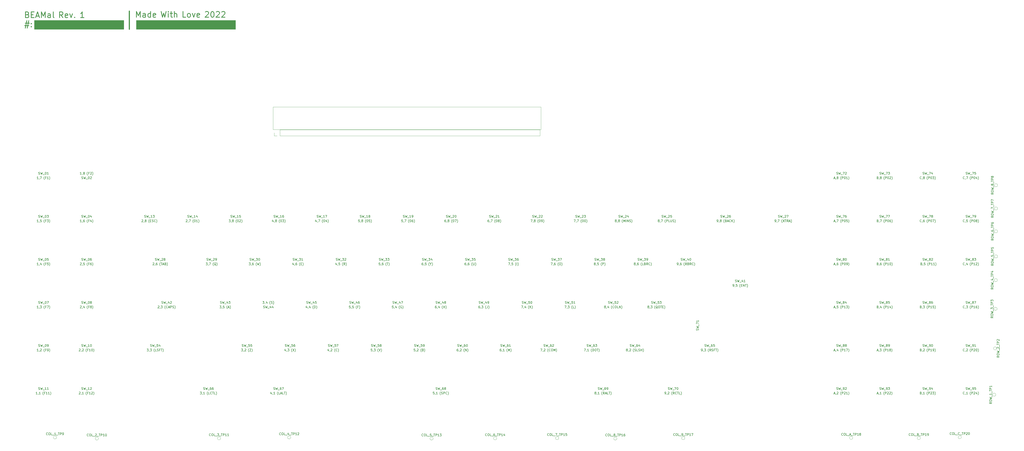
<source format=gbr>
%TF.GenerationSoftware,KiCad,Pcbnew,(6.99.0-2452-gdb4f2d9dd8)*%
%TF.CreationDate,2022-09-13T12:18:25+02:00*%
%TF.ProjectId,BEAMal_Rev1,4245414d-616c-45f5-9265-76312e6b6963,rev?*%
%TF.SameCoordinates,PXe1237f8PYe7db780*%
%TF.FileFunction,Legend,Top*%
%TF.FilePolarity,Positive*%
%FSLAX46Y46*%
G04 Gerber Fmt 4.6, Leading zero omitted, Abs format (unit mm)*
G04 Created by KiCad (PCBNEW (6.99.0-2452-gdb4f2d9dd8)) date 2022-09-13 12:18:25*
%MOMM*%
%LPD*%
G01*
G04 APERTURE LIST*
%ADD10C,0.100000*%
%ADD11C,0.500000*%
%ADD12C,0.300000*%
%ADD13C,0.150000*%
%ADD14C,0.120000*%
%ADD15C,1.000000*%
%ADD16C,4.600000*%
%ADD17O,2.500000X8.970000*%
%ADD18R,1.700000X1.700000*%
%ADD19O,1.700000X1.700000*%
G04 APERTURE END LIST*
D10*
G36*
X174500000Y-79300000D02*
G01*
X130600000Y-79300000D01*
X130600000Y-75300000D01*
X174500000Y-75300000D01*
X174500000Y-79300000D01*
G37*
X174500000Y-79300000D02*
X130600000Y-79300000D01*
X130600000Y-75300000D01*
X174500000Y-75300000D01*
X174500000Y-79300000D01*
D11*
X127600000Y-79300000D02*
X127600000Y-71300000D01*
D10*
G36*
X125100000Y-79300000D02*
G01*
X85600000Y-79300000D01*
X85600000Y-75300000D01*
X125100000Y-75300000D01*
X125100000Y-79300000D01*
G37*
X125100000Y-79300000D02*
X85600000Y-79300000D01*
X85600000Y-75300000D01*
X125100000Y-75300000D01*
X125100000Y-79300000D01*
D12*
X130694761Y-73993147D02*
X130694761Y-71453147D01*
X130694761Y-71453147D02*
X131541428Y-73267433D01*
X131541428Y-73267433D02*
X132388095Y-71453147D01*
X132388095Y-71453147D02*
X132388095Y-73993147D01*
X134686190Y-73993147D02*
X134686190Y-72662671D01*
X134686190Y-72662671D02*
X134565237Y-72420766D01*
X134565237Y-72420766D02*
X134323333Y-72299814D01*
X134323333Y-72299814D02*
X133839523Y-72299814D01*
X133839523Y-72299814D02*
X133597618Y-72420766D01*
X134686190Y-73872195D02*
X134444285Y-73993147D01*
X134444285Y-73993147D02*
X133839523Y-73993147D01*
X133839523Y-73993147D02*
X133597618Y-73872195D01*
X133597618Y-73872195D02*
X133476666Y-73630290D01*
X133476666Y-73630290D02*
X133476666Y-73388385D01*
X133476666Y-73388385D02*
X133597618Y-73146480D01*
X133597618Y-73146480D02*
X133839523Y-73025528D01*
X133839523Y-73025528D02*
X134444285Y-73025528D01*
X134444285Y-73025528D02*
X134686190Y-72904576D01*
X136984285Y-73993147D02*
X136984285Y-71453147D01*
X136984285Y-73872195D02*
X136742380Y-73993147D01*
X136742380Y-73993147D02*
X136258571Y-73993147D01*
X136258571Y-73993147D02*
X136016666Y-73872195D01*
X136016666Y-73872195D02*
X135895713Y-73751242D01*
X135895713Y-73751242D02*
X135774761Y-73509338D01*
X135774761Y-73509338D02*
X135774761Y-72783623D01*
X135774761Y-72783623D02*
X135895713Y-72541719D01*
X135895713Y-72541719D02*
X136016666Y-72420766D01*
X136016666Y-72420766D02*
X136258571Y-72299814D01*
X136258571Y-72299814D02*
X136742380Y-72299814D01*
X136742380Y-72299814D02*
X136984285Y-72420766D01*
X139161427Y-73872195D02*
X138919523Y-73993147D01*
X138919523Y-73993147D02*
X138435713Y-73993147D01*
X138435713Y-73993147D02*
X138193808Y-73872195D01*
X138193808Y-73872195D02*
X138072856Y-73630290D01*
X138072856Y-73630290D02*
X138072856Y-72662671D01*
X138072856Y-72662671D02*
X138193808Y-72420766D01*
X138193808Y-72420766D02*
X138435713Y-72299814D01*
X138435713Y-72299814D02*
X138919523Y-72299814D01*
X138919523Y-72299814D02*
X139161427Y-72420766D01*
X139161427Y-72420766D02*
X139282380Y-72662671D01*
X139282380Y-72662671D02*
X139282380Y-72904576D01*
X139282380Y-72904576D02*
X138072856Y-73146480D01*
X141653047Y-71453147D02*
X142257809Y-73993147D01*
X142257809Y-73993147D02*
X142741618Y-72178861D01*
X142741618Y-72178861D02*
X143225428Y-73993147D01*
X143225428Y-73993147D02*
X143830190Y-71453147D01*
X144797808Y-73993147D02*
X144797808Y-72299814D01*
X144797808Y-71453147D02*
X144676856Y-71574100D01*
X144676856Y-71574100D02*
X144797808Y-71695052D01*
X144797808Y-71695052D02*
X144918761Y-71574100D01*
X144918761Y-71574100D02*
X144797808Y-71453147D01*
X144797808Y-71453147D02*
X144797808Y-71695052D01*
X145644475Y-72299814D02*
X146612094Y-72299814D01*
X146007332Y-71453147D02*
X146007332Y-73630290D01*
X146007332Y-73630290D02*
X146128285Y-73872195D01*
X146128285Y-73872195D02*
X146370190Y-73993147D01*
X146370190Y-73993147D02*
X146612094Y-73993147D01*
X147458761Y-73993147D02*
X147458761Y-71453147D01*
X148547333Y-73993147D02*
X148547333Y-72662671D01*
X148547333Y-72662671D02*
X148426380Y-72420766D01*
X148426380Y-72420766D02*
X148184476Y-72299814D01*
X148184476Y-72299814D02*
X147821619Y-72299814D01*
X147821619Y-72299814D02*
X147579714Y-72420766D01*
X147579714Y-72420766D02*
X147458761Y-72541719D01*
X152490380Y-73993147D02*
X151280856Y-73993147D01*
X151280856Y-73993147D02*
X151280856Y-71453147D01*
X153699904Y-73993147D02*
X153457999Y-73872195D01*
X153457999Y-73872195D02*
X153337046Y-73751242D01*
X153337046Y-73751242D02*
X153216094Y-73509338D01*
X153216094Y-73509338D02*
X153216094Y-72783623D01*
X153216094Y-72783623D02*
X153337046Y-72541719D01*
X153337046Y-72541719D02*
X153457999Y-72420766D01*
X153457999Y-72420766D02*
X153699904Y-72299814D01*
X153699904Y-72299814D02*
X154062761Y-72299814D01*
X154062761Y-72299814D02*
X154304665Y-72420766D01*
X154304665Y-72420766D02*
X154425618Y-72541719D01*
X154425618Y-72541719D02*
X154546570Y-72783623D01*
X154546570Y-72783623D02*
X154546570Y-73509338D01*
X154546570Y-73509338D02*
X154425618Y-73751242D01*
X154425618Y-73751242D02*
X154304665Y-73872195D01*
X154304665Y-73872195D02*
X154062761Y-73993147D01*
X154062761Y-73993147D02*
X153699904Y-73993147D01*
X155393237Y-72299814D02*
X155997999Y-73993147D01*
X155997999Y-73993147D02*
X156602760Y-72299814D01*
X158537998Y-73872195D02*
X158296094Y-73993147D01*
X158296094Y-73993147D02*
X157812284Y-73993147D01*
X157812284Y-73993147D02*
X157570379Y-73872195D01*
X157570379Y-73872195D02*
X157449427Y-73630290D01*
X157449427Y-73630290D02*
X157449427Y-72662671D01*
X157449427Y-72662671D02*
X157570379Y-72420766D01*
X157570379Y-72420766D02*
X157812284Y-72299814D01*
X157812284Y-72299814D02*
X158296094Y-72299814D01*
X158296094Y-72299814D02*
X158537998Y-72420766D01*
X158537998Y-72420766D02*
X158658951Y-72662671D01*
X158658951Y-72662671D02*
X158658951Y-72904576D01*
X158658951Y-72904576D02*
X157449427Y-73146480D01*
X161150570Y-71695052D02*
X161271522Y-71574100D01*
X161271522Y-71574100D02*
X161513427Y-71453147D01*
X161513427Y-71453147D02*
X162118189Y-71453147D01*
X162118189Y-71453147D02*
X162360094Y-71574100D01*
X162360094Y-71574100D02*
X162481046Y-71695052D01*
X162481046Y-71695052D02*
X162601999Y-71936957D01*
X162601999Y-71936957D02*
X162601999Y-72178861D01*
X162601999Y-72178861D02*
X162481046Y-72541719D01*
X162481046Y-72541719D02*
X161029618Y-73993147D01*
X161029618Y-73993147D02*
X162601999Y-73993147D01*
X164174380Y-71453147D02*
X164416285Y-71453147D01*
X164416285Y-71453147D02*
X164658189Y-71574100D01*
X164658189Y-71574100D02*
X164779142Y-71695052D01*
X164779142Y-71695052D02*
X164900094Y-71936957D01*
X164900094Y-71936957D02*
X165021047Y-72420766D01*
X165021047Y-72420766D02*
X165021047Y-73025528D01*
X165021047Y-73025528D02*
X164900094Y-73509338D01*
X164900094Y-73509338D02*
X164779142Y-73751242D01*
X164779142Y-73751242D02*
X164658189Y-73872195D01*
X164658189Y-73872195D02*
X164416285Y-73993147D01*
X164416285Y-73993147D02*
X164174380Y-73993147D01*
X164174380Y-73993147D02*
X163932475Y-73872195D01*
X163932475Y-73872195D02*
X163811523Y-73751242D01*
X163811523Y-73751242D02*
X163690570Y-73509338D01*
X163690570Y-73509338D02*
X163569618Y-73025528D01*
X163569618Y-73025528D02*
X163569618Y-72420766D01*
X163569618Y-72420766D02*
X163690570Y-71936957D01*
X163690570Y-71936957D02*
X163811523Y-71695052D01*
X163811523Y-71695052D02*
X163932475Y-71574100D01*
X163932475Y-71574100D02*
X164174380Y-71453147D01*
X165988666Y-71695052D02*
X166109618Y-71574100D01*
X166109618Y-71574100D02*
X166351523Y-71453147D01*
X166351523Y-71453147D02*
X166956285Y-71453147D01*
X166956285Y-71453147D02*
X167198190Y-71574100D01*
X167198190Y-71574100D02*
X167319142Y-71695052D01*
X167319142Y-71695052D02*
X167440095Y-71936957D01*
X167440095Y-71936957D02*
X167440095Y-72178861D01*
X167440095Y-72178861D02*
X167319142Y-72541719D01*
X167319142Y-72541719D02*
X165867714Y-73993147D01*
X165867714Y-73993147D02*
X167440095Y-73993147D01*
X168407714Y-71695052D02*
X168528666Y-71574100D01*
X168528666Y-71574100D02*
X168770571Y-71453147D01*
X168770571Y-71453147D02*
X169375333Y-71453147D01*
X169375333Y-71453147D02*
X169617238Y-71574100D01*
X169617238Y-71574100D02*
X169738190Y-71695052D01*
X169738190Y-71695052D02*
X169859143Y-71936957D01*
X169859143Y-71936957D02*
X169859143Y-72178861D01*
X169859143Y-72178861D02*
X169738190Y-72541719D01*
X169738190Y-72541719D02*
X168286762Y-73993147D01*
X168286762Y-73993147D02*
X169859143Y-73993147D01*
X82551428Y-72845271D02*
X82914285Y-72966223D01*
X82914285Y-72966223D02*
X83035238Y-73087176D01*
X83035238Y-73087176D02*
X83156190Y-73329080D01*
X83156190Y-73329080D02*
X83156190Y-73691938D01*
X83156190Y-73691938D02*
X83035238Y-73933842D01*
X83035238Y-73933842D02*
X82914285Y-74054795D01*
X82914285Y-74054795D02*
X82672380Y-74175747D01*
X82672380Y-74175747D02*
X81704761Y-74175747D01*
X81704761Y-74175747D02*
X81704761Y-71635747D01*
X81704761Y-71635747D02*
X82551428Y-71635747D01*
X82551428Y-71635747D02*
X82793333Y-71756700D01*
X82793333Y-71756700D02*
X82914285Y-71877652D01*
X82914285Y-71877652D02*
X83035238Y-72119557D01*
X83035238Y-72119557D02*
X83035238Y-72361461D01*
X83035238Y-72361461D02*
X82914285Y-72603366D01*
X82914285Y-72603366D02*
X82793333Y-72724319D01*
X82793333Y-72724319D02*
X82551428Y-72845271D01*
X82551428Y-72845271D02*
X81704761Y-72845271D01*
X84244761Y-72845271D02*
X85091428Y-72845271D01*
X85454285Y-74175747D02*
X84244761Y-74175747D01*
X84244761Y-74175747D02*
X84244761Y-71635747D01*
X84244761Y-71635747D02*
X85454285Y-71635747D01*
X86421904Y-73450033D02*
X87631428Y-73450033D01*
X86179999Y-74175747D02*
X87026666Y-71635747D01*
X87026666Y-71635747D02*
X87873333Y-74175747D01*
X88719999Y-74175747D02*
X88719999Y-71635747D01*
X88719999Y-71635747D02*
X89566666Y-73450033D01*
X89566666Y-73450033D02*
X90413333Y-71635747D01*
X90413333Y-71635747D02*
X90413333Y-74175747D01*
X92711428Y-74175747D02*
X92711428Y-72845271D01*
X92711428Y-72845271D02*
X92590475Y-72603366D01*
X92590475Y-72603366D02*
X92348571Y-72482414D01*
X92348571Y-72482414D02*
X91864761Y-72482414D01*
X91864761Y-72482414D02*
X91622856Y-72603366D01*
X92711428Y-74054795D02*
X92469523Y-74175747D01*
X92469523Y-74175747D02*
X91864761Y-74175747D01*
X91864761Y-74175747D02*
X91622856Y-74054795D01*
X91622856Y-74054795D02*
X91501904Y-73812890D01*
X91501904Y-73812890D02*
X91501904Y-73570985D01*
X91501904Y-73570985D02*
X91622856Y-73329080D01*
X91622856Y-73329080D02*
X91864761Y-73208128D01*
X91864761Y-73208128D02*
X92469523Y-73208128D01*
X92469523Y-73208128D02*
X92711428Y-73087176D01*
X94283809Y-74175747D02*
X94041904Y-74054795D01*
X94041904Y-74054795D02*
X93920951Y-73812890D01*
X93920951Y-73812890D02*
X93920951Y-71635747D01*
X98226856Y-74175747D02*
X97380189Y-72966223D01*
X96775427Y-74175747D02*
X96775427Y-71635747D01*
X96775427Y-71635747D02*
X97743046Y-71635747D01*
X97743046Y-71635747D02*
X97984951Y-71756700D01*
X97984951Y-71756700D02*
X98105904Y-71877652D01*
X98105904Y-71877652D02*
X98226856Y-72119557D01*
X98226856Y-72119557D02*
X98226856Y-72482414D01*
X98226856Y-72482414D02*
X98105904Y-72724319D01*
X98105904Y-72724319D02*
X97984951Y-72845271D01*
X97984951Y-72845271D02*
X97743046Y-72966223D01*
X97743046Y-72966223D02*
X96775427Y-72966223D01*
X100283046Y-74054795D02*
X100041142Y-74175747D01*
X100041142Y-74175747D02*
X99557332Y-74175747D01*
X99557332Y-74175747D02*
X99315427Y-74054795D01*
X99315427Y-74054795D02*
X99194475Y-73812890D01*
X99194475Y-73812890D02*
X99194475Y-72845271D01*
X99194475Y-72845271D02*
X99315427Y-72603366D01*
X99315427Y-72603366D02*
X99557332Y-72482414D01*
X99557332Y-72482414D02*
X100041142Y-72482414D01*
X100041142Y-72482414D02*
X100283046Y-72603366D01*
X100283046Y-72603366D02*
X100403999Y-72845271D01*
X100403999Y-72845271D02*
X100403999Y-73087176D01*
X100403999Y-73087176D02*
X99194475Y-73329080D01*
X101250666Y-72482414D02*
X101855428Y-74175747D01*
X101855428Y-74175747D02*
X102460189Y-72482414D01*
X103427808Y-73933842D02*
X103548761Y-74054795D01*
X103548761Y-74054795D02*
X103427808Y-74175747D01*
X103427808Y-74175747D02*
X103306856Y-74054795D01*
X103306856Y-74054795D02*
X103427808Y-73933842D01*
X103427808Y-73933842D02*
X103427808Y-74175747D01*
X107491809Y-74175747D02*
X106040380Y-74175747D01*
X106766094Y-74175747D02*
X106766094Y-71635747D01*
X106766094Y-71635747D02*
X106524190Y-71998604D01*
X106524190Y-71998604D02*
X106282285Y-72240509D01*
X106282285Y-72240509D02*
X106040380Y-72361461D01*
X81583809Y-76597214D02*
X83398095Y-76597214D01*
X82309523Y-75508642D02*
X81583809Y-78774357D01*
X83156190Y-77685785D02*
X81341904Y-77685785D01*
X82430476Y-78774357D02*
X83156190Y-75508642D01*
X84244761Y-78048642D02*
X84365714Y-78169595D01*
X84365714Y-78169595D02*
X84244761Y-78290547D01*
X84244761Y-78290547D02*
X84123809Y-78169595D01*
X84123809Y-78169595D02*
X84244761Y-78048642D01*
X84244761Y-78048642D02*
X84244761Y-78290547D01*
X84244761Y-76718166D02*
X84365714Y-76839119D01*
X84365714Y-76839119D02*
X84244761Y-76960071D01*
X84244761Y-76960071D02*
X84123809Y-76839119D01*
X84123809Y-76839119D02*
X84244761Y-76718166D01*
X84244761Y-76718166D02*
X84244761Y-76960071D01*
X87462095Y-75750547D02*
X87704000Y-75750547D01*
X87704000Y-75750547D02*
X87945904Y-75871500D01*
X87945904Y-75871500D02*
X88066857Y-75992452D01*
X88066857Y-75992452D02*
X88187809Y-76234357D01*
X88187809Y-76234357D02*
X88308762Y-76718166D01*
X88308762Y-76718166D02*
X88308762Y-77322928D01*
X88308762Y-77322928D02*
X88187809Y-77806738D01*
X88187809Y-77806738D02*
X88066857Y-78048642D01*
X88066857Y-78048642D02*
X87945904Y-78169595D01*
X87945904Y-78169595D02*
X87704000Y-78290547D01*
X87704000Y-78290547D02*
X87462095Y-78290547D01*
X87462095Y-78290547D02*
X87220190Y-78169595D01*
X87220190Y-78169595D02*
X87099238Y-78048642D01*
X87099238Y-78048642D02*
X86978285Y-77806738D01*
X86978285Y-77806738D02*
X86857333Y-77322928D01*
X86857333Y-77322928D02*
X86857333Y-76718166D01*
X86857333Y-76718166D02*
X86978285Y-76234357D01*
X86978285Y-76234357D02*
X87099238Y-75992452D01*
X87099238Y-75992452D02*
X87220190Y-75871500D01*
X87220190Y-75871500D02*
X87462095Y-75750547D01*
D13*
%TO.C,SW_52*%
X339204524Y-200619761D02*
X339347381Y-200667380D01*
X339347381Y-200667380D02*
X339585476Y-200667380D01*
X339585476Y-200667380D02*
X339680714Y-200619761D01*
X339680714Y-200619761D02*
X339728333Y-200572142D01*
X339728333Y-200572142D02*
X339775952Y-200476904D01*
X339775952Y-200476904D02*
X339775952Y-200381666D01*
X339775952Y-200381666D02*
X339728333Y-200286428D01*
X339728333Y-200286428D02*
X339680714Y-200238809D01*
X339680714Y-200238809D02*
X339585476Y-200191190D01*
X339585476Y-200191190D02*
X339395000Y-200143571D01*
X339395000Y-200143571D02*
X339299762Y-200095952D01*
X339299762Y-200095952D02*
X339252143Y-200048333D01*
X339252143Y-200048333D02*
X339204524Y-199953095D01*
X339204524Y-199953095D02*
X339204524Y-199857857D01*
X339204524Y-199857857D02*
X339252143Y-199762619D01*
X339252143Y-199762619D02*
X339299762Y-199715000D01*
X339299762Y-199715000D02*
X339395000Y-199667380D01*
X339395000Y-199667380D02*
X339633095Y-199667380D01*
X339633095Y-199667380D02*
X339775952Y-199715000D01*
X340109286Y-199667380D02*
X340347381Y-200667380D01*
X340347381Y-200667380D02*
X340537857Y-199953095D01*
X340537857Y-199953095D02*
X340728333Y-200667380D01*
X340728333Y-200667380D02*
X340966429Y-199667380D01*
X341109286Y-200762619D02*
X341871190Y-200762619D01*
X342585476Y-199667380D02*
X342109286Y-199667380D01*
X342109286Y-199667380D02*
X342061667Y-200143571D01*
X342061667Y-200143571D02*
X342109286Y-200095952D01*
X342109286Y-200095952D02*
X342204524Y-200048333D01*
X342204524Y-200048333D02*
X342442619Y-200048333D01*
X342442619Y-200048333D02*
X342537857Y-200095952D01*
X342537857Y-200095952D02*
X342585476Y-200143571D01*
X342585476Y-200143571D02*
X342633095Y-200238809D01*
X342633095Y-200238809D02*
X342633095Y-200476904D01*
X342633095Y-200476904D02*
X342585476Y-200572142D01*
X342585476Y-200572142D02*
X342537857Y-200619761D01*
X342537857Y-200619761D02*
X342442619Y-200667380D01*
X342442619Y-200667380D02*
X342204524Y-200667380D01*
X342204524Y-200667380D02*
X342109286Y-200619761D01*
X342109286Y-200619761D02*
X342061667Y-200572142D01*
X343014048Y-199762619D02*
X343061667Y-199715000D01*
X343061667Y-199715000D02*
X343156905Y-199667380D01*
X343156905Y-199667380D02*
X343395000Y-199667380D01*
X343395000Y-199667380D02*
X343490238Y-199715000D01*
X343490238Y-199715000D02*
X343537857Y-199762619D01*
X343537857Y-199762619D02*
X343585476Y-199857857D01*
X343585476Y-199857857D02*
X343585476Y-199953095D01*
X343585476Y-199953095D02*
X343537857Y-200095952D01*
X343537857Y-200095952D02*
X342966429Y-200667380D01*
X342966429Y-200667380D02*
X343585476Y-200667380D01*
X337666428Y-202095952D02*
X337571190Y-202048333D01*
X337571190Y-202048333D02*
X337523571Y-202000714D01*
X337523571Y-202000714D02*
X337475952Y-201905476D01*
X337475952Y-201905476D02*
X337475952Y-201857857D01*
X337475952Y-201857857D02*
X337523571Y-201762619D01*
X337523571Y-201762619D02*
X337571190Y-201715000D01*
X337571190Y-201715000D02*
X337666428Y-201667380D01*
X337666428Y-201667380D02*
X337856904Y-201667380D01*
X337856904Y-201667380D02*
X337952142Y-201715000D01*
X337952142Y-201715000D02*
X337999761Y-201762619D01*
X337999761Y-201762619D02*
X338047380Y-201857857D01*
X338047380Y-201857857D02*
X338047380Y-201905476D01*
X338047380Y-201905476D02*
X337999761Y-202000714D01*
X337999761Y-202000714D02*
X337952142Y-202048333D01*
X337952142Y-202048333D02*
X337856904Y-202095952D01*
X337856904Y-202095952D02*
X337666428Y-202095952D01*
X337666428Y-202095952D02*
X337571190Y-202143571D01*
X337571190Y-202143571D02*
X337523571Y-202191190D01*
X337523571Y-202191190D02*
X337475952Y-202286428D01*
X337475952Y-202286428D02*
X337475952Y-202476904D01*
X337475952Y-202476904D02*
X337523571Y-202572142D01*
X337523571Y-202572142D02*
X337571190Y-202619761D01*
X337571190Y-202619761D02*
X337666428Y-202667380D01*
X337666428Y-202667380D02*
X337856904Y-202667380D01*
X337856904Y-202667380D02*
X337952142Y-202619761D01*
X337952142Y-202619761D02*
X337999761Y-202572142D01*
X337999761Y-202572142D02*
X338047380Y-202476904D01*
X338047380Y-202476904D02*
X338047380Y-202286428D01*
X338047380Y-202286428D02*
X337999761Y-202191190D01*
X337999761Y-202191190D02*
X337952142Y-202143571D01*
X337952142Y-202143571D02*
X337856904Y-202095952D01*
X338523571Y-202619761D02*
X338523571Y-202667380D01*
X338523571Y-202667380D02*
X338475952Y-202762619D01*
X338475952Y-202762619D02*
X338428333Y-202810238D01*
X339380713Y-202000714D02*
X339380713Y-202667380D01*
X339142618Y-201619761D02*
X338904523Y-202334047D01*
X338904523Y-202334047D02*
X339523570Y-202334047D01*
X340790237Y-203048333D02*
X340742618Y-203000714D01*
X340742618Y-203000714D02*
X340647380Y-202857857D01*
X340647380Y-202857857D02*
X340599761Y-202762619D01*
X340599761Y-202762619D02*
X340552142Y-202619761D01*
X340552142Y-202619761D02*
X340504523Y-202381666D01*
X340504523Y-202381666D02*
X340504523Y-202191190D01*
X340504523Y-202191190D02*
X340552142Y-201953095D01*
X340552142Y-201953095D02*
X340599761Y-201810238D01*
X340599761Y-201810238D02*
X340647380Y-201715000D01*
X340647380Y-201715000D02*
X340742618Y-201572142D01*
X340742618Y-201572142D02*
X340790237Y-201524523D01*
X341742618Y-202572142D02*
X341694999Y-202619761D01*
X341694999Y-202619761D02*
X341552142Y-202667380D01*
X341552142Y-202667380D02*
X341456904Y-202667380D01*
X341456904Y-202667380D02*
X341314047Y-202619761D01*
X341314047Y-202619761D02*
X341218809Y-202524523D01*
X341218809Y-202524523D02*
X341171190Y-202429285D01*
X341171190Y-202429285D02*
X341123571Y-202238809D01*
X341123571Y-202238809D02*
X341123571Y-202095952D01*
X341123571Y-202095952D02*
X341171190Y-201905476D01*
X341171190Y-201905476D02*
X341218809Y-201810238D01*
X341218809Y-201810238D02*
X341314047Y-201715000D01*
X341314047Y-201715000D02*
X341456904Y-201667380D01*
X341456904Y-201667380D02*
X341552142Y-201667380D01*
X341552142Y-201667380D02*
X341694999Y-201715000D01*
X341694999Y-201715000D02*
X341742618Y-201762619D01*
X342361666Y-201667380D02*
X342552142Y-201667380D01*
X342552142Y-201667380D02*
X342647380Y-201715000D01*
X342647380Y-201715000D02*
X342742618Y-201810238D01*
X342742618Y-201810238D02*
X342790237Y-202000714D01*
X342790237Y-202000714D02*
X342790237Y-202334047D01*
X342790237Y-202334047D02*
X342742618Y-202524523D01*
X342742618Y-202524523D02*
X342647380Y-202619761D01*
X342647380Y-202619761D02*
X342552142Y-202667380D01*
X342552142Y-202667380D02*
X342361666Y-202667380D01*
X342361666Y-202667380D02*
X342266428Y-202619761D01*
X342266428Y-202619761D02*
X342171190Y-202524523D01*
X342171190Y-202524523D02*
X342123571Y-202334047D01*
X342123571Y-202334047D02*
X342123571Y-202000714D01*
X342123571Y-202000714D02*
X342171190Y-201810238D01*
X342171190Y-201810238D02*
X342266428Y-201715000D01*
X342266428Y-201715000D02*
X342361666Y-201667380D01*
X343694999Y-202667380D02*
X343218809Y-202667380D01*
X343218809Y-202667380D02*
X343218809Y-201667380D01*
X344028333Y-202667380D02*
X344028333Y-201667380D01*
X344028333Y-201667380D02*
X344599761Y-202667380D01*
X344599761Y-202667380D02*
X344599761Y-201667380D01*
X344980714Y-203048333D02*
X345028333Y-203000714D01*
X345028333Y-203000714D02*
X345123571Y-202857857D01*
X345123571Y-202857857D02*
X345171190Y-202762619D01*
X345171190Y-202762619D02*
X345218809Y-202619761D01*
X345218809Y-202619761D02*
X345266428Y-202381666D01*
X345266428Y-202381666D02*
X345266428Y-202191190D01*
X345266428Y-202191190D02*
X345218809Y-201953095D01*
X345218809Y-201953095D02*
X345171190Y-201810238D01*
X345171190Y-201810238D02*
X345123571Y-201715000D01*
X345123571Y-201715000D02*
X345028333Y-201572142D01*
X345028333Y-201572142D02*
X344980714Y-201524523D01*
%TO.C,SW_57*%
X215454524Y-219669761D02*
X215597381Y-219717380D01*
X215597381Y-219717380D02*
X215835476Y-219717380D01*
X215835476Y-219717380D02*
X215930714Y-219669761D01*
X215930714Y-219669761D02*
X215978333Y-219622142D01*
X215978333Y-219622142D02*
X216025952Y-219526904D01*
X216025952Y-219526904D02*
X216025952Y-219431666D01*
X216025952Y-219431666D02*
X215978333Y-219336428D01*
X215978333Y-219336428D02*
X215930714Y-219288809D01*
X215930714Y-219288809D02*
X215835476Y-219241190D01*
X215835476Y-219241190D02*
X215645000Y-219193571D01*
X215645000Y-219193571D02*
X215549762Y-219145952D01*
X215549762Y-219145952D02*
X215502143Y-219098333D01*
X215502143Y-219098333D02*
X215454524Y-219003095D01*
X215454524Y-219003095D02*
X215454524Y-218907857D01*
X215454524Y-218907857D02*
X215502143Y-218812619D01*
X215502143Y-218812619D02*
X215549762Y-218765000D01*
X215549762Y-218765000D02*
X215645000Y-218717380D01*
X215645000Y-218717380D02*
X215883095Y-218717380D01*
X215883095Y-218717380D02*
X216025952Y-218765000D01*
X216359286Y-218717380D02*
X216597381Y-219717380D01*
X216597381Y-219717380D02*
X216787857Y-219003095D01*
X216787857Y-219003095D02*
X216978333Y-219717380D01*
X216978333Y-219717380D02*
X217216429Y-218717380D01*
X217359286Y-219812619D02*
X218121190Y-219812619D01*
X218835476Y-218717380D02*
X218359286Y-218717380D01*
X218359286Y-218717380D02*
X218311667Y-219193571D01*
X218311667Y-219193571D02*
X218359286Y-219145952D01*
X218359286Y-219145952D02*
X218454524Y-219098333D01*
X218454524Y-219098333D02*
X218692619Y-219098333D01*
X218692619Y-219098333D02*
X218787857Y-219145952D01*
X218787857Y-219145952D02*
X218835476Y-219193571D01*
X218835476Y-219193571D02*
X218883095Y-219288809D01*
X218883095Y-219288809D02*
X218883095Y-219526904D01*
X218883095Y-219526904D02*
X218835476Y-219622142D01*
X218835476Y-219622142D02*
X218787857Y-219669761D01*
X218787857Y-219669761D02*
X218692619Y-219717380D01*
X218692619Y-219717380D02*
X218454524Y-219717380D01*
X218454524Y-219717380D02*
X218359286Y-219669761D01*
X218359286Y-219669761D02*
X218311667Y-219622142D01*
X219216429Y-218717380D02*
X219883095Y-218717380D01*
X219883095Y-218717380D02*
X219454524Y-219717380D01*
X215654523Y-221050714D02*
X215654523Y-221717380D01*
X215416428Y-220669761D02*
X215178333Y-221384047D01*
X215178333Y-221384047D02*
X215797380Y-221384047D01*
X216225952Y-221669761D02*
X216225952Y-221717380D01*
X216225952Y-221717380D02*
X216178333Y-221812619D01*
X216178333Y-221812619D02*
X216130714Y-221860238D01*
X216606904Y-220812619D02*
X216654523Y-220765000D01*
X216654523Y-220765000D02*
X216749761Y-220717380D01*
X216749761Y-220717380D02*
X216987856Y-220717380D01*
X216987856Y-220717380D02*
X217083094Y-220765000D01*
X217083094Y-220765000D02*
X217130713Y-220812619D01*
X217130713Y-220812619D02*
X217178332Y-220907857D01*
X217178332Y-220907857D02*
X217178332Y-221003095D01*
X217178332Y-221003095D02*
X217130713Y-221145952D01*
X217130713Y-221145952D02*
X216559285Y-221717380D01*
X216559285Y-221717380D02*
X217178332Y-221717380D01*
X218492618Y-222098333D02*
X218444999Y-222050714D01*
X218444999Y-222050714D02*
X218349761Y-221907857D01*
X218349761Y-221907857D02*
X218302142Y-221812619D01*
X218302142Y-221812619D02*
X218254523Y-221669761D01*
X218254523Y-221669761D02*
X218206904Y-221431666D01*
X218206904Y-221431666D02*
X218206904Y-221241190D01*
X218206904Y-221241190D02*
X218254523Y-221003095D01*
X218254523Y-221003095D02*
X218302142Y-220860238D01*
X218302142Y-220860238D02*
X218349761Y-220765000D01*
X218349761Y-220765000D02*
X218444999Y-220622142D01*
X218444999Y-220622142D02*
X218492618Y-220574523D01*
X219444999Y-221622142D02*
X219397380Y-221669761D01*
X219397380Y-221669761D02*
X219254523Y-221717380D01*
X219254523Y-221717380D02*
X219159285Y-221717380D01*
X219159285Y-221717380D02*
X219016428Y-221669761D01*
X219016428Y-221669761D02*
X218921190Y-221574523D01*
X218921190Y-221574523D02*
X218873571Y-221479285D01*
X218873571Y-221479285D02*
X218825952Y-221288809D01*
X218825952Y-221288809D02*
X218825952Y-221145952D01*
X218825952Y-221145952D02*
X218873571Y-220955476D01*
X218873571Y-220955476D02*
X218921190Y-220860238D01*
X218921190Y-220860238D02*
X219016428Y-220765000D01*
X219016428Y-220765000D02*
X219159285Y-220717380D01*
X219159285Y-220717380D02*
X219254523Y-220717380D01*
X219254523Y-220717380D02*
X219397380Y-220765000D01*
X219397380Y-220765000D02*
X219444999Y-220812619D01*
X219778333Y-222098333D02*
X219825952Y-222050714D01*
X219825952Y-222050714D02*
X219921190Y-221907857D01*
X219921190Y-221907857D02*
X219968809Y-221812619D01*
X219968809Y-221812619D02*
X220016428Y-221669761D01*
X220016428Y-221669761D02*
X220064047Y-221431666D01*
X220064047Y-221431666D02*
X220064047Y-221241190D01*
X220064047Y-221241190D02*
X220016428Y-221003095D01*
X220016428Y-221003095D02*
X219968809Y-220860238D01*
X219968809Y-220860238D02*
X219921190Y-220765000D01*
X219921190Y-220765000D02*
X219825952Y-220622142D01*
X219825952Y-220622142D02*
X219778333Y-220574523D01*
%TO.C,COL_A_TP18*%
X442857142Y-258924142D02*
X442809523Y-258971761D01*
X442809523Y-258971761D02*
X442666666Y-259019380D01*
X442666666Y-259019380D02*
X442571428Y-259019380D01*
X442571428Y-259019380D02*
X442428571Y-258971761D01*
X442428571Y-258971761D02*
X442333333Y-258876523D01*
X442333333Y-258876523D02*
X442285714Y-258781285D01*
X442285714Y-258781285D02*
X442238095Y-258590809D01*
X442238095Y-258590809D02*
X442238095Y-258447952D01*
X442238095Y-258447952D02*
X442285714Y-258257476D01*
X442285714Y-258257476D02*
X442333333Y-258162238D01*
X442333333Y-258162238D02*
X442428571Y-258067000D01*
X442428571Y-258067000D02*
X442571428Y-258019380D01*
X442571428Y-258019380D02*
X442666666Y-258019380D01*
X442666666Y-258019380D02*
X442809523Y-258067000D01*
X442809523Y-258067000D02*
X442857142Y-258114619D01*
X443476190Y-258019380D02*
X443666666Y-258019380D01*
X443666666Y-258019380D02*
X443761904Y-258067000D01*
X443761904Y-258067000D02*
X443857142Y-258162238D01*
X443857142Y-258162238D02*
X443904761Y-258352714D01*
X443904761Y-258352714D02*
X443904761Y-258686047D01*
X443904761Y-258686047D02*
X443857142Y-258876523D01*
X443857142Y-258876523D02*
X443761904Y-258971761D01*
X443761904Y-258971761D02*
X443666666Y-259019380D01*
X443666666Y-259019380D02*
X443476190Y-259019380D01*
X443476190Y-259019380D02*
X443380952Y-258971761D01*
X443380952Y-258971761D02*
X443285714Y-258876523D01*
X443285714Y-258876523D02*
X443238095Y-258686047D01*
X443238095Y-258686047D02*
X443238095Y-258352714D01*
X443238095Y-258352714D02*
X443285714Y-258162238D01*
X443285714Y-258162238D02*
X443380952Y-258067000D01*
X443380952Y-258067000D02*
X443476190Y-258019380D01*
X444809523Y-259019380D02*
X444333333Y-259019380D01*
X444333333Y-259019380D02*
X444333333Y-258019380D01*
X444904762Y-259114619D02*
X445666666Y-259114619D01*
X445857143Y-258733666D02*
X446333333Y-258733666D01*
X445761905Y-259019380D02*
X446095238Y-258019380D01*
X446095238Y-258019380D02*
X446428571Y-259019380D01*
X446523810Y-259114619D02*
X447285714Y-259114619D01*
X447380953Y-258019380D02*
X447952381Y-258019380D01*
X447666667Y-259019380D02*
X447666667Y-258019380D01*
X448285715Y-259019380D02*
X448285715Y-258019380D01*
X448285715Y-258019380D02*
X448666667Y-258019380D01*
X448666667Y-258019380D02*
X448761905Y-258067000D01*
X448761905Y-258067000D02*
X448809524Y-258114619D01*
X448809524Y-258114619D02*
X448857143Y-258209857D01*
X448857143Y-258209857D02*
X448857143Y-258352714D01*
X448857143Y-258352714D02*
X448809524Y-258447952D01*
X448809524Y-258447952D02*
X448761905Y-258495571D01*
X448761905Y-258495571D02*
X448666667Y-258543190D01*
X448666667Y-258543190D02*
X448285715Y-258543190D01*
X449809524Y-259019380D02*
X449238096Y-259019380D01*
X449523810Y-259019380D02*
X449523810Y-258019380D01*
X449523810Y-258019380D02*
X449428572Y-258162238D01*
X449428572Y-258162238D02*
X449333334Y-258257476D01*
X449333334Y-258257476D02*
X449238096Y-258305095D01*
X450380953Y-258447952D02*
X450285715Y-258400333D01*
X450285715Y-258400333D02*
X450238096Y-258352714D01*
X450238096Y-258352714D02*
X450190477Y-258257476D01*
X450190477Y-258257476D02*
X450190477Y-258209857D01*
X450190477Y-258209857D02*
X450238096Y-258114619D01*
X450238096Y-258114619D02*
X450285715Y-258067000D01*
X450285715Y-258067000D02*
X450380953Y-258019380D01*
X450380953Y-258019380D02*
X450571429Y-258019380D01*
X450571429Y-258019380D02*
X450666667Y-258067000D01*
X450666667Y-258067000D02*
X450714286Y-258114619D01*
X450714286Y-258114619D02*
X450761905Y-258209857D01*
X450761905Y-258209857D02*
X450761905Y-258257476D01*
X450761905Y-258257476D02*
X450714286Y-258352714D01*
X450714286Y-258352714D02*
X450666667Y-258400333D01*
X450666667Y-258400333D02*
X450571429Y-258447952D01*
X450571429Y-258447952D02*
X450380953Y-258447952D01*
X450380953Y-258447952D02*
X450285715Y-258495571D01*
X450285715Y-258495571D02*
X450238096Y-258543190D01*
X450238096Y-258543190D02*
X450190477Y-258638428D01*
X450190477Y-258638428D02*
X450190477Y-258828904D01*
X450190477Y-258828904D02*
X450238096Y-258924142D01*
X450238096Y-258924142D02*
X450285715Y-258971761D01*
X450285715Y-258971761D02*
X450380953Y-259019380D01*
X450380953Y-259019380D02*
X450571429Y-259019380D01*
X450571429Y-259019380D02*
X450666667Y-258971761D01*
X450666667Y-258971761D02*
X450714286Y-258924142D01*
X450714286Y-258924142D02*
X450761905Y-258828904D01*
X450761905Y-258828904D02*
X450761905Y-258638428D01*
X450761905Y-258638428D02*
X450714286Y-258543190D01*
X450714286Y-258543190D02*
X450666667Y-258495571D01*
X450666667Y-258495571D02*
X450571429Y-258447952D01*
%TO.C,SW_15*%
X172354524Y-162519761D02*
X172497381Y-162567380D01*
X172497381Y-162567380D02*
X172735476Y-162567380D01*
X172735476Y-162567380D02*
X172830714Y-162519761D01*
X172830714Y-162519761D02*
X172878333Y-162472142D01*
X172878333Y-162472142D02*
X172925952Y-162376904D01*
X172925952Y-162376904D02*
X172925952Y-162281666D01*
X172925952Y-162281666D02*
X172878333Y-162186428D01*
X172878333Y-162186428D02*
X172830714Y-162138809D01*
X172830714Y-162138809D02*
X172735476Y-162091190D01*
X172735476Y-162091190D02*
X172545000Y-162043571D01*
X172545000Y-162043571D02*
X172449762Y-161995952D01*
X172449762Y-161995952D02*
X172402143Y-161948333D01*
X172402143Y-161948333D02*
X172354524Y-161853095D01*
X172354524Y-161853095D02*
X172354524Y-161757857D01*
X172354524Y-161757857D02*
X172402143Y-161662619D01*
X172402143Y-161662619D02*
X172449762Y-161615000D01*
X172449762Y-161615000D02*
X172545000Y-161567380D01*
X172545000Y-161567380D02*
X172783095Y-161567380D01*
X172783095Y-161567380D02*
X172925952Y-161615000D01*
X173259286Y-161567380D02*
X173497381Y-162567380D01*
X173497381Y-162567380D02*
X173687857Y-161853095D01*
X173687857Y-161853095D02*
X173878333Y-162567380D01*
X173878333Y-162567380D02*
X174116429Y-161567380D01*
X174259286Y-162662619D02*
X175021190Y-162662619D01*
X175783095Y-162567380D02*
X175211667Y-162567380D01*
X175497381Y-162567380D02*
X175497381Y-161567380D01*
X175497381Y-161567380D02*
X175402143Y-161710238D01*
X175402143Y-161710238D02*
X175306905Y-161805476D01*
X175306905Y-161805476D02*
X175211667Y-161853095D01*
X176687857Y-161567380D02*
X176211667Y-161567380D01*
X176211667Y-161567380D02*
X176164048Y-162043571D01*
X176164048Y-162043571D02*
X176211667Y-161995952D01*
X176211667Y-161995952D02*
X176306905Y-161948333D01*
X176306905Y-161948333D02*
X176545000Y-161948333D01*
X176545000Y-161948333D02*
X176640238Y-161995952D01*
X176640238Y-161995952D02*
X176687857Y-162043571D01*
X176687857Y-162043571D02*
X176735476Y-162138809D01*
X176735476Y-162138809D02*
X176735476Y-162376904D01*
X176735476Y-162376904D02*
X176687857Y-162472142D01*
X176687857Y-162472142D02*
X176640238Y-162519761D01*
X176640238Y-162519761D02*
X176545000Y-162567380D01*
X176545000Y-162567380D02*
X176306905Y-162567380D01*
X176306905Y-162567380D02*
X176211667Y-162519761D01*
X176211667Y-162519761D02*
X176164048Y-162472142D01*
X171578333Y-163567380D02*
X172197380Y-163567380D01*
X172197380Y-163567380D02*
X171864047Y-163948333D01*
X171864047Y-163948333D02*
X172006904Y-163948333D01*
X172006904Y-163948333D02*
X172102142Y-163995952D01*
X172102142Y-163995952D02*
X172149761Y-164043571D01*
X172149761Y-164043571D02*
X172197380Y-164138809D01*
X172197380Y-164138809D02*
X172197380Y-164376904D01*
X172197380Y-164376904D02*
X172149761Y-164472142D01*
X172149761Y-164472142D02*
X172102142Y-164519761D01*
X172102142Y-164519761D02*
X172006904Y-164567380D01*
X172006904Y-164567380D02*
X171721190Y-164567380D01*
X171721190Y-164567380D02*
X171625952Y-164519761D01*
X171625952Y-164519761D02*
X171578333Y-164472142D01*
X172673571Y-164519761D02*
X172673571Y-164567380D01*
X172673571Y-164567380D02*
X172625952Y-164662619D01*
X172625952Y-164662619D02*
X172578333Y-164710238D01*
X173244999Y-163995952D02*
X173149761Y-163948333D01*
X173149761Y-163948333D02*
X173102142Y-163900714D01*
X173102142Y-163900714D02*
X173054523Y-163805476D01*
X173054523Y-163805476D02*
X173054523Y-163757857D01*
X173054523Y-163757857D02*
X173102142Y-163662619D01*
X173102142Y-163662619D02*
X173149761Y-163615000D01*
X173149761Y-163615000D02*
X173244999Y-163567380D01*
X173244999Y-163567380D02*
X173435475Y-163567380D01*
X173435475Y-163567380D02*
X173530713Y-163615000D01*
X173530713Y-163615000D02*
X173578332Y-163662619D01*
X173578332Y-163662619D02*
X173625951Y-163757857D01*
X173625951Y-163757857D02*
X173625951Y-163805476D01*
X173625951Y-163805476D02*
X173578332Y-163900714D01*
X173578332Y-163900714D02*
X173530713Y-163948333D01*
X173530713Y-163948333D02*
X173435475Y-163995952D01*
X173435475Y-163995952D02*
X173244999Y-163995952D01*
X173244999Y-163995952D02*
X173149761Y-164043571D01*
X173149761Y-164043571D02*
X173102142Y-164091190D01*
X173102142Y-164091190D02*
X173054523Y-164186428D01*
X173054523Y-164186428D02*
X173054523Y-164376904D01*
X173054523Y-164376904D02*
X173102142Y-164472142D01*
X173102142Y-164472142D02*
X173149761Y-164519761D01*
X173149761Y-164519761D02*
X173244999Y-164567380D01*
X173244999Y-164567380D02*
X173435475Y-164567380D01*
X173435475Y-164567380D02*
X173530713Y-164519761D01*
X173530713Y-164519761D02*
X173578332Y-164472142D01*
X173578332Y-164472142D02*
X173625951Y-164376904D01*
X173625951Y-164376904D02*
X173625951Y-164186428D01*
X173625951Y-164186428D02*
X173578332Y-164091190D01*
X173578332Y-164091190D02*
X173530713Y-164043571D01*
X173530713Y-164043571D02*
X173435475Y-163995952D01*
X174940237Y-164948333D02*
X174892618Y-164900714D01*
X174892618Y-164900714D02*
X174797380Y-164757857D01*
X174797380Y-164757857D02*
X174749761Y-164662619D01*
X174749761Y-164662619D02*
X174702142Y-164519761D01*
X174702142Y-164519761D02*
X174654523Y-164281666D01*
X174654523Y-164281666D02*
X174654523Y-164091190D01*
X174654523Y-164091190D02*
X174702142Y-163853095D01*
X174702142Y-163853095D02*
X174749761Y-163710238D01*
X174749761Y-163710238D02*
X174797380Y-163615000D01*
X174797380Y-163615000D02*
X174892618Y-163472142D01*
X174892618Y-163472142D02*
X174940237Y-163424523D01*
X175511666Y-163567380D02*
X175606904Y-163567380D01*
X175606904Y-163567380D02*
X175702142Y-163615000D01*
X175702142Y-163615000D02*
X175749761Y-163662619D01*
X175749761Y-163662619D02*
X175797380Y-163757857D01*
X175797380Y-163757857D02*
X175844999Y-163948333D01*
X175844999Y-163948333D02*
X175844999Y-164186428D01*
X175844999Y-164186428D02*
X175797380Y-164376904D01*
X175797380Y-164376904D02*
X175749761Y-164472142D01*
X175749761Y-164472142D02*
X175702142Y-164519761D01*
X175702142Y-164519761D02*
X175606904Y-164567380D01*
X175606904Y-164567380D02*
X175511666Y-164567380D01*
X175511666Y-164567380D02*
X175416428Y-164519761D01*
X175416428Y-164519761D02*
X175368809Y-164472142D01*
X175368809Y-164472142D02*
X175321190Y-164376904D01*
X175321190Y-164376904D02*
X175273571Y-164186428D01*
X175273571Y-164186428D02*
X175273571Y-163948333D01*
X175273571Y-163948333D02*
X175321190Y-163757857D01*
X175321190Y-163757857D02*
X175368809Y-163662619D01*
X175368809Y-163662619D02*
X175416428Y-163615000D01*
X175416428Y-163615000D02*
X175511666Y-163567380D01*
X176225952Y-163662619D02*
X176273571Y-163615000D01*
X176273571Y-163615000D02*
X176368809Y-163567380D01*
X176368809Y-163567380D02*
X176606904Y-163567380D01*
X176606904Y-163567380D02*
X176702142Y-163615000D01*
X176702142Y-163615000D02*
X176749761Y-163662619D01*
X176749761Y-163662619D02*
X176797380Y-163757857D01*
X176797380Y-163757857D02*
X176797380Y-163853095D01*
X176797380Y-163853095D02*
X176749761Y-163995952D01*
X176749761Y-163995952D02*
X176178333Y-164567380D01*
X176178333Y-164567380D02*
X176797380Y-164567380D01*
X177130714Y-164948333D02*
X177178333Y-164900714D01*
X177178333Y-164900714D02*
X177273571Y-164757857D01*
X177273571Y-164757857D02*
X177321190Y-164662619D01*
X177321190Y-164662619D02*
X177368809Y-164519761D01*
X177368809Y-164519761D02*
X177416428Y-164281666D01*
X177416428Y-164281666D02*
X177416428Y-164091190D01*
X177416428Y-164091190D02*
X177368809Y-163853095D01*
X177368809Y-163853095D02*
X177321190Y-163710238D01*
X177321190Y-163710238D02*
X177273571Y-163615000D01*
X177273571Y-163615000D02*
X177178333Y-163472142D01*
X177178333Y-163472142D02*
X177130714Y-163424523D01*
%TO.C,SW_75*%
X497204524Y-143469761D02*
X497347381Y-143517380D01*
X497347381Y-143517380D02*
X497585476Y-143517380D01*
X497585476Y-143517380D02*
X497680714Y-143469761D01*
X497680714Y-143469761D02*
X497728333Y-143422142D01*
X497728333Y-143422142D02*
X497775952Y-143326904D01*
X497775952Y-143326904D02*
X497775952Y-143231666D01*
X497775952Y-143231666D02*
X497728333Y-143136428D01*
X497728333Y-143136428D02*
X497680714Y-143088809D01*
X497680714Y-143088809D02*
X497585476Y-143041190D01*
X497585476Y-143041190D02*
X497395000Y-142993571D01*
X497395000Y-142993571D02*
X497299762Y-142945952D01*
X497299762Y-142945952D02*
X497252143Y-142898333D01*
X497252143Y-142898333D02*
X497204524Y-142803095D01*
X497204524Y-142803095D02*
X497204524Y-142707857D01*
X497204524Y-142707857D02*
X497252143Y-142612619D01*
X497252143Y-142612619D02*
X497299762Y-142565000D01*
X497299762Y-142565000D02*
X497395000Y-142517380D01*
X497395000Y-142517380D02*
X497633095Y-142517380D01*
X497633095Y-142517380D02*
X497775952Y-142565000D01*
X498109286Y-142517380D02*
X498347381Y-143517380D01*
X498347381Y-143517380D02*
X498537857Y-142803095D01*
X498537857Y-142803095D02*
X498728333Y-143517380D01*
X498728333Y-143517380D02*
X498966429Y-142517380D01*
X499109286Y-143612619D02*
X499871190Y-143612619D01*
X500014048Y-142517380D02*
X500680714Y-142517380D01*
X500680714Y-142517380D02*
X500252143Y-143517380D01*
X501537857Y-142517380D02*
X501061667Y-142517380D01*
X501061667Y-142517380D02*
X501014048Y-142993571D01*
X501014048Y-142993571D02*
X501061667Y-142945952D01*
X501061667Y-142945952D02*
X501156905Y-142898333D01*
X501156905Y-142898333D02*
X501395000Y-142898333D01*
X501395000Y-142898333D02*
X501490238Y-142945952D01*
X501490238Y-142945952D02*
X501537857Y-142993571D01*
X501537857Y-142993571D02*
X501585476Y-143088809D01*
X501585476Y-143088809D02*
X501585476Y-143326904D01*
X501585476Y-143326904D02*
X501537857Y-143422142D01*
X501537857Y-143422142D02*
X501490238Y-143469761D01*
X501490238Y-143469761D02*
X501395000Y-143517380D01*
X501395000Y-143517380D02*
X501156905Y-143517380D01*
X501156905Y-143517380D02*
X501061667Y-143469761D01*
X501061667Y-143469761D02*
X501014048Y-143422142D01*
X496571190Y-145422142D02*
X496523571Y-145469761D01*
X496523571Y-145469761D02*
X496380714Y-145517380D01*
X496380714Y-145517380D02*
X496285476Y-145517380D01*
X496285476Y-145517380D02*
X496142619Y-145469761D01*
X496142619Y-145469761D02*
X496047381Y-145374523D01*
X496047381Y-145374523D02*
X495999762Y-145279285D01*
X495999762Y-145279285D02*
X495952143Y-145088809D01*
X495952143Y-145088809D02*
X495952143Y-144945952D01*
X495952143Y-144945952D02*
X495999762Y-144755476D01*
X495999762Y-144755476D02*
X496047381Y-144660238D01*
X496047381Y-144660238D02*
X496142619Y-144565000D01*
X496142619Y-144565000D02*
X496285476Y-144517380D01*
X496285476Y-144517380D02*
X496380714Y-144517380D01*
X496380714Y-144517380D02*
X496523571Y-144565000D01*
X496523571Y-144565000D02*
X496571190Y-144612619D01*
X497047381Y-145469761D02*
X497047381Y-145517380D01*
X497047381Y-145517380D02*
X496999762Y-145612619D01*
X496999762Y-145612619D02*
X496952143Y-145660238D01*
X497380714Y-144517380D02*
X498047380Y-144517380D01*
X498047380Y-144517380D02*
X497618809Y-145517380D01*
X499314047Y-145898333D02*
X499266428Y-145850714D01*
X499266428Y-145850714D02*
X499171190Y-145707857D01*
X499171190Y-145707857D02*
X499123571Y-145612619D01*
X499123571Y-145612619D02*
X499075952Y-145469761D01*
X499075952Y-145469761D02*
X499028333Y-145231666D01*
X499028333Y-145231666D02*
X499028333Y-145041190D01*
X499028333Y-145041190D02*
X499075952Y-144803095D01*
X499075952Y-144803095D02*
X499123571Y-144660238D01*
X499123571Y-144660238D02*
X499171190Y-144565000D01*
X499171190Y-144565000D02*
X499266428Y-144422142D01*
X499266428Y-144422142D02*
X499314047Y-144374523D01*
X499695000Y-145517380D02*
X499695000Y-144517380D01*
X499695000Y-144517380D02*
X500075952Y-144517380D01*
X500075952Y-144517380D02*
X500171190Y-144565000D01*
X500171190Y-144565000D02*
X500218809Y-144612619D01*
X500218809Y-144612619D02*
X500266428Y-144707857D01*
X500266428Y-144707857D02*
X500266428Y-144850714D01*
X500266428Y-144850714D02*
X500218809Y-144945952D01*
X500218809Y-144945952D02*
X500171190Y-144993571D01*
X500171190Y-144993571D02*
X500075952Y-145041190D01*
X500075952Y-145041190D02*
X499695000Y-145041190D01*
X500885476Y-144517380D02*
X500980714Y-144517380D01*
X500980714Y-144517380D02*
X501075952Y-144565000D01*
X501075952Y-144565000D02*
X501123571Y-144612619D01*
X501123571Y-144612619D02*
X501171190Y-144707857D01*
X501171190Y-144707857D02*
X501218809Y-144898333D01*
X501218809Y-144898333D02*
X501218809Y-145136428D01*
X501218809Y-145136428D02*
X501171190Y-145326904D01*
X501171190Y-145326904D02*
X501123571Y-145422142D01*
X501123571Y-145422142D02*
X501075952Y-145469761D01*
X501075952Y-145469761D02*
X500980714Y-145517380D01*
X500980714Y-145517380D02*
X500885476Y-145517380D01*
X500885476Y-145517380D02*
X500790238Y-145469761D01*
X500790238Y-145469761D02*
X500742619Y-145422142D01*
X500742619Y-145422142D02*
X500695000Y-145326904D01*
X500695000Y-145326904D02*
X500647381Y-145136428D01*
X500647381Y-145136428D02*
X500647381Y-144898333D01*
X500647381Y-144898333D02*
X500695000Y-144707857D01*
X500695000Y-144707857D02*
X500742619Y-144612619D01*
X500742619Y-144612619D02*
X500790238Y-144565000D01*
X500790238Y-144565000D02*
X500885476Y-144517380D01*
X502075952Y-144850714D02*
X502075952Y-145517380D01*
X501837857Y-144469761D02*
X501599762Y-145184047D01*
X501599762Y-145184047D02*
X502218809Y-145184047D01*
X502504524Y-145898333D02*
X502552143Y-145850714D01*
X502552143Y-145850714D02*
X502647381Y-145707857D01*
X502647381Y-145707857D02*
X502695000Y-145612619D01*
X502695000Y-145612619D02*
X502742619Y-145469761D01*
X502742619Y-145469761D02*
X502790238Y-145231666D01*
X502790238Y-145231666D02*
X502790238Y-145041190D01*
X502790238Y-145041190D02*
X502742619Y-144803095D01*
X502742619Y-144803095D02*
X502695000Y-144660238D01*
X502695000Y-144660238D02*
X502647381Y-144565000D01*
X502647381Y-144565000D02*
X502552143Y-144422142D01*
X502552143Y-144422142D02*
X502504524Y-144374523D01*
%TO.C,ROW_2_TP2*%
X511915380Y-223880952D02*
X511439190Y-224214285D01*
X511915380Y-224452380D02*
X510915380Y-224452380D01*
X510915380Y-224452380D02*
X510915380Y-224071428D01*
X510915380Y-224071428D02*
X510963000Y-223976190D01*
X510963000Y-223976190D02*
X511010619Y-223928571D01*
X511010619Y-223928571D02*
X511105857Y-223880952D01*
X511105857Y-223880952D02*
X511248714Y-223880952D01*
X511248714Y-223880952D02*
X511343952Y-223928571D01*
X511343952Y-223928571D02*
X511391571Y-223976190D01*
X511391571Y-223976190D02*
X511439190Y-224071428D01*
X511439190Y-224071428D02*
X511439190Y-224452380D01*
X510915380Y-223261904D02*
X510915380Y-223071428D01*
X510915380Y-223071428D02*
X510963000Y-222976190D01*
X510963000Y-222976190D02*
X511058238Y-222880952D01*
X511058238Y-222880952D02*
X511248714Y-222833333D01*
X511248714Y-222833333D02*
X511582047Y-222833333D01*
X511582047Y-222833333D02*
X511772523Y-222880952D01*
X511772523Y-222880952D02*
X511867761Y-222976190D01*
X511867761Y-222976190D02*
X511915380Y-223071428D01*
X511915380Y-223071428D02*
X511915380Y-223261904D01*
X511915380Y-223261904D02*
X511867761Y-223357142D01*
X511867761Y-223357142D02*
X511772523Y-223452380D01*
X511772523Y-223452380D02*
X511582047Y-223499999D01*
X511582047Y-223499999D02*
X511248714Y-223499999D01*
X511248714Y-223499999D02*
X511058238Y-223452380D01*
X511058238Y-223452380D02*
X510963000Y-223357142D01*
X510963000Y-223357142D02*
X510915380Y-223261904D01*
X510915380Y-222499999D02*
X511915380Y-222261904D01*
X511915380Y-222261904D02*
X511201095Y-222071428D01*
X511201095Y-222071428D02*
X511915380Y-221880952D01*
X511915380Y-221880952D02*
X510915380Y-221642857D01*
X512010619Y-221500000D02*
X512010619Y-220738095D01*
X511010619Y-220547618D02*
X510963000Y-220499999D01*
X510963000Y-220499999D02*
X510915380Y-220404761D01*
X510915380Y-220404761D02*
X510915380Y-220166666D01*
X510915380Y-220166666D02*
X510963000Y-220071428D01*
X510963000Y-220071428D02*
X511010619Y-220023809D01*
X511010619Y-220023809D02*
X511105857Y-219976190D01*
X511105857Y-219976190D02*
X511201095Y-219976190D01*
X511201095Y-219976190D02*
X511343952Y-220023809D01*
X511343952Y-220023809D02*
X511915380Y-220595237D01*
X511915380Y-220595237D02*
X511915380Y-219976190D01*
X512010619Y-219785714D02*
X512010619Y-219023809D01*
X510915380Y-218928570D02*
X510915380Y-218357142D01*
X511915380Y-218642856D02*
X510915380Y-218642856D01*
X511915380Y-218023808D02*
X510915380Y-218023808D01*
X510915380Y-218023808D02*
X510915380Y-217642856D01*
X510915380Y-217642856D02*
X510963000Y-217547618D01*
X510963000Y-217547618D02*
X511010619Y-217499999D01*
X511010619Y-217499999D02*
X511105857Y-217452380D01*
X511105857Y-217452380D02*
X511248714Y-217452380D01*
X511248714Y-217452380D02*
X511343952Y-217499999D01*
X511343952Y-217499999D02*
X511391571Y-217547618D01*
X511391571Y-217547618D02*
X511439190Y-217642856D01*
X511439190Y-217642856D02*
X511439190Y-218023808D01*
X511010619Y-217071427D02*
X510963000Y-217023808D01*
X510963000Y-217023808D02*
X510915380Y-216928570D01*
X510915380Y-216928570D02*
X510915380Y-216690475D01*
X510915380Y-216690475D02*
X510963000Y-216595237D01*
X510963000Y-216595237D02*
X511010619Y-216547618D01*
X511010619Y-216547618D02*
X511105857Y-216499999D01*
X511105857Y-216499999D02*
X511201095Y-216499999D01*
X511201095Y-216499999D02*
X511343952Y-216547618D01*
X511343952Y-216547618D02*
X511915380Y-217119046D01*
X511915380Y-217119046D02*
X511915380Y-216499999D01*
%TO.C,SW_50*%
X301104524Y-200619761D02*
X301247381Y-200667380D01*
X301247381Y-200667380D02*
X301485476Y-200667380D01*
X301485476Y-200667380D02*
X301580714Y-200619761D01*
X301580714Y-200619761D02*
X301628333Y-200572142D01*
X301628333Y-200572142D02*
X301675952Y-200476904D01*
X301675952Y-200476904D02*
X301675952Y-200381666D01*
X301675952Y-200381666D02*
X301628333Y-200286428D01*
X301628333Y-200286428D02*
X301580714Y-200238809D01*
X301580714Y-200238809D02*
X301485476Y-200191190D01*
X301485476Y-200191190D02*
X301295000Y-200143571D01*
X301295000Y-200143571D02*
X301199762Y-200095952D01*
X301199762Y-200095952D02*
X301152143Y-200048333D01*
X301152143Y-200048333D02*
X301104524Y-199953095D01*
X301104524Y-199953095D02*
X301104524Y-199857857D01*
X301104524Y-199857857D02*
X301152143Y-199762619D01*
X301152143Y-199762619D02*
X301199762Y-199715000D01*
X301199762Y-199715000D02*
X301295000Y-199667380D01*
X301295000Y-199667380D02*
X301533095Y-199667380D01*
X301533095Y-199667380D02*
X301675952Y-199715000D01*
X302009286Y-199667380D02*
X302247381Y-200667380D01*
X302247381Y-200667380D02*
X302437857Y-199953095D01*
X302437857Y-199953095D02*
X302628333Y-200667380D01*
X302628333Y-200667380D02*
X302866429Y-199667380D01*
X303009286Y-200762619D02*
X303771190Y-200762619D01*
X304485476Y-199667380D02*
X304009286Y-199667380D01*
X304009286Y-199667380D02*
X303961667Y-200143571D01*
X303961667Y-200143571D02*
X304009286Y-200095952D01*
X304009286Y-200095952D02*
X304104524Y-200048333D01*
X304104524Y-200048333D02*
X304342619Y-200048333D01*
X304342619Y-200048333D02*
X304437857Y-200095952D01*
X304437857Y-200095952D02*
X304485476Y-200143571D01*
X304485476Y-200143571D02*
X304533095Y-200238809D01*
X304533095Y-200238809D02*
X304533095Y-200476904D01*
X304533095Y-200476904D02*
X304485476Y-200572142D01*
X304485476Y-200572142D02*
X304437857Y-200619761D01*
X304437857Y-200619761D02*
X304342619Y-200667380D01*
X304342619Y-200667380D02*
X304104524Y-200667380D01*
X304104524Y-200667380D02*
X304009286Y-200619761D01*
X304009286Y-200619761D02*
X303961667Y-200572142D01*
X305152143Y-199667380D02*
X305247381Y-199667380D01*
X305247381Y-199667380D02*
X305342619Y-199715000D01*
X305342619Y-199715000D02*
X305390238Y-199762619D01*
X305390238Y-199762619D02*
X305437857Y-199857857D01*
X305437857Y-199857857D02*
X305485476Y-200048333D01*
X305485476Y-200048333D02*
X305485476Y-200286428D01*
X305485476Y-200286428D02*
X305437857Y-200476904D01*
X305437857Y-200476904D02*
X305390238Y-200572142D01*
X305390238Y-200572142D02*
X305342619Y-200619761D01*
X305342619Y-200619761D02*
X305247381Y-200667380D01*
X305247381Y-200667380D02*
X305152143Y-200667380D01*
X305152143Y-200667380D02*
X305056905Y-200619761D01*
X305056905Y-200619761D02*
X305009286Y-200572142D01*
X305009286Y-200572142D02*
X304961667Y-200476904D01*
X304961667Y-200476904D02*
X304914048Y-200286428D01*
X304914048Y-200286428D02*
X304914048Y-200048333D01*
X304914048Y-200048333D02*
X304961667Y-199857857D01*
X304961667Y-199857857D02*
X305009286Y-199762619D01*
X305009286Y-199762619D02*
X305056905Y-199715000D01*
X305056905Y-199715000D02*
X305152143Y-199667380D01*
X300780714Y-201667380D02*
X301447380Y-201667380D01*
X301447380Y-201667380D02*
X301018809Y-202667380D01*
X301875952Y-202619761D02*
X301875952Y-202667380D01*
X301875952Y-202667380D02*
X301828333Y-202762619D01*
X301828333Y-202762619D02*
X301780714Y-202810238D01*
X302733094Y-202000714D02*
X302733094Y-202667380D01*
X302494999Y-201619761D02*
X302256904Y-202334047D01*
X302256904Y-202334047D02*
X302875951Y-202334047D01*
X304142618Y-203048333D02*
X304094999Y-203000714D01*
X304094999Y-203000714D02*
X303999761Y-202857857D01*
X303999761Y-202857857D02*
X303952142Y-202762619D01*
X303952142Y-202762619D02*
X303904523Y-202619761D01*
X303904523Y-202619761D02*
X303856904Y-202381666D01*
X303856904Y-202381666D02*
X303856904Y-202191190D01*
X303856904Y-202191190D02*
X303904523Y-201953095D01*
X303904523Y-201953095D02*
X303952142Y-201810238D01*
X303952142Y-201810238D02*
X303999761Y-201715000D01*
X303999761Y-201715000D02*
X304094999Y-201572142D01*
X304094999Y-201572142D02*
X304142618Y-201524523D01*
X304523571Y-202667380D02*
X304523571Y-201667380D01*
X305094999Y-202667380D02*
X304666428Y-202095952D01*
X305094999Y-201667380D02*
X304523571Y-202238809D01*
X305428333Y-203048333D02*
X305475952Y-203000714D01*
X305475952Y-203000714D02*
X305571190Y-202857857D01*
X305571190Y-202857857D02*
X305618809Y-202762619D01*
X305618809Y-202762619D02*
X305666428Y-202619761D01*
X305666428Y-202619761D02*
X305714047Y-202381666D01*
X305714047Y-202381666D02*
X305714047Y-202191190D01*
X305714047Y-202191190D02*
X305666428Y-201953095D01*
X305666428Y-201953095D02*
X305618809Y-201810238D01*
X305618809Y-201810238D02*
X305571190Y-201715000D01*
X305571190Y-201715000D02*
X305475952Y-201572142D01*
X305475952Y-201572142D02*
X305428333Y-201524523D01*
%TO.C,SW_23*%
X324754524Y-162519761D02*
X324897381Y-162567380D01*
X324897381Y-162567380D02*
X325135476Y-162567380D01*
X325135476Y-162567380D02*
X325230714Y-162519761D01*
X325230714Y-162519761D02*
X325278333Y-162472142D01*
X325278333Y-162472142D02*
X325325952Y-162376904D01*
X325325952Y-162376904D02*
X325325952Y-162281666D01*
X325325952Y-162281666D02*
X325278333Y-162186428D01*
X325278333Y-162186428D02*
X325230714Y-162138809D01*
X325230714Y-162138809D02*
X325135476Y-162091190D01*
X325135476Y-162091190D02*
X324945000Y-162043571D01*
X324945000Y-162043571D02*
X324849762Y-161995952D01*
X324849762Y-161995952D02*
X324802143Y-161948333D01*
X324802143Y-161948333D02*
X324754524Y-161853095D01*
X324754524Y-161853095D02*
X324754524Y-161757857D01*
X324754524Y-161757857D02*
X324802143Y-161662619D01*
X324802143Y-161662619D02*
X324849762Y-161615000D01*
X324849762Y-161615000D02*
X324945000Y-161567380D01*
X324945000Y-161567380D02*
X325183095Y-161567380D01*
X325183095Y-161567380D02*
X325325952Y-161615000D01*
X325659286Y-161567380D02*
X325897381Y-162567380D01*
X325897381Y-162567380D02*
X326087857Y-161853095D01*
X326087857Y-161853095D02*
X326278333Y-162567380D01*
X326278333Y-162567380D02*
X326516429Y-161567380D01*
X326659286Y-162662619D02*
X327421190Y-162662619D01*
X327611667Y-161662619D02*
X327659286Y-161615000D01*
X327659286Y-161615000D02*
X327754524Y-161567380D01*
X327754524Y-161567380D02*
X327992619Y-161567380D01*
X327992619Y-161567380D02*
X328087857Y-161615000D01*
X328087857Y-161615000D02*
X328135476Y-161662619D01*
X328135476Y-161662619D02*
X328183095Y-161757857D01*
X328183095Y-161757857D02*
X328183095Y-161853095D01*
X328183095Y-161853095D02*
X328135476Y-161995952D01*
X328135476Y-161995952D02*
X327564048Y-162567380D01*
X327564048Y-162567380D02*
X328183095Y-162567380D01*
X328516429Y-161567380D02*
X329135476Y-161567380D01*
X329135476Y-161567380D02*
X328802143Y-161948333D01*
X328802143Y-161948333D02*
X328945000Y-161948333D01*
X328945000Y-161948333D02*
X329040238Y-161995952D01*
X329040238Y-161995952D02*
X329087857Y-162043571D01*
X329087857Y-162043571D02*
X329135476Y-162138809D01*
X329135476Y-162138809D02*
X329135476Y-162376904D01*
X329135476Y-162376904D02*
X329087857Y-162472142D01*
X329087857Y-162472142D02*
X329040238Y-162519761D01*
X329040238Y-162519761D02*
X328945000Y-162567380D01*
X328945000Y-162567380D02*
X328659286Y-162567380D01*
X328659286Y-162567380D02*
X328564048Y-162519761D01*
X328564048Y-162519761D02*
X328516429Y-162472142D01*
X323978333Y-163567380D02*
X324644999Y-163567380D01*
X324644999Y-163567380D02*
X324216428Y-164567380D01*
X325073571Y-164519761D02*
X325073571Y-164567380D01*
X325073571Y-164567380D02*
X325025952Y-164662619D01*
X325025952Y-164662619D02*
X324978333Y-164710238D01*
X325406904Y-163567380D02*
X326073570Y-163567380D01*
X326073570Y-163567380D02*
X325644999Y-164567380D01*
X327340237Y-164948333D02*
X327292618Y-164900714D01*
X327292618Y-164900714D02*
X327197380Y-164757857D01*
X327197380Y-164757857D02*
X327149761Y-164662619D01*
X327149761Y-164662619D02*
X327102142Y-164519761D01*
X327102142Y-164519761D02*
X327054523Y-164281666D01*
X327054523Y-164281666D02*
X327054523Y-164091190D01*
X327054523Y-164091190D02*
X327102142Y-163853095D01*
X327102142Y-163853095D02*
X327149761Y-163710238D01*
X327149761Y-163710238D02*
X327197380Y-163615000D01*
X327197380Y-163615000D02*
X327292618Y-163472142D01*
X327292618Y-163472142D02*
X327340237Y-163424523D01*
X327911666Y-163567380D02*
X328006904Y-163567380D01*
X328006904Y-163567380D02*
X328102142Y-163615000D01*
X328102142Y-163615000D02*
X328149761Y-163662619D01*
X328149761Y-163662619D02*
X328197380Y-163757857D01*
X328197380Y-163757857D02*
X328244999Y-163948333D01*
X328244999Y-163948333D02*
X328244999Y-164186428D01*
X328244999Y-164186428D02*
X328197380Y-164376904D01*
X328197380Y-164376904D02*
X328149761Y-164472142D01*
X328149761Y-164472142D02*
X328102142Y-164519761D01*
X328102142Y-164519761D02*
X328006904Y-164567380D01*
X328006904Y-164567380D02*
X327911666Y-164567380D01*
X327911666Y-164567380D02*
X327816428Y-164519761D01*
X327816428Y-164519761D02*
X327768809Y-164472142D01*
X327768809Y-164472142D02*
X327721190Y-164376904D01*
X327721190Y-164376904D02*
X327673571Y-164186428D01*
X327673571Y-164186428D02*
X327673571Y-163948333D01*
X327673571Y-163948333D02*
X327721190Y-163757857D01*
X327721190Y-163757857D02*
X327768809Y-163662619D01*
X327768809Y-163662619D02*
X327816428Y-163615000D01*
X327816428Y-163615000D02*
X327911666Y-163567380D01*
X328864047Y-163567380D02*
X328959285Y-163567380D01*
X328959285Y-163567380D02*
X329054523Y-163615000D01*
X329054523Y-163615000D02*
X329102142Y-163662619D01*
X329102142Y-163662619D02*
X329149761Y-163757857D01*
X329149761Y-163757857D02*
X329197380Y-163948333D01*
X329197380Y-163948333D02*
X329197380Y-164186428D01*
X329197380Y-164186428D02*
X329149761Y-164376904D01*
X329149761Y-164376904D02*
X329102142Y-164472142D01*
X329102142Y-164472142D02*
X329054523Y-164519761D01*
X329054523Y-164519761D02*
X328959285Y-164567380D01*
X328959285Y-164567380D02*
X328864047Y-164567380D01*
X328864047Y-164567380D02*
X328768809Y-164519761D01*
X328768809Y-164519761D02*
X328721190Y-164472142D01*
X328721190Y-164472142D02*
X328673571Y-164376904D01*
X328673571Y-164376904D02*
X328625952Y-164186428D01*
X328625952Y-164186428D02*
X328625952Y-163948333D01*
X328625952Y-163948333D02*
X328673571Y-163757857D01*
X328673571Y-163757857D02*
X328721190Y-163662619D01*
X328721190Y-163662619D02*
X328768809Y-163615000D01*
X328768809Y-163615000D02*
X328864047Y-163567380D01*
X329530714Y-164948333D02*
X329578333Y-164900714D01*
X329578333Y-164900714D02*
X329673571Y-164757857D01*
X329673571Y-164757857D02*
X329721190Y-164662619D01*
X329721190Y-164662619D02*
X329768809Y-164519761D01*
X329768809Y-164519761D02*
X329816428Y-164281666D01*
X329816428Y-164281666D02*
X329816428Y-164091190D01*
X329816428Y-164091190D02*
X329768809Y-163853095D01*
X329768809Y-163853095D02*
X329721190Y-163710238D01*
X329721190Y-163710238D02*
X329673571Y-163615000D01*
X329673571Y-163615000D02*
X329578333Y-163472142D01*
X329578333Y-163472142D02*
X329530714Y-163424523D01*
%TO.C,SW_09*%
X87454524Y-219669761D02*
X87597381Y-219717380D01*
X87597381Y-219717380D02*
X87835476Y-219717380D01*
X87835476Y-219717380D02*
X87930714Y-219669761D01*
X87930714Y-219669761D02*
X87978333Y-219622142D01*
X87978333Y-219622142D02*
X88025952Y-219526904D01*
X88025952Y-219526904D02*
X88025952Y-219431666D01*
X88025952Y-219431666D02*
X87978333Y-219336428D01*
X87978333Y-219336428D02*
X87930714Y-219288809D01*
X87930714Y-219288809D02*
X87835476Y-219241190D01*
X87835476Y-219241190D02*
X87645000Y-219193571D01*
X87645000Y-219193571D02*
X87549762Y-219145952D01*
X87549762Y-219145952D02*
X87502143Y-219098333D01*
X87502143Y-219098333D02*
X87454524Y-219003095D01*
X87454524Y-219003095D02*
X87454524Y-218907857D01*
X87454524Y-218907857D02*
X87502143Y-218812619D01*
X87502143Y-218812619D02*
X87549762Y-218765000D01*
X87549762Y-218765000D02*
X87645000Y-218717380D01*
X87645000Y-218717380D02*
X87883095Y-218717380D01*
X87883095Y-218717380D02*
X88025952Y-218765000D01*
X88359286Y-218717380D02*
X88597381Y-219717380D01*
X88597381Y-219717380D02*
X88787857Y-219003095D01*
X88787857Y-219003095D02*
X88978333Y-219717380D01*
X88978333Y-219717380D02*
X89216429Y-218717380D01*
X89359286Y-219812619D02*
X90121190Y-219812619D01*
X90549762Y-218717380D02*
X90645000Y-218717380D01*
X90645000Y-218717380D02*
X90740238Y-218765000D01*
X90740238Y-218765000D02*
X90787857Y-218812619D01*
X90787857Y-218812619D02*
X90835476Y-218907857D01*
X90835476Y-218907857D02*
X90883095Y-219098333D01*
X90883095Y-219098333D02*
X90883095Y-219336428D01*
X90883095Y-219336428D02*
X90835476Y-219526904D01*
X90835476Y-219526904D02*
X90787857Y-219622142D01*
X90787857Y-219622142D02*
X90740238Y-219669761D01*
X90740238Y-219669761D02*
X90645000Y-219717380D01*
X90645000Y-219717380D02*
X90549762Y-219717380D01*
X90549762Y-219717380D02*
X90454524Y-219669761D01*
X90454524Y-219669761D02*
X90406905Y-219622142D01*
X90406905Y-219622142D02*
X90359286Y-219526904D01*
X90359286Y-219526904D02*
X90311667Y-219336428D01*
X90311667Y-219336428D02*
X90311667Y-219098333D01*
X90311667Y-219098333D02*
X90359286Y-218907857D01*
X90359286Y-218907857D02*
X90406905Y-218812619D01*
X90406905Y-218812619D02*
X90454524Y-218765000D01*
X90454524Y-218765000D02*
X90549762Y-218717380D01*
X91359286Y-219717380D02*
X91549762Y-219717380D01*
X91549762Y-219717380D02*
X91645000Y-219669761D01*
X91645000Y-219669761D02*
X91692619Y-219622142D01*
X91692619Y-219622142D02*
X91787857Y-219479285D01*
X91787857Y-219479285D02*
X91835476Y-219288809D01*
X91835476Y-219288809D02*
X91835476Y-218907857D01*
X91835476Y-218907857D02*
X91787857Y-218812619D01*
X91787857Y-218812619D02*
X91740238Y-218765000D01*
X91740238Y-218765000D02*
X91645000Y-218717380D01*
X91645000Y-218717380D02*
X91454524Y-218717380D01*
X91454524Y-218717380D02*
X91359286Y-218765000D01*
X91359286Y-218765000D02*
X91311667Y-218812619D01*
X91311667Y-218812619D02*
X91264048Y-218907857D01*
X91264048Y-218907857D02*
X91264048Y-219145952D01*
X91264048Y-219145952D02*
X91311667Y-219241190D01*
X91311667Y-219241190D02*
X91359286Y-219288809D01*
X91359286Y-219288809D02*
X91454524Y-219336428D01*
X91454524Y-219336428D02*
X91645000Y-219336428D01*
X91645000Y-219336428D02*
X91740238Y-219288809D01*
X91740238Y-219288809D02*
X91787857Y-219241190D01*
X91787857Y-219241190D02*
X91835476Y-219145952D01*
X87344999Y-221717380D02*
X86773571Y-221717380D01*
X87059285Y-221717380D02*
X87059285Y-220717380D01*
X87059285Y-220717380D02*
X86964047Y-220860238D01*
X86964047Y-220860238D02*
X86868809Y-220955476D01*
X86868809Y-220955476D02*
X86773571Y-221003095D01*
X87821190Y-221669761D02*
X87821190Y-221717380D01*
X87821190Y-221717380D02*
X87773571Y-221812619D01*
X87773571Y-221812619D02*
X87725952Y-221860238D01*
X88202142Y-220812619D02*
X88249761Y-220765000D01*
X88249761Y-220765000D02*
X88344999Y-220717380D01*
X88344999Y-220717380D02*
X88583094Y-220717380D01*
X88583094Y-220717380D02*
X88678332Y-220765000D01*
X88678332Y-220765000D02*
X88725951Y-220812619D01*
X88725951Y-220812619D02*
X88773570Y-220907857D01*
X88773570Y-220907857D02*
X88773570Y-221003095D01*
X88773570Y-221003095D02*
X88725951Y-221145952D01*
X88725951Y-221145952D02*
X88154523Y-221717380D01*
X88154523Y-221717380D02*
X88773570Y-221717380D01*
X90087856Y-222098333D02*
X90040237Y-222050714D01*
X90040237Y-222050714D02*
X89944999Y-221907857D01*
X89944999Y-221907857D02*
X89897380Y-221812619D01*
X89897380Y-221812619D02*
X89849761Y-221669761D01*
X89849761Y-221669761D02*
X89802142Y-221431666D01*
X89802142Y-221431666D02*
X89802142Y-221241190D01*
X89802142Y-221241190D02*
X89849761Y-221003095D01*
X89849761Y-221003095D02*
X89897380Y-220860238D01*
X89897380Y-220860238D02*
X89944999Y-220765000D01*
X89944999Y-220765000D02*
X90040237Y-220622142D01*
X90040237Y-220622142D02*
X90087856Y-220574523D01*
X90802142Y-221193571D02*
X90468809Y-221193571D01*
X90468809Y-221717380D02*
X90468809Y-220717380D01*
X90468809Y-220717380D02*
X90944999Y-220717380D01*
X91373571Y-221717380D02*
X91564047Y-221717380D01*
X91564047Y-221717380D02*
X91659285Y-221669761D01*
X91659285Y-221669761D02*
X91706904Y-221622142D01*
X91706904Y-221622142D02*
X91802142Y-221479285D01*
X91802142Y-221479285D02*
X91849761Y-221288809D01*
X91849761Y-221288809D02*
X91849761Y-220907857D01*
X91849761Y-220907857D02*
X91802142Y-220812619D01*
X91802142Y-220812619D02*
X91754523Y-220765000D01*
X91754523Y-220765000D02*
X91659285Y-220717380D01*
X91659285Y-220717380D02*
X91468809Y-220717380D01*
X91468809Y-220717380D02*
X91373571Y-220765000D01*
X91373571Y-220765000D02*
X91325952Y-220812619D01*
X91325952Y-220812619D02*
X91278333Y-220907857D01*
X91278333Y-220907857D02*
X91278333Y-221145952D01*
X91278333Y-221145952D02*
X91325952Y-221241190D01*
X91325952Y-221241190D02*
X91373571Y-221288809D01*
X91373571Y-221288809D02*
X91468809Y-221336428D01*
X91468809Y-221336428D02*
X91659285Y-221336428D01*
X91659285Y-221336428D02*
X91754523Y-221288809D01*
X91754523Y-221288809D02*
X91802142Y-221241190D01*
X91802142Y-221241190D02*
X91849761Y-221145952D01*
X92183095Y-222098333D02*
X92230714Y-222050714D01*
X92230714Y-222050714D02*
X92325952Y-221907857D01*
X92325952Y-221907857D02*
X92373571Y-221812619D01*
X92373571Y-221812619D02*
X92421190Y-221669761D01*
X92421190Y-221669761D02*
X92468809Y-221431666D01*
X92468809Y-221431666D02*
X92468809Y-221241190D01*
X92468809Y-221241190D02*
X92421190Y-221003095D01*
X92421190Y-221003095D02*
X92373571Y-220860238D01*
X92373571Y-220860238D02*
X92325952Y-220765000D01*
X92325952Y-220765000D02*
X92230714Y-220622142D01*
X92230714Y-220622142D02*
X92183095Y-220574523D01*
%TO.C,SW_37*%
X314167024Y-181569761D02*
X314309881Y-181617380D01*
X314309881Y-181617380D02*
X314547976Y-181617380D01*
X314547976Y-181617380D02*
X314643214Y-181569761D01*
X314643214Y-181569761D02*
X314690833Y-181522142D01*
X314690833Y-181522142D02*
X314738452Y-181426904D01*
X314738452Y-181426904D02*
X314738452Y-181331666D01*
X314738452Y-181331666D02*
X314690833Y-181236428D01*
X314690833Y-181236428D02*
X314643214Y-181188809D01*
X314643214Y-181188809D02*
X314547976Y-181141190D01*
X314547976Y-181141190D02*
X314357500Y-181093571D01*
X314357500Y-181093571D02*
X314262262Y-181045952D01*
X314262262Y-181045952D02*
X314214643Y-180998333D01*
X314214643Y-180998333D02*
X314167024Y-180903095D01*
X314167024Y-180903095D02*
X314167024Y-180807857D01*
X314167024Y-180807857D02*
X314214643Y-180712619D01*
X314214643Y-180712619D02*
X314262262Y-180665000D01*
X314262262Y-180665000D02*
X314357500Y-180617380D01*
X314357500Y-180617380D02*
X314595595Y-180617380D01*
X314595595Y-180617380D02*
X314738452Y-180665000D01*
X315071786Y-180617380D02*
X315309881Y-181617380D01*
X315309881Y-181617380D02*
X315500357Y-180903095D01*
X315500357Y-180903095D02*
X315690833Y-181617380D01*
X315690833Y-181617380D02*
X315928929Y-180617380D01*
X316071786Y-181712619D02*
X316833690Y-181712619D01*
X316976548Y-180617380D02*
X317595595Y-180617380D01*
X317595595Y-180617380D02*
X317262262Y-180998333D01*
X317262262Y-180998333D02*
X317405119Y-180998333D01*
X317405119Y-180998333D02*
X317500357Y-181045952D01*
X317500357Y-181045952D02*
X317547976Y-181093571D01*
X317547976Y-181093571D02*
X317595595Y-181188809D01*
X317595595Y-181188809D02*
X317595595Y-181426904D01*
X317595595Y-181426904D02*
X317547976Y-181522142D01*
X317547976Y-181522142D02*
X317500357Y-181569761D01*
X317500357Y-181569761D02*
X317405119Y-181617380D01*
X317405119Y-181617380D02*
X317119405Y-181617380D01*
X317119405Y-181617380D02*
X317024167Y-181569761D01*
X317024167Y-181569761D02*
X316976548Y-181522142D01*
X317928929Y-180617380D02*
X318595595Y-180617380D01*
X318595595Y-180617380D02*
X318167024Y-181617380D01*
X313819405Y-182617380D02*
X314486071Y-182617380D01*
X314486071Y-182617380D02*
X314057500Y-183617380D01*
X314914643Y-183569761D02*
X314914643Y-183617380D01*
X314914643Y-183617380D02*
X314867024Y-183712619D01*
X314867024Y-183712619D02*
X314819405Y-183760238D01*
X315771785Y-182617380D02*
X315581309Y-182617380D01*
X315581309Y-182617380D02*
X315486071Y-182665000D01*
X315486071Y-182665000D02*
X315438452Y-182712619D01*
X315438452Y-182712619D02*
X315343214Y-182855476D01*
X315343214Y-182855476D02*
X315295595Y-183045952D01*
X315295595Y-183045952D02*
X315295595Y-183426904D01*
X315295595Y-183426904D02*
X315343214Y-183522142D01*
X315343214Y-183522142D02*
X315390833Y-183569761D01*
X315390833Y-183569761D02*
X315486071Y-183617380D01*
X315486071Y-183617380D02*
X315676547Y-183617380D01*
X315676547Y-183617380D02*
X315771785Y-183569761D01*
X315771785Y-183569761D02*
X315819404Y-183522142D01*
X315819404Y-183522142D02*
X315867023Y-183426904D01*
X315867023Y-183426904D02*
X315867023Y-183188809D01*
X315867023Y-183188809D02*
X315819404Y-183093571D01*
X315819404Y-183093571D02*
X315771785Y-183045952D01*
X315771785Y-183045952D02*
X315676547Y-182998333D01*
X315676547Y-182998333D02*
X315486071Y-182998333D01*
X315486071Y-182998333D02*
X315390833Y-183045952D01*
X315390833Y-183045952D02*
X315343214Y-183093571D01*
X315343214Y-183093571D02*
X315295595Y-183188809D01*
X317181309Y-183998333D02*
X317133690Y-183950714D01*
X317133690Y-183950714D02*
X317038452Y-183807857D01*
X317038452Y-183807857D02*
X316990833Y-183712619D01*
X316990833Y-183712619D02*
X316943214Y-183569761D01*
X316943214Y-183569761D02*
X316895595Y-183331666D01*
X316895595Y-183331666D02*
X316895595Y-183141190D01*
X316895595Y-183141190D02*
X316943214Y-182903095D01*
X316943214Y-182903095D02*
X316990833Y-182760238D01*
X316990833Y-182760238D02*
X317038452Y-182665000D01*
X317038452Y-182665000D02*
X317133690Y-182522142D01*
X317133690Y-182522142D02*
X317181309Y-182474523D01*
X317752738Y-182617380D02*
X317943214Y-182617380D01*
X317943214Y-182617380D02*
X318038452Y-182665000D01*
X318038452Y-182665000D02*
X318133690Y-182760238D01*
X318133690Y-182760238D02*
X318181309Y-182950714D01*
X318181309Y-182950714D02*
X318181309Y-183284047D01*
X318181309Y-183284047D02*
X318133690Y-183474523D01*
X318133690Y-183474523D02*
X318038452Y-183569761D01*
X318038452Y-183569761D02*
X317943214Y-183617380D01*
X317943214Y-183617380D02*
X317752738Y-183617380D01*
X317752738Y-183617380D02*
X317657500Y-183569761D01*
X317657500Y-183569761D02*
X317562262Y-183474523D01*
X317562262Y-183474523D02*
X317514643Y-183284047D01*
X317514643Y-183284047D02*
X317514643Y-182950714D01*
X317514643Y-182950714D02*
X317562262Y-182760238D01*
X317562262Y-182760238D02*
X317657500Y-182665000D01*
X317657500Y-182665000D02*
X317752738Y-182617380D01*
X318514643Y-183998333D02*
X318562262Y-183950714D01*
X318562262Y-183950714D02*
X318657500Y-183807857D01*
X318657500Y-183807857D02*
X318705119Y-183712619D01*
X318705119Y-183712619D02*
X318752738Y-183569761D01*
X318752738Y-183569761D02*
X318800357Y-183331666D01*
X318800357Y-183331666D02*
X318800357Y-183141190D01*
X318800357Y-183141190D02*
X318752738Y-182903095D01*
X318752738Y-182903095D02*
X318705119Y-182760238D01*
X318705119Y-182760238D02*
X318657500Y-182665000D01*
X318657500Y-182665000D02*
X318562262Y-182522142D01*
X318562262Y-182522142D02*
X318514643Y-182474523D01*
%TO.C,SW_46*%
X224904524Y-200619761D02*
X225047381Y-200667380D01*
X225047381Y-200667380D02*
X225285476Y-200667380D01*
X225285476Y-200667380D02*
X225380714Y-200619761D01*
X225380714Y-200619761D02*
X225428333Y-200572142D01*
X225428333Y-200572142D02*
X225475952Y-200476904D01*
X225475952Y-200476904D02*
X225475952Y-200381666D01*
X225475952Y-200381666D02*
X225428333Y-200286428D01*
X225428333Y-200286428D02*
X225380714Y-200238809D01*
X225380714Y-200238809D02*
X225285476Y-200191190D01*
X225285476Y-200191190D02*
X225095000Y-200143571D01*
X225095000Y-200143571D02*
X224999762Y-200095952D01*
X224999762Y-200095952D02*
X224952143Y-200048333D01*
X224952143Y-200048333D02*
X224904524Y-199953095D01*
X224904524Y-199953095D02*
X224904524Y-199857857D01*
X224904524Y-199857857D02*
X224952143Y-199762619D01*
X224952143Y-199762619D02*
X224999762Y-199715000D01*
X224999762Y-199715000D02*
X225095000Y-199667380D01*
X225095000Y-199667380D02*
X225333095Y-199667380D01*
X225333095Y-199667380D02*
X225475952Y-199715000D01*
X225809286Y-199667380D02*
X226047381Y-200667380D01*
X226047381Y-200667380D02*
X226237857Y-199953095D01*
X226237857Y-199953095D02*
X226428333Y-200667380D01*
X226428333Y-200667380D02*
X226666429Y-199667380D01*
X226809286Y-200762619D02*
X227571190Y-200762619D01*
X228237857Y-200000714D02*
X228237857Y-200667380D01*
X227999762Y-199619761D02*
X227761667Y-200334047D01*
X227761667Y-200334047D02*
X228380714Y-200334047D01*
X229190238Y-199667380D02*
X228999762Y-199667380D01*
X228999762Y-199667380D02*
X228904524Y-199715000D01*
X228904524Y-199715000D02*
X228856905Y-199762619D01*
X228856905Y-199762619D02*
X228761667Y-199905476D01*
X228761667Y-199905476D02*
X228714048Y-200095952D01*
X228714048Y-200095952D02*
X228714048Y-200476904D01*
X228714048Y-200476904D02*
X228761667Y-200572142D01*
X228761667Y-200572142D02*
X228809286Y-200619761D01*
X228809286Y-200619761D02*
X228904524Y-200667380D01*
X228904524Y-200667380D02*
X229095000Y-200667380D01*
X229095000Y-200667380D02*
X229190238Y-200619761D01*
X229190238Y-200619761D02*
X229237857Y-200572142D01*
X229237857Y-200572142D02*
X229285476Y-200476904D01*
X229285476Y-200476904D02*
X229285476Y-200238809D01*
X229285476Y-200238809D02*
X229237857Y-200143571D01*
X229237857Y-200143571D02*
X229190238Y-200095952D01*
X229190238Y-200095952D02*
X229095000Y-200048333D01*
X229095000Y-200048333D02*
X228904524Y-200048333D01*
X228904524Y-200048333D02*
X228809286Y-200095952D01*
X228809286Y-200095952D02*
X228761667Y-200143571D01*
X228761667Y-200143571D02*
X228714048Y-200238809D01*
X225223571Y-201667380D02*
X224747381Y-201667380D01*
X224747381Y-201667380D02*
X224699762Y-202143571D01*
X224699762Y-202143571D02*
X224747381Y-202095952D01*
X224747381Y-202095952D02*
X224842619Y-202048333D01*
X224842619Y-202048333D02*
X225080714Y-202048333D01*
X225080714Y-202048333D02*
X225175952Y-202095952D01*
X225175952Y-202095952D02*
X225223571Y-202143571D01*
X225223571Y-202143571D02*
X225271190Y-202238809D01*
X225271190Y-202238809D02*
X225271190Y-202476904D01*
X225271190Y-202476904D02*
X225223571Y-202572142D01*
X225223571Y-202572142D02*
X225175952Y-202619761D01*
X225175952Y-202619761D02*
X225080714Y-202667380D01*
X225080714Y-202667380D02*
X224842619Y-202667380D01*
X224842619Y-202667380D02*
X224747381Y-202619761D01*
X224747381Y-202619761D02*
X224699762Y-202572142D01*
X225747381Y-202619761D02*
X225747381Y-202667380D01*
X225747381Y-202667380D02*
X225699762Y-202762619D01*
X225699762Y-202762619D02*
X225652143Y-202810238D01*
X226652142Y-201667380D02*
X226175952Y-201667380D01*
X226175952Y-201667380D02*
X226128333Y-202143571D01*
X226128333Y-202143571D02*
X226175952Y-202095952D01*
X226175952Y-202095952D02*
X226271190Y-202048333D01*
X226271190Y-202048333D02*
X226509285Y-202048333D01*
X226509285Y-202048333D02*
X226604523Y-202095952D01*
X226604523Y-202095952D02*
X226652142Y-202143571D01*
X226652142Y-202143571D02*
X226699761Y-202238809D01*
X226699761Y-202238809D02*
X226699761Y-202476904D01*
X226699761Y-202476904D02*
X226652142Y-202572142D01*
X226652142Y-202572142D02*
X226604523Y-202619761D01*
X226604523Y-202619761D02*
X226509285Y-202667380D01*
X226509285Y-202667380D02*
X226271190Y-202667380D01*
X226271190Y-202667380D02*
X226175952Y-202619761D01*
X226175952Y-202619761D02*
X226128333Y-202572142D01*
X228014047Y-203048333D02*
X227966428Y-203000714D01*
X227966428Y-203000714D02*
X227871190Y-202857857D01*
X227871190Y-202857857D02*
X227823571Y-202762619D01*
X227823571Y-202762619D02*
X227775952Y-202619761D01*
X227775952Y-202619761D02*
X227728333Y-202381666D01*
X227728333Y-202381666D02*
X227728333Y-202191190D01*
X227728333Y-202191190D02*
X227775952Y-201953095D01*
X227775952Y-201953095D02*
X227823571Y-201810238D01*
X227823571Y-201810238D02*
X227871190Y-201715000D01*
X227871190Y-201715000D02*
X227966428Y-201572142D01*
X227966428Y-201572142D02*
X228014047Y-201524523D01*
X228728333Y-202143571D02*
X228395000Y-202143571D01*
X228395000Y-202667380D02*
X228395000Y-201667380D01*
X228395000Y-201667380D02*
X228871190Y-201667380D01*
X229156905Y-203048333D02*
X229204524Y-203000714D01*
X229204524Y-203000714D02*
X229299762Y-202857857D01*
X229299762Y-202857857D02*
X229347381Y-202762619D01*
X229347381Y-202762619D02*
X229395000Y-202619761D01*
X229395000Y-202619761D02*
X229442619Y-202381666D01*
X229442619Y-202381666D02*
X229442619Y-202191190D01*
X229442619Y-202191190D02*
X229395000Y-201953095D01*
X229395000Y-201953095D02*
X229347381Y-201810238D01*
X229347381Y-201810238D02*
X229299762Y-201715000D01*
X229299762Y-201715000D02*
X229204524Y-201572142D01*
X229204524Y-201572142D02*
X229156905Y-201524523D01*
%TO.C,COL_7_TP15*%
X312909523Y-259024142D02*
X312861904Y-259071761D01*
X312861904Y-259071761D02*
X312719047Y-259119380D01*
X312719047Y-259119380D02*
X312623809Y-259119380D01*
X312623809Y-259119380D02*
X312480952Y-259071761D01*
X312480952Y-259071761D02*
X312385714Y-258976523D01*
X312385714Y-258976523D02*
X312338095Y-258881285D01*
X312338095Y-258881285D02*
X312290476Y-258690809D01*
X312290476Y-258690809D02*
X312290476Y-258547952D01*
X312290476Y-258547952D02*
X312338095Y-258357476D01*
X312338095Y-258357476D02*
X312385714Y-258262238D01*
X312385714Y-258262238D02*
X312480952Y-258167000D01*
X312480952Y-258167000D02*
X312623809Y-258119380D01*
X312623809Y-258119380D02*
X312719047Y-258119380D01*
X312719047Y-258119380D02*
X312861904Y-258167000D01*
X312861904Y-258167000D02*
X312909523Y-258214619D01*
X313528571Y-258119380D02*
X313719047Y-258119380D01*
X313719047Y-258119380D02*
X313814285Y-258167000D01*
X313814285Y-258167000D02*
X313909523Y-258262238D01*
X313909523Y-258262238D02*
X313957142Y-258452714D01*
X313957142Y-258452714D02*
X313957142Y-258786047D01*
X313957142Y-258786047D02*
X313909523Y-258976523D01*
X313909523Y-258976523D02*
X313814285Y-259071761D01*
X313814285Y-259071761D02*
X313719047Y-259119380D01*
X313719047Y-259119380D02*
X313528571Y-259119380D01*
X313528571Y-259119380D02*
X313433333Y-259071761D01*
X313433333Y-259071761D02*
X313338095Y-258976523D01*
X313338095Y-258976523D02*
X313290476Y-258786047D01*
X313290476Y-258786047D02*
X313290476Y-258452714D01*
X313290476Y-258452714D02*
X313338095Y-258262238D01*
X313338095Y-258262238D02*
X313433333Y-258167000D01*
X313433333Y-258167000D02*
X313528571Y-258119380D01*
X314861904Y-259119380D02*
X314385714Y-259119380D01*
X314385714Y-259119380D02*
X314385714Y-258119380D01*
X314957143Y-259214619D02*
X315719047Y-259214619D01*
X315861905Y-258119380D02*
X316528571Y-258119380D01*
X316528571Y-258119380D02*
X316100000Y-259119380D01*
X316671429Y-259214619D02*
X317433333Y-259214619D01*
X317528572Y-258119380D02*
X318100000Y-258119380D01*
X317814286Y-259119380D02*
X317814286Y-258119380D01*
X318433334Y-259119380D02*
X318433334Y-258119380D01*
X318433334Y-258119380D02*
X318814286Y-258119380D01*
X318814286Y-258119380D02*
X318909524Y-258167000D01*
X318909524Y-258167000D02*
X318957143Y-258214619D01*
X318957143Y-258214619D02*
X319004762Y-258309857D01*
X319004762Y-258309857D02*
X319004762Y-258452714D01*
X319004762Y-258452714D02*
X318957143Y-258547952D01*
X318957143Y-258547952D02*
X318909524Y-258595571D01*
X318909524Y-258595571D02*
X318814286Y-258643190D01*
X318814286Y-258643190D02*
X318433334Y-258643190D01*
X319957143Y-259119380D02*
X319385715Y-259119380D01*
X319671429Y-259119380D02*
X319671429Y-258119380D01*
X319671429Y-258119380D02*
X319576191Y-258262238D01*
X319576191Y-258262238D02*
X319480953Y-258357476D01*
X319480953Y-258357476D02*
X319385715Y-258405095D01*
X320861905Y-258119380D02*
X320385715Y-258119380D01*
X320385715Y-258119380D02*
X320338096Y-258595571D01*
X320338096Y-258595571D02*
X320385715Y-258547952D01*
X320385715Y-258547952D02*
X320480953Y-258500333D01*
X320480953Y-258500333D02*
X320719048Y-258500333D01*
X320719048Y-258500333D02*
X320814286Y-258547952D01*
X320814286Y-258547952D02*
X320861905Y-258595571D01*
X320861905Y-258595571D02*
X320909524Y-258690809D01*
X320909524Y-258690809D02*
X320909524Y-258928904D01*
X320909524Y-258928904D02*
X320861905Y-259024142D01*
X320861905Y-259024142D02*
X320814286Y-259071761D01*
X320814286Y-259071761D02*
X320719048Y-259119380D01*
X320719048Y-259119380D02*
X320480953Y-259119380D01*
X320480953Y-259119380D02*
X320385715Y-259071761D01*
X320385715Y-259071761D02*
X320338096Y-259024142D01*
%TO.C,SW_76*%
X440054524Y-162519761D02*
X440197381Y-162567380D01*
X440197381Y-162567380D02*
X440435476Y-162567380D01*
X440435476Y-162567380D02*
X440530714Y-162519761D01*
X440530714Y-162519761D02*
X440578333Y-162472142D01*
X440578333Y-162472142D02*
X440625952Y-162376904D01*
X440625952Y-162376904D02*
X440625952Y-162281666D01*
X440625952Y-162281666D02*
X440578333Y-162186428D01*
X440578333Y-162186428D02*
X440530714Y-162138809D01*
X440530714Y-162138809D02*
X440435476Y-162091190D01*
X440435476Y-162091190D02*
X440245000Y-162043571D01*
X440245000Y-162043571D02*
X440149762Y-161995952D01*
X440149762Y-161995952D02*
X440102143Y-161948333D01*
X440102143Y-161948333D02*
X440054524Y-161853095D01*
X440054524Y-161853095D02*
X440054524Y-161757857D01*
X440054524Y-161757857D02*
X440102143Y-161662619D01*
X440102143Y-161662619D02*
X440149762Y-161615000D01*
X440149762Y-161615000D02*
X440245000Y-161567380D01*
X440245000Y-161567380D02*
X440483095Y-161567380D01*
X440483095Y-161567380D02*
X440625952Y-161615000D01*
X440959286Y-161567380D02*
X441197381Y-162567380D01*
X441197381Y-162567380D02*
X441387857Y-161853095D01*
X441387857Y-161853095D02*
X441578333Y-162567380D01*
X441578333Y-162567380D02*
X441816429Y-161567380D01*
X441959286Y-162662619D02*
X442721190Y-162662619D01*
X442864048Y-161567380D02*
X443530714Y-161567380D01*
X443530714Y-161567380D02*
X443102143Y-162567380D01*
X444340238Y-161567380D02*
X444149762Y-161567380D01*
X444149762Y-161567380D02*
X444054524Y-161615000D01*
X444054524Y-161615000D02*
X444006905Y-161662619D01*
X444006905Y-161662619D02*
X443911667Y-161805476D01*
X443911667Y-161805476D02*
X443864048Y-161995952D01*
X443864048Y-161995952D02*
X443864048Y-162376904D01*
X443864048Y-162376904D02*
X443911667Y-162472142D01*
X443911667Y-162472142D02*
X443959286Y-162519761D01*
X443959286Y-162519761D02*
X444054524Y-162567380D01*
X444054524Y-162567380D02*
X444245000Y-162567380D01*
X444245000Y-162567380D02*
X444340238Y-162519761D01*
X444340238Y-162519761D02*
X444387857Y-162472142D01*
X444387857Y-162472142D02*
X444435476Y-162376904D01*
X444435476Y-162376904D02*
X444435476Y-162138809D01*
X444435476Y-162138809D02*
X444387857Y-162043571D01*
X444387857Y-162043571D02*
X444340238Y-161995952D01*
X444340238Y-161995952D02*
X444245000Y-161948333D01*
X444245000Y-161948333D02*
X444054524Y-161948333D01*
X444054524Y-161948333D02*
X443959286Y-161995952D01*
X443959286Y-161995952D02*
X443911667Y-162043571D01*
X443911667Y-162043571D02*
X443864048Y-162138809D01*
X438873571Y-164281666D02*
X439349761Y-164281666D01*
X438778333Y-164567380D02*
X439111666Y-163567380D01*
X439111666Y-163567380D02*
X439444999Y-164567380D01*
X439825952Y-164519761D02*
X439825952Y-164567380D01*
X439825952Y-164567380D02*
X439778333Y-164662619D01*
X439778333Y-164662619D02*
X439730714Y-164710238D01*
X440159285Y-163567380D02*
X440825951Y-163567380D01*
X440825951Y-163567380D02*
X440397380Y-164567380D01*
X442092618Y-164948333D02*
X442044999Y-164900714D01*
X442044999Y-164900714D02*
X441949761Y-164757857D01*
X441949761Y-164757857D02*
X441902142Y-164662619D01*
X441902142Y-164662619D02*
X441854523Y-164519761D01*
X441854523Y-164519761D02*
X441806904Y-164281666D01*
X441806904Y-164281666D02*
X441806904Y-164091190D01*
X441806904Y-164091190D02*
X441854523Y-163853095D01*
X441854523Y-163853095D02*
X441902142Y-163710238D01*
X441902142Y-163710238D02*
X441949761Y-163615000D01*
X441949761Y-163615000D02*
X442044999Y-163472142D01*
X442044999Y-163472142D02*
X442092618Y-163424523D01*
X442473571Y-164567380D02*
X442473571Y-163567380D01*
X442473571Y-163567380D02*
X442854523Y-163567380D01*
X442854523Y-163567380D02*
X442949761Y-163615000D01*
X442949761Y-163615000D02*
X442997380Y-163662619D01*
X442997380Y-163662619D02*
X443044999Y-163757857D01*
X443044999Y-163757857D02*
X443044999Y-163900714D01*
X443044999Y-163900714D02*
X442997380Y-163995952D01*
X442997380Y-163995952D02*
X442949761Y-164043571D01*
X442949761Y-164043571D02*
X442854523Y-164091190D01*
X442854523Y-164091190D02*
X442473571Y-164091190D01*
X443664047Y-163567380D02*
X443759285Y-163567380D01*
X443759285Y-163567380D02*
X443854523Y-163615000D01*
X443854523Y-163615000D02*
X443902142Y-163662619D01*
X443902142Y-163662619D02*
X443949761Y-163757857D01*
X443949761Y-163757857D02*
X443997380Y-163948333D01*
X443997380Y-163948333D02*
X443997380Y-164186428D01*
X443997380Y-164186428D02*
X443949761Y-164376904D01*
X443949761Y-164376904D02*
X443902142Y-164472142D01*
X443902142Y-164472142D02*
X443854523Y-164519761D01*
X443854523Y-164519761D02*
X443759285Y-164567380D01*
X443759285Y-164567380D02*
X443664047Y-164567380D01*
X443664047Y-164567380D02*
X443568809Y-164519761D01*
X443568809Y-164519761D02*
X443521190Y-164472142D01*
X443521190Y-164472142D02*
X443473571Y-164376904D01*
X443473571Y-164376904D02*
X443425952Y-164186428D01*
X443425952Y-164186428D02*
X443425952Y-163948333D01*
X443425952Y-163948333D02*
X443473571Y-163757857D01*
X443473571Y-163757857D02*
X443521190Y-163662619D01*
X443521190Y-163662619D02*
X443568809Y-163615000D01*
X443568809Y-163615000D02*
X443664047Y-163567380D01*
X444902142Y-163567380D02*
X444425952Y-163567380D01*
X444425952Y-163567380D02*
X444378333Y-164043571D01*
X444378333Y-164043571D02*
X444425952Y-163995952D01*
X444425952Y-163995952D02*
X444521190Y-163948333D01*
X444521190Y-163948333D02*
X444759285Y-163948333D01*
X444759285Y-163948333D02*
X444854523Y-163995952D01*
X444854523Y-163995952D02*
X444902142Y-164043571D01*
X444902142Y-164043571D02*
X444949761Y-164138809D01*
X444949761Y-164138809D02*
X444949761Y-164376904D01*
X444949761Y-164376904D02*
X444902142Y-164472142D01*
X444902142Y-164472142D02*
X444854523Y-164519761D01*
X444854523Y-164519761D02*
X444759285Y-164567380D01*
X444759285Y-164567380D02*
X444521190Y-164567380D01*
X444521190Y-164567380D02*
X444425952Y-164519761D01*
X444425952Y-164519761D02*
X444378333Y-164472142D01*
X445283095Y-164948333D02*
X445330714Y-164900714D01*
X445330714Y-164900714D02*
X445425952Y-164757857D01*
X445425952Y-164757857D02*
X445473571Y-164662619D01*
X445473571Y-164662619D02*
X445521190Y-164519761D01*
X445521190Y-164519761D02*
X445568809Y-164281666D01*
X445568809Y-164281666D02*
X445568809Y-164091190D01*
X445568809Y-164091190D02*
X445521190Y-163853095D01*
X445521190Y-163853095D02*
X445473571Y-163710238D01*
X445473571Y-163710238D02*
X445425952Y-163615000D01*
X445425952Y-163615000D02*
X445330714Y-163472142D01*
X445330714Y-163472142D02*
X445283095Y-163424523D01*
%TO.C,SW_14*%
X153304524Y-162519761D02*
X153447381Y-162567380D01*
X153447381Y-162567380D02*
X153685476Y-162567380D01*
X153685476Y-162567380D02*
X153780714Y-162519761D01*
X153780714Y-162519761D02*
X153828333Y-162472142D01*
X153828333Y-162472142D02*
X153875952Y-162376904D01*
X153875952Y-162376904D02*
X153875952Y-162281666D01*
X153875952Y-162281666D02*
X153828333Y-162186428D01*
X153828333Y-162186428D02*
X153780714Y-162138809D01*
X153780714Y-162138809D02*
X153685476Y-162091190D01*
X153685476Y-162091190D02*
X153495000Y-162043571D01*
X153495000Y-162043571D02*
X153399762Y-161995952D01*
X153399762Y-161995952D02*
X153352143Y-161948333D01*
X153352143Y-161948333D02*
X153304524Y-161853095D01*
X153304524Y-161853095D02*
X153304524Y-161757857D01*
X153304524Y-161757857D02*
X153352143Y-161662619D01*
X153352143Y-161662619D02*
X153399762Y-161615000D01*
X153399762Y-161615000D02*
X153495000Y-161567380D01*
X153495000Y-161567380D02*
X153733095Y-161567380D01*
X153733095Y-161567380D02*
X153875952Y-161615000D01*
X154209286Y-161567380D02*
X154447381Y-162567380D01*
X154447381Y-162567380D02*
X154637857Y-161853095D01*
X154637857Y-161853095D02*
X154828333Y-162567380D01*
X154828333Y-162567380D02*
X155066429Y-161567380D01*
X155209286Y-162662619D02*
X155971190Y-162662619D01*
X156733095Y-162567380D02*
X156161667Y-162567380D01*
X156447381Y-162567380D02*
X156447381Y-161567380D01*
X156447381Y-161567380D02*
X156352143Y-161710238D01*
X156352143Y-161710238D02*
X156256905Y-161805476D01*
X156256905Y-161805476D02*
X156161667Y-161853095D01*
X157590238Y-161900714D02*
X157590238Y-162567380D01*
X157352143Y-161519761D02*
X157114048Y-162234047D01*
X157114048Y-162234047D02*
X157733095Y-162234047D01*
X152575952Y-163662619D02*
X152623571Y-163615000D01*
X152623571Y-163615000D02*
X152718809Y-163567380D01*
X152718809Y-163567380D02*
X152956904Y-163567380D01*
X152956904Y-163567380D02*
X153052142Y-163615000D01*
X153052142Y-163615000D02*
X153099761Y-163662619D01*
X153099761Y-163662619D02*
X153147380Y-163757857D01*
X153147380Y-163757857D02*
X153147380Y-163853095D01*
X153147380Y-163853095D02*
X153099761Y-163995952D01*
X153099761Y-163995952D02*
X152528333Y-164567380D01*
X152528333Y-164567380D02*
X153147380Y-164567380D01*
X153623571Y-164519761D02*
X153623571Y-164567380D01*
X153623571Y-164567380D02*
X153575952Y-164662619D01*
X153575952Y-164662619D02*
X153528333Y-164710238D01*
X153956904Y-163567380D02*
X154623570Y-163567380D01*
X154623570Y-163567380D02*
X154194999Y-164567380D01*
X155890237Y-164948333D02*
X155842618Y-164900714D01*
X155842618Y-164900714D02*
X155747380Y-164757857D01*
X155747380Y-164757857D02*
X155699761Y-164662619D01*
X155699761Y-164662619D02*
X155652142Y-164519761D01*
X155652142Y-164519761D02*
X155604523Y-164281666D01*
X155604523Y-164281666D02*
X155604523Y-164091190D01*
X155604523Y-164091190D02*
X155652142Y-163853095D01*
X155652142Y-163853095D02*
X155699761Y-163710238D01*
X155699761Y-163710238D02*
X155747380Y-163615000D01*
X155747380Y-163615000D02*
X155842618Y-163472142D01*
X155842618Y-163472142D02*
X155890237Y-163424523D01*
X156461666Y-163567380D02*
X156556904Y-163567380D01*
X156556904Y-163567380D02*
X156652142Y-163615000D01*
X156652142Y-163615000D02*
X156699761Y-163662619D01*
X156699761Y-163662619D02*
X156747380Y-163757857D01*
X156747380Y-163757857D02*
X156794999Y-163948333D01*
X156794999Y-163948333D02*
X156794999Y-164186428D01*
X156794999Y-164186428D02*
X156747380Y-164376904D01*
X156747380Y-164376904D02*
X156699761Y-164472142D01*
X156699761Y-164472142D02*
X156652142Y-164519761D01*
X156652142Y-164519761D02*
X156556904Y-164567380D01*
X156556904Y-164567380D02*
X156461666Y-164567380D01*
X156461666Y-164567380D02*
X156366428Y-164519761D01*
X156366428Y-164519761D02*
X156318809Y-164472142D01*
X156318809Y-164472142D02*
X156271190Y-164376904D01*
X156271190Y-164376904D02*
X156223571Y-164186428D01*
X156223571Y-164186428D02*
X156223571Y-163948333D01*
X156223571Y-163948333D02*
X156271190Y-163757857D01*
X156271190Y-163757857D02*
X156318809Y-163662619D01*
X156318809Y-163662619D02*
X156366428Y-163615000D01*
X156366428Y-163615000D02*
X156461666Y-163567380D01*
X157747380Y-164567380D02*
X157175952Y-164567380D01*
X157461666Y-164567380D02*
X157461666Y-163567380D01*
X157461666Y-163567380D02*
X157366428Y-163710238D01*
X157366428Y-163710238D02*
X157271190Y-163805476D01*
X157271190Y-163805476D02*
X157175952Y-163853095D01*
X158080714Y-164948333D02*
X158128333Y-164900714D01*
X158128333Y-164900714D02*
X158223571Y-164757857D01*
X158223571Y-164757857D02*
X158271190Y-164662619D01*
X158271190Y-164662619D02*
X158318809Y-164519761D01*
X158318809Y-164519761D02*
X158366428Y-164281666D01*
X158366428Y-164281666D02*
X158366428Y-164091190D01*
X158366428Y-164091190D02*
X158318809Y-163853095D01*
X158318809Y-163853095D02*
X158271190Y-163710238D01*
X158271190Y-163710238D02*
X158223571Y-163615000D01*
X158223571Y-163615000D02*
X158128333Y-163472142D01*
X158128333Y-163472142D02*
X158080714Y-163424523D01*
%TO.C,SW_45*%
X205854524Y-200619761D02*
X205997381Y-200667380D01*
X205997381Y-200667380D02*
X206235476Y-200667380D01*
X206235476Y-200667380D02*
X206330714Y-200619761D01*
X206330714Y-200619761D02*
X206378333Y-200572142D01*
X206378333Y-200572142D02*
X206425952Y-200476904D01*
X206425952Y-200476904D02*
X206425952Y-200381666D01*
X206425952Y-200381666D02*
X206378333Y-200286428D01*
X206378333Y-200286428D02*
X206330714Y-200238809D01*
X206330714Y-200238809D02*
X206235476Y-200191190D01*
X206235476Y-200191190D02*
X206045000Y-200143571D01*
X206045000Y-200143571D02*
X205949762Y-200095952D01*
X205949762Y-200095952D02*
X205902143Y-200048333D01*
X205902143Y-200048333D02*
X205854524Y-199953095D01*
X205854524Y-199953095D02*
X205854524Y-199857857D01*
X205854524Y-199857857D02*
X205902143Y-199762619D01*
X205902143Y-199762619D02*
X205949762Y-199715000D01*
X205949762Y-199715000D02*
X206045000Y-199667380D01*
X206045000Y-199667380D02*
X206283095Y-199667380D01*
X206283095Y-199667380D02*
X206425952Y-199715000D01*
X206759286Y-199667380D02*
X206997381Y-200667380D01*
X206997381Y-200667380D02*
X207187857Y-199953095D01*
X207187857Y-199953095D02*
X207378333Y-200667380D01*
X207378333Y-200667380D02*
X207616429Y-199667380D01*
X207759286Y-200762619D02*
X208521190Y-200762619D01*
X209187857Y-200000714D02*
X209187857Y-200667380D01*
X208949762Y-199619761D02*
X208711667Y-200334047D01*
X208711667Y-200334047D02*
X209330714Y-200334047D01*
X210187857Y-199667380D02*
X209711667Y-199667380D01*
X209711667Y-199667380D02*
X209664048Y-200143571D01*
X209664048Y-200143571D02*
X209711667Y-200095952D01*
X209711667Y-200095952D02*
X209806905Y-200048333D01*
X209806905Y-200048333D02*
X210045000Y-200048333D01*
X210045000Y-200048333D02*
X210140238Y-200095952D01*
X210140238Y-200095952D02*
X210187857Y-200143571D01*
X210187857Y-200143571D02*
X210235476Y-200238809D01*
X210235476Y-200238809D02*
X210235476Y-200476904D01*
X210235476Y-200476904D02*
X210187857Y-200572142D01*
X210187857Y-200572142D02*
X210140238Y-200619761D01*
X210140238Y-200619761D02*
X210045000Y-200667380D01*
X210045000Y-200667380D02*
X209806905Y-200667380D01*
X209806905Y-200667380D02*
X209711667Y-200619761D01*
X209711667Y-200619761D02*
X209664048Y-200572142D01*
X206054523Y-202000714D02*
X206054523Y-202667380D01*
X205816428Y-201619761D02*
X205578333Y-202334047D01*
X205578333Y-202334047D02*
X206197380Y-202334047D01*
X206625952Y-202619761D02*
X206625952Y-202667380D01*
X206625952Y-202667380D02*
X206578333Y-202762619D01*
X206578333Y-202762619D02*
X206530714Y-202810238D01*
X207483094Y-202000714D02*
X207483094Y-202667380D01*
X207244999Y-201619761D02*
X207006904Y-202334047D01*
X207006904Y-202334047D02*
X207625951Y-202334047D01*
X208892618Y-203048333D02*
X208844999Y-203000714D01*
X208844999Y-203000714D02*
X208749761Y-202857857D01*
X208749761Y-202857857D02*
X208702142Y-202762619D01*
X208702142Y-202762619D02*
X208654523Y-202619761D01*
X208654523Y-202619761D02*
X208606904Y-202381666D01*
X208606904Y-202381666D02*
X208606904Y-202191190D01*
X208606904Y-202191190D02*
X208654523Y-201953095D01*
X208654523Y-201953095D02*
X208702142Y-201810238D01*
X208702142Y-201810238D02*
X208749761Y-201715000D01*
X208749761Y-201715000D02*
X208844999Y-201572142D01*
X208844999Y-201572142D02*
X208892618Y-201524523D01*
X209273571Y-202667380D02*
X209273571Y-201667380D01*
X209273571Y-201667380D02*
X209511666Y-201667380D01*
X209511666Y-201667380D02*
X209654523Y-201715000D01*
X209654523Y-201715000D02*
X209749761Y-201810238D01*
X209749761Y-201810238D02*
X209797380Y-201905476D01*
X209797380Y-201905476D02*
X209844999Y-202095952D01*
X209844999Y-202095952D02*
X209844999Y-202238809D01*
X209844999Y-202238809D02*
X209797380Y-202429285D01*
X209797380Y-202429285D02*
X209749761Y-202524523D01*
X209749761Y-202524523D02*
X209654523Y-202619761D01*
X209654523Y-202619761D02*
X209511666Y-202667380D01*
X209511666Y-202667380D02*
X209273571Y-202667380D01*
X210178333Y-203048333D02*
X210225952Y-203000714D01*
X210225952Y-203000714D02*
X210321190Y-202857857D01*
X210321190Y-202857857D02*
X210368809Y-202762619D01*
X210368809Y-202762619D02*
X210416428Y-202619761D01*
X210416428Y-202619761D02*
X210464047Y-202381666D01*
X210464047Y-202381666D02*
X210464047Y-202191190D01*
X210464047Y-202191190D02*
X210416428Y-201953095D01*
X210416428Y-201953095D02*
X210368809Y-201810238D01*
X210368809Y-201810238D02*
X210321190Y-201715000D01*
X210321190Y-201715000D02*
X210225952Y-201572142D01*
X210225952Y-201572142D02*
X210178333Y-201524523D01*
%TO.C,COL_9_TP17*%
X368609523Y-259024142D02*
X368561904Y-259071761D01*
X368561904Y-259071761D02*
X368419047Y-259119380D01*
X368419047Y-259119380D02*
X368323809Y-259119380D01*
X368323809Y-259119380D02*
X368180952Y-259071761D01*
X368180952Y-259071761D02*
X368085714Y-258976523D01*
X368085714Y-258976523D02*
X368038095Y-258881285D01*
X368038095Y-258881285D02*
X367990476Y-258690809D01*
X367990476Y-258690809D02*
X367990476Y-258547952D01*
X367990476Y-258547952D02*
X368038095Y-258357476D01*
X368038095Y-258357476D02*
X368085714Y-258262238D01*
X368085714Y-258262238D02*
X368180952Y-258167000D01*
X368180952Y-258167000D02*
X368323809Y-258119380D01*
X368323809Y-258119380D02*
X368419047Y-258119380D01*
X368419047Y-258119380D02*
X368561904Y-258167000D01*
X368561904Y-258167000D02*
X368609523Y-258214619D01*
X369228571Y-258119380D02*
X369419047Y-258119380D01*
X369419047Y-258119380D02*
X369514285Y-258167000D01*
X369514285Y-258167000D02*
X369609523Y-258262238D01*
X369609523Y-258262238D02*
X369657142Y-258452714D01*
X369657142Y-258452714D02*
X369657142Y-258786047D01*
X369657142Y-258786047D02*
X369609523Y-258976523D01*
X369609523Y-258976523D02*
X369514285Y-259071761D01*
X369514285Y-259071761D02*
X369419047Y-259119380D01*
X369419047Y-259119380D02*
X369228571Y-259119380D01*
X369228571Y-259119380D02*
X369133333Y-259071761D01*
X369133333Y-259071761D02*
X369038095Y-258976523D01*
X369038095Y-258976523D02*
X368990476Y-258786047D01*
X368990476Y-258786047D02*
X368990476Y-258452714D01*
X368990476Y-258452714D02*
X369038095Y-258262238D01*
X369038095Y-258262238D02*
X369133333Y-258167000D01*
X369133333Y-258167000D02*
X369228571Y-258119380D01*
X370561904Y-259119380D02*
X370085714Y-259119380D01*
X370085714Y-259119380D02*
X370085714Y-258119380D01*
X370657143Y-259214619D02*
X371419047Y-259214619D01*
X371704762Y-259119380D02*
X371895238Y-259119380D01*
X371895238Y-259119380D02*
X371990476Y-259071761D01*
X371990476Y-259071761D02*
X372038095Y-259024142D01*
X372038095Y-259024142D02*
X372133333Y-258881285D01*
X372133333Y-258881285D02*
X372180952Y-258690809D01*
X372180952Y-258690809D02*
X372180952Y-258309857D01*
X372180952Y-258309857D02*
X372133333Y-258214619D01*
X372133333Y-258214619D02*
X372085714Y-258167000D01*
X372085714Y-258167000D02*
X371990476Y-258119380D01*
X371990476Y-258119380D02*
X371800000Y-258119380D01*
X371800000Y-258119380D02*
X371704762Y-258167000D01*
X371704762Y-258167000D02*
X371657143Y-258214619D01*
X371657143Y-258214619D02*
X371609524Y-258309857D01*
X371609524Y-258309857D02*
X371609524Y-258547952D01*
X371609524Y-258547952D02*
X371657143Y-258643190D01*
X371657143Y-258643190D02*
X371704762Y-258690809D01*
X371704762Y-258690809D02*
X371800000Y-258738428D01*
X371800000Y-258738428D02*
X371990476Y-258738428D01*
X371990476Y-258738428D02*
X372085714Y-258690809D01*
X372085714Y-258690809D02*
X372133333Y-258643190D01*
X372133333Y-258643190D02*
X372180952Y-258547952D01*
X372371429Y-259214619D02*
X373133333Y-259214619D01*
X373228572Y-258119380D02*
X373800000Y-258119380D01*
X373514286Y-259119380D02*
X373514286Y-258119380D01*
X374133334Y-259119380D02*
X374133334Y-258119380D01*
X374133334Y-258119380D02*
X374514286Y-258119380D01*
X374514286Y-258119380D02*
X374609524Y-258167000D01*
X374609524Y-258167000D02*
X374657143Y-258214619D01*
X374657143Y-258214619D02*
X374704762Y-258309857D01*
X374704762Y-258309857D02*
X374704762Y-258452714D01*
X374704762Y-258452714D02*
X374657143Y-258547952D01*
X374657143Y-258547952D02*
X374609524Y-258595571D01*
X374609524Y-258595571D02*
X374514286Y-258643190D01*
X374514286Y-258643190D02*
X374133334Y-258643190D01*
X375657143Y-259119380D02*
X375085715Y-259119380D01*
X375371429Y-259119380D02*
X375371429Y-258119380D01*
X375371429Y-258119380D02*
X375276191Y-258262238D01*
X375276191Y-258262238D02*
X375180953Y-258357476D01*
X375180953Y-258357476D02*
X375085715Y-258405095D01*
X375990477Y-258119380D02*
X376657143Y-258119380D01*
X376657143Y-258119380D02*
X376228572Y-259119380D01*
%TO.C,SW_73*%
X459104524Y-143469761D02*
X459247381Y-143517380D01*
X459247381Y-143517380D02*
X459485476Y-143517380D01*
X459485476Y-143517380D02*
X459580714Y-143469761D01*
X459580714Y-143469761D02*
X459628333Y-143422142D01*
X459628333Y-143422142D02*
X459675952Y-143326904D01*
X459675952Y-143326904D02*
X459675952Y-143231666D01*
X459675952Y-143231666D02*
X459628333Y-143136428D01*
X459628333Y-143136428D02*
X459580714Y-143088809D01*
X459580714Y-143088809D02*
X459485476Y-143041190D01*
X459485476Y-143041190D02*
X459295000Y-142993571D01*
X459295000Y-142993571D02*
X459199762Y-142945952D01*
X459199762Y-142945952D02*
X459152143Y-142898333D01*
X459152143Y-142898333D02*
X459104524Y-142803095D01*
X459104524Y-142803095D02*
X459104524Y-142707857D01*
X459104524Y-142707857D02*
X459152143Y-142612619D01*
X459152143Y-142612619D02*
X459199762Y-142565000D01*
X459199762Y-142565000D02*
X459295000Y-142517380D01*
X459295000Y-142517380D02*
X459533095Y-142517380D01*
X459533095Y-142517380D02*
X459675952Y-142565000D01*
X460009286Y-142517380D02*
X460247381Y-143517380D01*
X460247381Y-143517380D02*
X460437857Y-142803095D01*
X460437857Y-142803095D02*
X460628333Y-143517380D01*
X460628333Y-143517380D02*
X460866429Y-142517380D01*
X461009286Y-143612619D02*
X461771190Y-143612619D01*
X461914048Y-142517380D02*
X462580714Y-142517380D01*
X462580714Y-142517380D02*
X462152143Y-143517380D01*
X462866429Y-142517380D02*
X463485476Y-142517380D01*
X463485476Y-142517380D02*
X463152143Y-142898333D01*
X463152143Y-142898333D02*
X463295000Y-142898333D01*
X463295000Y-142898333D02*
X463390238Y-142945952D01*
X463390238Y-142945952D02*
X463437857Y-142993571D01*
X463437857Y-142993571D02*
X463485476Y-143088809D01*
X463485476Y-143088809D02*
X463485476Y-143326904D01*
X463485476Y-143326904D02*
X463437857Y-143422142D01*
X463437857Y-143422142D02*
X463390238Y-143469761D01*
X463390238Y-143469761D02*
X463295000Y-143517380D01*
X463295000Y-143517380D02*
X463009286Y-143517380D01*
X463009286Y-143517380D02*
X462914048Y-143469761D01*
X462914048Y-143469761D02*
X462866429Y-143422142D01*
X458233095Y-144993571D02*
X458375952Y-145041190D01*
X458375952Y-145041190D02*
X458423571Y-145088809D01*
X458423571Y-145088809D02*
X458471190Y-145184047D01*
X458471190Y-145184047D02*
X458471190Y-145326904D01*
X458471190Y-145326904D02*
X458423571Y-145422142D01*
X458423571Y-145422142D02*
X458375952Y-145469761D01*
X458375952Y-145469761D02*
X458280714Y-145517380D01*
X458280714Y-145517380D02*
X457899762Y-145517380D01*
X457899762Y-145517380D02*
X457899762Y-144517380D01*
X457899762Y-144517380D02*
X458233095Y-144517380D01*
X458233095Y-144517380D02*
X458328333Y-144565000D01*
X458328333Y-144565000D02*
X458375952Y-144612619D01*
X458375952Y-144612619D02*
X458423571Y-144707857D01*
X458423571Y-144707857D02*
X458423571Y-144803095D01*
X458423571Y-144803095D02*
X458375952Y-144898333D01*
X458375952Y-144898333D02*
X458328333Y-144945952D01*
X458328333Y-144945952D02*
X458233095Y-144993571D01*
X458233095Y-144993571D02*
X457899762Y-144993571D01*
X458947381Y-145469761D02*
X458947381Y-145517380D01*
X458947381Y-145517380D02*
X458899762Y-145612619D01*
X458899762Y-145612619D02*
X458852143Y-145660238D01*
X459518809Y-144945952D02*
X459423571Y-144898333D01*
X459423571Y-144898333D02*
X459375952Y-144850714D01*
X459375952Y-144850714D02*
X459328333Y-144755476D01*
X459328333Y-144755476D02*
X459328333Y-144707857D01*
X459328333Y-144707857D02*
X459375952Y-144612619D01*
X459375952Y-144612619D02*
X459423571Y-144565000D01*
X459423571Y-144565000D02*
X459518809Y-144517380D01*
X459518809Y-144517380D02*
X459709285Y-144517380D01*
X459709285Y-144517380D02*
X459804523Y-144565000D01*
X459804523Y-144565000D02*
X459852142Y-144612619D01*
X459852142Y-144612619D02*
X459899761Y-144707857D01*
X459899761Y-144707857D02*
X459899761Y-144755476D01*
X459899761Y-144755476D02*
X459852142Y-144850714D01*
X459852142Y-144850714D02*
X459804523Y-144898333D01*
X459804523Y-144898333D02*
X459709285Y-144945952D01*
X459709285Y-144945952D02*
X459518809Y-144945952D01*
X459518809Y-144945952D02*
X459423571Y-144993571D01*
X459423571Y-144993571D02*
X459375952Y-145041190D01*
X459375952Y-145041190D02*
X459328333Y-145136428D01*
X459328333Y-145136428D02*
X459328333Y-145326904D01*
X459328333Y-145326904D02*
X459375952Y-145422142D01*
X459375952Y-145422142D02*
X459423571Y-145469761D01*
X459423571Y-145469761D02*
X459518809Y-145517380D01*
X459518809Y-145517380D02*
X459709285Y-145517380D01*
X459709285Y-145517380D02*
X459804523Y-145469761D01*
X459804523Y-145469761D02*
X459852142Y-145422142D01*
X459852142Y-145422142D02*
X459899761Y-145326904D01*
X459899761Y-145326904D02*
X459899761Y-145136428D01*
X459899761Y-145136428D02*
X459852142Y-145041190D01*
X459852142Y-145041190D02*
X459804523Y-144993571D01*
X459804523Y-144993571D02*
X459709285Y-144945952D01*
X461214047Y-145898333D02*
X461166428Y-145850714D01*
X461166428Y-145850714D02*
X461071190Y-145707857D01*
X461071190Y-145707857D02*
X461023571Y-145612619D01*
X461023571Y-145612619D02*
X460975952Y-145469761D01*
X460975952Y-145469761D02*
X460928333Y-145231666D01*
X460928333Y-145231666D02*
X460928333Y-145041190D01*
X460928333Y-145041190D02*
X460975952Y-144803095D01*
X460975952Y-144803095D02*
X461023571Y-144660238D01*
X461023571Y-144660238D02*
X461071190Y-144565000D01*
X461071190Y-144565000D02*
X461166428Y-144422142D01*
X461166428Y-144422142D02*
X461214047Y-144374523D01*
X461595000Y-145517380D02*
X461595000Y-144517380D01*
X461595000Y-144517380D02*
X461975952Y-144517380D01*
X461975952Y-144517380D02*
X462071190Y-144565000D01*
X462071190Y-144565000D02*
X462118809Y-144612619D01*
X462118809Y-144612619D02*
X462166428Y-144707857D01*
X462166428Y-144707857D02*
X462166428Y-144850714D01*
X462166428Y-144850714D02*
X462118809Y-144945952D01*
X462118809Y-144945952D02*
X462071190Y-144993571D01*
X462071190Y-144993571D02*
X461975952Y-145041190D01*
X461975952Y-145041190D02*
X461595000Y-145041190D01*
X462785476Y-144517380D02*
X462880714Y-144517380D01*
X462880714Y-144517380D02*
X462975952Y-144565000D01*
X462975952Y-144565000D02*
X463023571Y-144612619D01*
X463023571Y-144612619D02*
X463071190Y-144707857D01*
X463071190Y-144707857D02*
X463118809Y-144898333D01*
X463118809Y-144898333D02*
X463118809Y-145136428D01*
X463118809Y-145136428D02*
X463071190Y-145326904D01*
X463071190Y-145326904D02*
X463023571Y-145422142D01*
X463023571Y-145422142D02*
X462975952Y-145469761D01*
X462975952Y-145469761D02*
X462880714Y-145517380D01*
X462880714Y-145517380D02*
X462785476Y-145517380D01*
X462785476Y-145517380D02*
X462690238Y-145469761D01*
X462690238Y-145469761D02*
X462642619Y-145422142D01*
X462642619Y-145422142D02*
X462595000Y-145326904D01*
X462595000Y-145326904D02*
X462547381Y-145136428D01*
X462547381Y-145136428D02*
X462547381Y-144898333D01*
X462547381Y-144898333D02*
X462595000Y-144707857D01*
X462595000Y-144707857D02*
X462642619Y-144612619D01*
X462642619Y-144612619D02*
X462690238Y-144565000D01*
X462690238Y-144565000D02*
X462785476Y-144517380D01*
X463499762Y-144612619D02*
X463547381Y-144565000D01*
X463547381Y-144565000D02*
X463642619Y-144517380D01*
X463642619Y-144517380D02*
X463880714Y-144517380D01*
X463880714Y-144517380D02*
X463975952Y-144565000D01*
X463975952Y-144565000D02*
X464023571Y-144612619D01*
X464023571Y-144612619D02*
X464071190Y-144707857D01*
X464071190Y-144707857D02*
X464071190Y-144803095D01*
X464071190Y-144803095D02*
X464023571Y-144945952D01*
X464023571Y-144945952D02*
X463452143Y-145517380D01*
X463452143Y-145517380D02*
X464071190Y-145517380D01*
X464404524Y-145898333D02*
X464452143Y-145850714D01*
X464452143Y-145850714D02*
X464547381Y-145707857D01*
X464547381Y-145707857D02*
X464595000Y-145612619D01*
X464595000Y-145612619D02*
X464642619Y-145469761D01*
X464642619Y-145469761D02*
X464690238Y-145231666D01*
X464690238Y-145231666D02*
X464690238Y-145041190D01*
X464690238Y-145041190D02*
X464642619Y-144803095D01*
X464642619Y-144803095D02*
X464595000Y-144660238D01*
X464595000Y-144660238D02*
X464547381Y-144565000D01*
X464547381Y-144565000D02*
X464452143Y-144422142D01*
X464452143Y-144422142D02*
X464404524Y-144374523D01*
%TO.C,SW_35*%
X276067024Y-181569761D02*
X276209881Y-181617380D01*
X276209881Y-181617380D02*
X276447976Y-181617380D01*
X276447976Y-181617380D02*
X276543214Y-181569761D01*
X276543214Y-181569761D02*
X276590833Y-181522142D01*
X276590833Y-181522142D02*
X276638452Y-181426904D01*
X276638452Y-181426904D02*
X276638452Y-181331666D01*
X276638452Y-181331666D02*
X276590833Y-181236428D01*
X276590833Y-181236428D02*
X276543214Y-181188809D01*
X276543214Y-181188809D02*
X276447976Y-181141190D01*
X276447976Y-181141190D02*
X276257500Y-181093571D01*
X276257500Y-181093571D02*
X276162262Y-181045952D01*
X276162262Y-181045952D02*
X276114643Y-180998333D01*
X276114643Y-180998333D02*
X276067024Y-180903095D01*
X276067024Y-180903095D02*
X276067024Y-180807857D01*
X276067024Y-180807857D02*
X276114643Y-180712619D01*
X276114643Y-180712619D02*
X276162262Y-180665000D01*
X276162262Y-180665000D02*
X276257500Y-180617380D01*
X276257500Y-180617380D02*
X276495595Y-180617380D01*
X276495595Y-180617380D02*
X276638452Y-180665000D01*
X276971786Y-180617380D02*
X277209881Y-181617380D01*
X277209881Y-181617380D02*
X277400357Y-180903095D01*
X277400357Y-180903095D02*
X277590833Y-181617380D01*
X277590833Y-181617380D02*
X277828929Y-180617380D01*
X277971786Y-181712619D02*
X278733690Y-181712619D01*
X278876548Y-180617380D02*
X279495595Y-180617380D01*
X279495595Y-180617380D02*
X279162262Y-180998333D01*
X279162262Y-180998333D02*
X279305119Y-180998333D01*
X279305119Y-180998333D02*
X279400357Y-181045952D01*
X279400357Y-181045952D02*
X279447976Y-181093571D01*
X279447976Y-181093571D02*
X279495595Y-181188809D01*
X279495595Y-181188809D02*
X279495595Y-181426904D01*
X279495595Y-181426904D02*
X279447976Y-181522142D01*
X279447976Y-181522142D02*
X279400357Y-181569761D01*
X279400357Y-181569761D02*
X279305119Y-181617380D01*
X279305119Y-181617380D02*
X279019405Y-181617380D01*
X279019405Y-181617380D02*
X278924167Y-181569761D01*
X278924167Y-181569761D02*
X278876548Y-181522142D01*
X280400357Y-180617380D02*
X279924167Y-180617380D01*
X279924167Y-180617380D02*
X279876548Y-181093571D01*
X279876548Y-181093571D02*
X279924167Y-181045952D01*
X279924167Y-181045952D02*
X280019405Y-180998333D01*
X280019405Y-180998333D02*
X280257500Y-180998333D01*
X280257500Y-180998333D02*
X280352738Y-181045952D01*
X280352738Y-181045952D02*
X280400357Y-181093571D01*
X280400357Y-181093571D02*
X280447976Y-181188809D01*
X280447976Y-181188809D02*
X280447976Y-181426904D01*
X280447976Y-181426904D02*
X280400357Y-181522142D01*
X280400357Y-181522142D02*
X280352738Y-181569761D01*
X280352738Y-181569761D02*
X280257500Y-181617380D01*
X280257500Y-181617380D02*
X280019405Y-181617380D01*
X280019405Y-181617380D02*
X279924167Y-181569761D01*
X279924167Y-181569761D02*
X279876548Y-181522142D01*
X276243214Y-182617380D02*
X276052738Y-182617380D01*
X276052738Y-182617380D02*
X275957500Y-182665000D01*
X275957500Y-182665000D02*
X275909881Y-182712619D01*
X275909881Y-182712619D02*
X275814643Y-182855476D01*
X275814643Y-182855476D02*
X275767024Y-183045952D01*
X275767024Y-183045952D02*
X275767024Y-183426904D01*
X275767024Y-183426904D02*
X275814643Y-183522142D01*
X275814643Y-183522142D02*
X275862262Y-183569761D01*
X275862262Y-183569761D02*
X275957500Y-183617380D01*
X275957500Y-183617380D02*
X276147976Y-183617380D01*
X276147976Y-183617380D02*
X276243214Y-183569761D01*
X276243214Y-183569761D02*
X276290833Y-183522142D01*
X276290833Y-183522142D02*
X276338452Y-183426904D01*
X276338452Y-183426904D02*
X276338452Y-183188809D01*
X276338452Y-183188809D02*
X276290833Y-183093571D01*
X276290833Y-183093571D02*
X276243214Y-183045952D01*
X276243214Y-183045952D02*
X276147976Y-182998333D01*
X276147976Y-182998333D02*
X275957500Y-182998333D01*
X275957500Y-182998333D02*
X275862262Y-183045952D01*
X275862262Y-183045952D02*
X275814643Y-183093571D01*
X275814643Y-183093571D02*
X275767024Y-183188809D01*
X276814643Y-183569761D02*
X276814643Y-183617380D01*
X276814643Y-183617380D02*
X276767024Y-183712619D01*
X276767024Y-183712619D02*
X276719405Y-183760238D01*
X277671785Y-182617380D02*
X277481309Y-182617380D01*
X277481309Y-182617380D02*
X277386071Y-182665000D01*
X277386071Y-182665000D02*
X277338452Y-182712619D01*
X277338452Y-182712619D02*
X277243214Y-182855476D01*
X277243214Y-182855476D02*
X277195595Y-183045952D01*
X277195595Y-183045952D02*
X277195595Y-183426904D01*
X277195595Y-183426904D02*
X277243214Y-183522142D01*
X277243214Y-183522142D02*
X277290833Y-183569761D01*
X277290833Y-183569761D02*
X277386071Y-183617380D01*
X277386071Y-183617380D02*
X277576547Y-183617380D01*
X277576547Y-183617380D02*
X277671785Y-183569761D01*
X277671785Y-183569761D02*
X277719404Y-183522142D01*
X277719404Y-183522142D02*
X277767023Y-183426904D01*
X277767023Y-183426904D02*
X277767023Y-183188809D01*
X277767023Y-183188809D02*
X277719404Y-183093571D01*
X277719404Y-183093571D02*
X277671785Y-183045952D01*
X277671785Y-183045952D02*
X277576547Y-182998333D01*
X277576547Y-182998333D02*
X277386071Y-182998333D01*
X277386071Y-182998333D02*
X277290833Y-183045952D01*
X277290833Y-183045952D02*
X277243214Y-183093571D01*
X277243214Y-183093571D02*
X277195595Y-183188809D01*
X279081309Y-183998333D02*
X279033690Y-183950714D01*
X279033690Y-183950714D02*
X278938452Y-183807857D01*
X278938452Y-183807857D02*
X278890833Y-183712619D01*
X278890833Y-183712619D02*
X278843214Y-183569761D01*
X278843214Y-183569761D02*
X278795595Y-183331666D01*
X278795595Y-183331666D02*
X278795595Y-183141190D01*
X278795595Y-183141190D02*
X278843214Y-182903095D01*
X278843214Y-182903095D02*
X278890833Y-182760238D01*
X278890833Y-182760238D02*
X278938452Y-182665000D01*
X278938452Y-182665000D02*
X279033690Y-182522142D01*
X279033690Y-182522142D02*
X279081309Y-182474523D01*
X279462262Y-182617380D02*
X279462262Y-183426904D01*
X279462262Y-183426904D02*
X279509881Y-183522142D01*
X279509881Y-183522142D02*
X279557500Y-183569761D01*
X279557500Y-183569761D02*
X279652738Y-183617380D01*
X279652738Y-183617380D02*
X279843214Y-183617380D01*
X279843214Y-183617380D02*
X279938452Y-183569761D01*
X279938452Y-183569761D02*
X279986071Y-183522142D01*
X279986071Y-183522142D02*
X280033690Y-183426904D01*
X280033690Y-183426904D02*
X280033690Y-182617380D01*
X280414643Y-183998333D02*
X280462262Y-183950714D01*
X280462262Y-183950714D02*
X280557500Y-183807857D01*
X280557500Y-183807857D02*
X280605119Y-183712619D01*
X280605119Y-183712619D02*
X280652738Y-183569761D01*
X280652738Y-183569761D02*
X280700357Y-183331666D01*
X280700357Y-183331666D02*
X280700357Y-183141190D01*
X280700357Y-183141190D02*
X280652738Y-182903095D01*
X280652738Y-182903095D02*
X280605119Y-182760238D01*
X280605119Y-182760238D02*
X280557500Y-182665000D01*
X280557500Y-182665000D02*
X280462262Y-182522142D01*
X280462262Y-182522142D02*
X280414643Y-182474523D01*
%TO.C,SW_53*%
X358254524Y-200619761D02*
X358397381Y-200667380D01*
X358397381Y-200667380D02*
X358635476Y-200667380D01*
X358635476Y-200667380D02*
X358730714Y-200619761D01*
X358730714Y-200619761D02*
X358778333Y-200572142D01*
X358778333Y-200572142D02*
X358825952Y-200476904D01*
X358825952Y-200476904D02*
X358825952Y-200381666D01*
X358825952Y-200381666D02*
X358778333Y-200286428D01*
X358778333Y-200286428D02*
X358730714Y-200238809D01*
X358730714Y-200238809D02*
X358635476Y-200191190D01*
X358635476Y-200191190D02*
X358445000Y-200143571D01*
X358445000Y-200143571D02*
X358349762Y-200095952D01*
X358349762Y-200095952D02*
X358302143Y-200048333D01*
X358302143Y-200048333D02*
X358254524Y-199953095D01*
X358254524Y-199953095D02*
X358254524Y-199857857D01*
X358254524Y-199857857D02*
X358302143Y-199762619D01*
X358302143Y-199762619D02*
X358349762Y-199715000D01*
X358349762Y-199715000D02*
X358445000Y-199667380D01*
X358445000Y-199667380D02*
X358683095Y-199667380D01*
X358683095Y-199667380D02*
X358825952Y-199715000D01*
X359159286Y-199667380D02*
X359397381Y-200667380D01*
X359397381Y-200667380D02*
X359587857Y-199953095D01*
X359587857Y-199953095D02*
X359778333Y-200667380D01*
X359778333Y-200667380D02*
X360016429Y-199667380D01*
X360159286Y-200762619D02*
X360921190Y-200762619D01*
X361635476Y-199667380D02*
X361159286Y-199667380D01*
X361159286Y-199667380D02*
X361111667Y-200143571D01*
X361111667Y-200143571D02*
X361159286Y-200095952D01*
X361159286Y-200095952D02*
X361254524Y-200048333D01*
X361254524Y-200048333D02*
X361492619Y-200048333D01*
X361492619Y-200048333D02*
X361587857Y-200095952D01*
X361587857Y-200095952D02*
X361635476Y-200143571D01*
X361635476Y-200143571D02*
X361683095Y-200238809D01*
X361683095Y-200238809D02*
X361683095Y-200476904D01*
X361683095Y-200476904D02*
X361635476Y-200572142D01*
X361635476Y-200572142D02*
X361587857Y-200619761D01*
X361587857Y-200619761D02*
X361492619Y-200667380D01*
X361492619Y-200667380D02*
X361254524Y-200667380D01*
X361254524Y-200667380D02*
X361159286Y-200619761D01*
X361159286Y-200619761D02*
X361111667Y-200572142D01*
X362016429Y-199667380D02*
X362635476Y-199667380D01*
X362635476Y-199667380D02*
X362302143Y-200048333D01*
X362302143Y-200048333D02*
X362445000Y-200048333D01*
X362445000Y-200048333D02*
X362540238Y-200095952D01*
X362540238Y-200095952D02*
X362587857Y-200143571D01*
X362587857Y-200143571D02*
X362635476Y-200238809D01*
X362635476Y-200238809D02*
X362635476Y-200476904D01*
X362635476Y-200476904D02*
X362587857Y-200572142D01*
X362587857Y-200572142D02*
X362540238Y-200619761D01*
X362540238Y-200619761D02*
X362445000Y-200667380D01*
X362445000Y-200667380D02*
X362159286Y-200667380D01*
X362159286Y-200667380D02*
X362064048Y-200619761D01*
X362064048Y-200619761D02*
X362016429Y-200572142D01*
X356787857Y-202095952D02*
X356692619Y-202048333D01*
X356692619Y-202048333D02*
X356645000Y-202000714D01*
X356645000Y-202000714D02*
X356597381Y-201905476D01*
X356597381Y-201905476D02*
X356597381Y-201857857D01*
X356597381Y-201857857D02*
X356645000Y-201762619D01*
X356645000Y-201762619D02*
X356692619Y-201715000D01*
X356692619Y-201715000D02*
X356787857Y-201667380D01*
X356787857Y-201667380D02*
X356978333Y-201667380D01*
X356978333Y-201667380D02*
X357073571Y-201715000D01*
X357073571Y-201715000D02*
X357121190Y-201762619D01*
X357121190Y-201762619D02*
X357168809Y-201857857D01*
X357168809Y-201857857D02*
X357168809Y-201905476D01*
X357168809Y-201905476D02*
X357121190Y-202000714D01*
X357121190Y-202000714D02*
X357073571Y-202048333D01*
X357073571Y-202048333D02*
X356978333Y-202095952D01*
X356978333Y-202095952D02*
X356787857Y-202095952D01*
X356787857Y-202095952D02*
X356692619Y-202143571D01*
X356692619Y-202143571D02*
X356645000Y-202191190D01*
X356645000Y-202191190D02*
X356597381Y-202286428D01*
X356597381Y-202286428D02*
X356597381Y-202476904D01*
X356597381Y-202476904D02*
X356645000Y-202572142D01*
X356645000Y-202572142D02*
X356692619Y-202619761D01*
X356692619Y-202619761D02*
X356787857Y-202667380D01*
X356787857Y-202667380D02*
X356978333Y-202667380D01*
X356978333Y-202667380D02*
X357073571Y-202619761D01*
X357073571Y-202619761D02*
X357121190Y-202572142D01*
X357121190Y-202572142D02*
X357168809Y-202476904D01*
X357168809Y-202476904D02*
X357168809Y-202286428D01*
X357168809Y-202286428D02*
X357121190Y-202191190D01*
X357121190Y-202191190D02*
X357073571Y-202143571D01*
X357073571Y-202143571D02*
X356978333Y-202095952D01*
X357645000Y-202619761D02*
X357645000Y-202667380D01*
X357645000Y-202667380D02*
X357597381Y-202762619D01*
X357597381Y-202762619D02*
X357549762Y-202810238D01*
X357978333Y-201667380D02*
X358597380Y-201667380D01*
X358597380Y-201667380D02*
X358264047Y-202048333D01*
X358264047Y-202048333D02*
X358406904Y-202048333D01*
X358406904Y-202048333D02*
X358502142Y-202095952D01*
X358502142Y-202095952D02*
X358549761Y-202143571D01*
X358549761Y-202143571D02*
X358597380Y-202238809D01*
X358597380Y-202238809D02*
X358597380Y-202476904D01*
X358597380Y-202476904D02*
X358549761Y-202572142D01*
X358549761Y-202572142D02*
X358502142Y-202619761D01*
X358502142Y-202619761D02*
X358406904Y-202667380D01*
X358406904Y-202667380D02*
X358121190Y-202667380D01*
X358121190Y-202667380D02*
X358025952Y-202619761D01*
X358025952Y-202619761D02*
X357978333Y-202572142D01*
X359911666Y-203048333D02*
X359864047Y-203000714D01*
X359864047Y-203000714D02*
X359768809Y-202857857D01*
X359768809Y-202857857D02*
X359721190Y-202762619D01*
X359721190Y-202762619D02*
X359673571Y-202619761D01*
X359673571Y-202619761D02*
X359625952Y-202381666D01*
X359625952Y-202381666D02*
X359625952Y-202191190D01*
X359625952Y-202191190D02*
X359673571Y-201953095D01*
X359673571Y-201953095D02*
X359721190Y-201810238D01*
X359721190Y-201810238D02*
X359768809Y-201715000D01*
X359768809Y-201715000D02*
X359864047Y-201572142D01*
X359864047Y-201572142D02*
X359911666Y-201524523D01*
X360959285Y-202762619D02*
X360864047Y-202715000D01*
X360864047Y-202715000D02*
X360768809Y-202619761D01*
X360768809Y-202619761D02*
X360625952Y-202476904D01*
X360625952Y-202476904D02*
X360530714Y-202429285D01*
X360530714Y-202429285D02*
X360435476Y-202429285D01*
X360483095Y-202667380D02*
X360387857Y-202619761D01*
X360387857Y-202619761D02*
X360292619Y-202524523D01*
X360292619Y-202524523D02*
X360245000Y-202334047D01*
X360245000Y-202334047D02*
X360245000Y-202000714D01*
X360245000Y-202000714D02*
X360292619Y-201810238D01*
X360292619Y-201810238D02*
X360387857Y-201715000D01*
X360387857Y-201715000D02*
X360483095Y-201667380D01*
X360483095Y-201667380D02*
X360673571Y-201667380D01*
X360673571Y-201667380D02*
X360768809Y-201715000D01*
X360768809Y-201715000D02*
X360864047Y-201810238D01*
X360864047Y-201810238D02*
X360911666Y-202000714D01*
X360911666Y-202000714D02*
X360911666Y-202334047D01*
X360911666Y-202334047D02*
X360864047Y-202524523D01*
X360864047Y-202524523D02*
X360768809Y-202619761D01*
X360768809Y-202619761D02*
X360673571Y-202667380D01*
X360673571Y-202667380D02*
X360483095Y-202667380D01*
X361530714Y-201667380D02*
X361721190Y-201667380D01*
X361721190Y-201667380D02*
X361816428Y-201715000D01*
X361816428Y-201715000D02*
X361911666Y-201810238D01*
X361911666Y-201810238D02*
X361959285Y-202000714D01*
X361959285Y-202000714D02*
X361959285Y-202334047D01*
X361959285Y-202334047D02*
X361911666Y-202524523D01*
X361911666Y-202524523D02*
X361816428Y-202619761D01*
X361816428Y-202619761D02*
X361721190Y-202667380D01*
X361721190Y-202667380D02*
X361530714Y-202667380D01*
X361530714Y-202667380D02*
X361435476Y-202619761D01*
X361435476Y-202619761D02*
X361340238Y-202524523D01*
X361340238Y-202524523D02*
X361292619Y-202334047D01*
X361292619Y-202334047D02*
X361292619Y-202000714D01*
X361292619Y-202000714D02*
X361340238Y-201810238D01*
X361340238Y-201810238D02*
X361435476Y-201715000D01*
X361435476Y-201715000D02*
X361530714Y-201667380D01*
X362245000Y-201667380D02*
X362816428Y-201667380D01*
X362530714Y-202667380D02*
X362530714Y-201667380D01*
X363149762Y-202143571D02*
X363483095Y-202143571D01*
X363625952Y-202667380D02*
X363149762Y-202667380D01*
X363149762Y-202667380D02*
X363149762Y-201667380D01*
X363149762Y-201667380D02*
X363625952Y-201667380D01*
X363959286Y-203048333D02*
X364006905Y-203000714D01*
X364006905Y-203000714D02*
X364102143Y-202857857D01*
X364102143Y-202857857D02*
X364149762Y-202762619D01*
X364149762Y-202762619D02*
X364197381Y-202619761D01*
X364197381Y-202619761D02*
X364245000Y-202381666D01*
X364245000Y-202381666D02*
X364245000Y-202191190D01*
X364245000Y-202191190D02*
X364197381Y-201953095D01*
X364197381Y-201953095D02*
X364149762Y-201810238D01*
X364149762Y-201810238D02*
X364102143Y-201715000D01*
X364102143Y-201715000D02*
X364006905Y-201572142D01*
X364006905Y-201572142D02*
X363959286Y-201524523D01*
%TO.C,SW_07*%
X87454524Y-200619761D02*
X87597381Y-200667380D01*
X87597381Y-200667380D02*
X87835476Y-200667380D01*
X87835476Y-200667380D02*
X87930714Y-200619761D01*
X87930714Y-200619761D02*
X87978333Y-200572142D01*
X87978333Y-200572142D02*
X88025952Y-200476904D01*
X88025952Y-200476904D02*
X88025952Y-200381666D01*
X88025952Y-200381666D02*
X87978333Y-200286428D01*
X87978333Y-200286428D02*
X87930714Y-200238809D01*
X87930714Y-200238809D02*
X87835476Y-200191190D01*
X87835476Y-200191190D02*
X87645000Y-200143571D01*
X87645000Y-200143571D02*
X87549762Y-200095952D01*
X87549762Y-200095952D02*
X87502143Y-200048333D01*
X87502143Y-200048333D02*
X87454524Y-199953095D01*
X87454524Y-199953095D02*
X87454524Y-199857857D01*
X87454524Y-199857857D02*
X87502143Y-199762619D01*
X87502143Y-199762619D02*
X87549762Y-199715000D01*
X87549762Y-199715000D02*
X87645000Y-199667380D01*
X87645000Y-199667380D02*
X87883095Y-199667380D01*
X87883095Y-199667380D02*
X88025952Y-199715000D01*
X88359286Y-199667380D02*
X88597381Y-200667380D01*
X88597381Y-200667380D02*
X88787857Y-199953095D01*
X88787857Y-199953095D02*
X88978333Y-200667380D01*
X88978333Y-200667380D02*
X89216429Y-199667380D01*
X89359286Y-200762619D02*
X90121190Y-200762619D01*
X90549762Y-199667380D02*
X90645000Y-199667380D01*
X90645000Y-199667380D02*
X90740238Y-199715000D01*
X90740238Y-199715000D02*
X90787857Y-199762619D01*
X90787857Y-199762619D02*
X90835476Y-199857857D01*
X90835476Y-199857857D02*
X90883095Y-200048333D01*
X90883095Y-200048333D02*
X90883095Y-200286428D01*
X90883095Y-200286428D02*
X90835476Y-200476904D01*
X90835476Y-200476904D02*
X90787857Y-200572142D01*
X90787857Y-200572142D02*
X90740238Y-200619761D01*
X90740238Y-200619761D02*
X90645000Y-200667380D01*
X90645000Y-200667380D02*
X90549762Y-200667380D01*
X90549762Y-200667380D02*
X90454524Y-200619761D01*
X90454524Y-200619761D02*
X90406905Y-200572142D01*
X90406905Y-200572142D02*
X90359286Y-200476904D01*
X90359286Y-200476904D02*
X90311667Y-200286428D01*
X90311667Y-200286428D02*
X90311667Y-200048333D01*
X90311667Y-200048333D02*
X90359286Y-199857857D01*
X90359286Y-199857857D02*
X90406905Y-199762619D01*
X90406905Y-199762619D02*
X90454524Y-199715000D01*
X90454524Y-199715000D02*
X90549762Y-199667380D01*
X91216429Y-199667380D02*
X91883095Y-199667380D01*
X91883095Y-199667380D02*
X91454524Y-200667380D01*
X87344999Y-202667380D02*
X86773571Y-202667380D01*
X87059285Y-202667380D02*
X87059285Y-201667380D01*
X87059285Y-201667380D02*
X86964047Y-201810238D01*
X86964047Y-201810238D02*
X86868809Y-201905476D01*
X86868809Y-201905476D02*
X86773571Y-201953095D01*
X87821190Y-202619761D02*
X87821190Y-202667380D01*
X87821190Y-202667380D02*
X87773571Y-202762619D01*
X87773571Y-202762619D02*
X87725952Y-202810238D01*
X88154523Y-201667380D02*
X88773570Y-201667380D01*
X88773570Y-201667380D02*
X88440237Y-202048333D01*
X88440237Y-202048333D02*
X88583094Y-202048333D01*
X88583094Y-202048333D02*
X88678332Y-202095952D01*
X88678332Y-202095952D02*
X88725951Y-202143571D01*
X88725951Y-202143571D02*
X88773570Y-202238809D01*
X88773570Y-202238809D02*
X88773570Y-202476904D01*
X88773570Y-202476904D02*
X88725951Y-202572142D01*
X88725951Y-202572142D02*
X88678332Y-202619761D01*
X88678332Y-202619761D02*
X88583094Y-202667380D01*
X88583094Y-202667380D02*
X88297380Y-202667380D01*
X88297380Y-202667380D02*
X88202142Y-202619761D01*
X88202142Y-202619761D02*
X88154523Y-202572142D01*
X90087856Y-203048333D02*
X90040237Y-203000714D01*
X90040237Y-203000714D02*
X89944999Y-202857857D01*
X89944999Y-202857857D02*
X89897380Y-202762619D01*
X89897380Y-202762619D02*
X89849761Y-202619761D01*
X89849761Y-202619761D02*
X89802142Y-202381666D01*
X89802142Y-202381666D02*
X89802142Y-202191190D01*
X89802142Y-202191190D02*
X89849761Y-201953095D01*
X89849761Y-201953095D02*
X89897380Y-201810238D01*
X89897380Y-201810238D02*
X89944999Y-201715000D01*
X89944999Y-201715000D02*
X90040237Y-201572142D01*
X90040237Y-201572142D02*
X90087856Y-201524523D01*
X90802142Y-202143571D02*
X90468809Y-202143571D01*
X90468809Y-202667380D02*
X90468809Y-201667380D01*
X90468809Y-201667380D02*
X90944999Y-201667380D01*
X91230714Y-201667380D02*
X91897380Y-201667380D01*
X91897380Y-201667380D02*
X91468809Y-202667380D01*
X92183095Y-203048333D02*
X92230714Y-203000714D01*
X92230714Y-203000714D02*
X92325952Y-202857857D01*
X92325952Y-202857857D02*
X92373571Y-202762619D01*
X92373571Y-202762619D02*
X92421190Y-202619761D01*
X92421190Y-202619761D02*
X92468809Y-202381666D01*
X92468809Y-202381666D02*
X92468809Y-202191190D01*
X92468809Y-202191190D02*
X92421190Y-201953095D01*
X92421190Y-201953095D02*
X92373571Y-201810238D01*
X92373571Y-201810238D02*
X92325952Y-201715000D01*
X92325952Y-201715000D02*
X92230714Y-201572142D01*
X92230714Y-201572142D02*
X92183095Y-201524523D01*
%TO.C,SW_94*%
X478154524Y-238719761D02*
X478297381Y-238767380D01*
X478297381Y-238767380D02*
X478535476Y-238767380D01*
X478535476Y-238767380D02*
X478630714Y-238719761D01*
X478630714Y-238719761D02*
X478678333Y-238672142D01*
X478678333Y-238672142D02*
X478725952Y-238576904D01*
X478725952Y-238576904D02*
X478725952Y-238481666D01*
X478725952Y-238481666D02*
X478678333Y-238386428D01*
X478678333Y-238386428D02*
X478630714Y-238338809D01*
X478630714Y-238338809D02*
X478535476Y-238291190D01*
X478535476Y-238291190D02*
X478345000Y-238243571D01*
X478345000Y-238243571D02*
X478249762Y-238195952D01*
X478249762Y-238195952D02*
X478202143Y-238148333D01*
X478202143Y-238148333D02*
X478154524Y-238053095D01*
X478154524Y-238053095D02*
X478154524Y-237957857D01*
X478154524Y-237957857D02*
X478202143Y-237862619D01*
X478202143Y-237862619D02*
X478249762Y-237815000D01*
X478249762Y-237815000D02*
X478345000Y-237767380D01*
X478345000Y-237767380D02*
X478583095Y-237767380D01*
X478583095Y-237767380D02*
X478725952Y-237815000D01*
X479059286Y-237767380D02*
X479297381Y-238767380D01*
X479297381Y-238767380D02*
X479487857Y-238053095D01*
X479487857Y-238053095D02*
X479678333Y-238767380D01*
X479678333Y-238767380D02*
X479916429Y-237767380D01*
X480059286Y-238862619D02*
X480821190Y-238862619D01*
X481106905Y-238767380D02*
X481297381Y-238767380D01*
X481297381Y-238767380D02*
X481392619Y-238719761D01*
X481392619Y-238719761D02*
X481440238Y-238672142D01*
X481440238Y-238672142D02*
X481535476Y-238529285D01*
X481535476Y-238529285D02*
X481583095Y-238338809D01*
X481583095Y-238338809D02*
X481583095Y-237957857D01*
X481583095Y-237957857D02*
X481535476Y-237862619D01*
X481535476Y-237862619D02*
X481487857Y-237815000D01*
X481487857Y-237815000D02*
X481392619Y-237767380D01*
X481392619Y-237767380D02*
X481202143Y-237767380D01*
X481202143Y-237767380D02*
X481106905Y-237815000D01*
X481106905Y-237815000D02*
X481059286Y-237862619D01*
X481059286Y-237862619D02*
X481011667Y-237957857D01*
X481011667Y-237957857D02*
X481011667Y-238195952D01*
X481011667Y-238195952D02*
X481059286Y-238291190D01*
X481059286Y-238291190D02*
X481106905Y-238338809D01*
X481106905Y-238338809D02*
X481202143Y-238386428D01*
X481202143Y-238386428D02*
X481392619Y-238386428D01*
X481392619Y-238386428D02*
X481487857Y-238338809D01*
X481487857Y-238338809D02*
X481535476Y-238291190D01*
X481535476Y-238291190D02*
X481583095Y-238195952D01*
X482440238Y-238100714D02*
X482440238Y-238767380D01*
X482202143Y-237719761D02*
X481964048Y-238434047D01*
X481964048Y-238434047D02*
X482583095Y-238434047D01*
X477283095Y-240243571D02*
X477425952Y-240291190D01*
X477425952Y-240291190D02*
X477473571Y-240338809D01*
X477473571Y-240338809D02*
X477521190Y-240434047D01*
X477521190Y-240434047D02*
X477521190Y-240576904D01*
X477521190Y-240576904D02*
X477473571Y-240672142D01*
X477473571Y-240672142D02*
X477425952Y-240719761D01*
X477425952Y-240719761D02*
X477330714Y-240767380D01*
X477330714Y-240767380D02*
X476949762Y-240767380D01*
X476949762Y-240767380D02*
X476949762Y-239767380D01*
X476949762Y-239767380D02*
X477283095Y-239767380D01*
X477283095Y-239767380D02*
X477378333Y-239815000D01*
X477378333Y-239815000D02*
X477425952Y-239862619D01*
X477425952Y-239862619D02*
X477473571Y-239957857D01*
X477473571Y-239957857D02*
X477473571Y-240053095D01*
X477473571Y-240053095D02*
X477425952Y-240148333D01*
X477425952Y-240148333D02*
X477378333Y-240195952D01*
X477378333Y-240195952D02*
X477283095Y-240243571D01*
X477283095Y-240243571D02*
X476949762Y-240243571D01*
X477997381Y-240719761D02*
X477997381Y-240767380D01*
X477997381Y-240767380D02*
X477949762Y-240862619D01*
X477949762Y-240862619D02*
X477902143Y-240910238D01*
X478949761Y-240767380D02*
X478378333Y-240767380D01*
X478664047Y-240767380D02*
X478664047Y-239767380D01*
X478664047Y-239767380D02*
X478568809Y-239910238D01*
X478568809Y-239910238D02*
X478473571Y-240005476D01*
X478473571Y-240005476D02*
X478378333Y-240053095D01*
X480264047Y-241148333D02*
X480216428Y-241100714D01*
X480216428Y-241100714D02*
X480121190Y-240957857D01*
X480121190Y-240957857D02*
X480073571Y-240862619D01*
X480073571Y-240862619D02*
X480025952Y-240719761D01*
X480025952Y-240719761D02*
X479978333Y-240481666D01*
X479978333Y-240481666D02*
X479978333Y-240291190D01*
X479978333Y-240291190D02*
X480025952Y-240053095D01*
X480025952Y-240053095D02*
X480073571Y-239910238D01*
X480073571Y-239910238D02*
X480121190Y-239815000D01*
X480121190Y-239815000D02*
X480216428Y-239672142D01*
X480216428Y-239672142D02*
X480264047Y-239624523D01*
X480645000Y-240767380D02*
X480645000Y-239767380D01*
X480645000Y-239767380D02*
X481025952Y-239767380D01*
X481025952Y-239767380D02*
X481121190Y-239815000D01*
X481121190Y-239815000D02*
X481168809Y-239862619D01*
X481168809Y-239862619D02*
X481216428Y-239957857D01*
X481216428Y-239957857D02*
X481216428Y-240100714D01*
X481216428Y-240100714D02*
X481168809Y-240195952D01*
X481168809Y-240195952D02*
X481121190Y-240243571D01*
X481121190Y-240243571D02*
X481025952Y-240291190D01*
X481025952Y-240291190D02*
X480645000Y-240291190D01*
X481597381Y-239862619D02*
X481645000Y-239815000D01*
X481645000Y-239815000D02*
X481740238Y-239767380D01*
X481740238Y-239767380D02*
X481978333Y-239767380D01*
X481978333Y-239767380D02*
X482073571Y-239815000D01*
X482073571Y-239815000D02*
X482121190Y-239862619D01*
X482121190Y-239862619D02*
X482168809Y-239957857D01*
X482168809Y-239957857D02*
X482168809Y-240053095D01*
X482168809Y-240053095D02*
X482121190Y-240195952D01*
X482121190Y-240195952D02*
X481549762Y-240767380D01*
X481549762Y-240767380D02*
X482168809Y-240767380D01*
X482502143Y-239767380D02*
X483121190Y-239767380D01*
X483121190Y-239767380D02*
X482787857Y-240148333D01*
X482787857Y-240148333D02*
X482930714Y-240148333D01*
X482930714Y-240148333D02*
X483025952Y-240195952D01*
X483025952Y-240195952D02*
X483073571Y-240243571D01*
X483073571Y-240243571D02*
X483121190Y-240338809D01*
X483121190Y-240338809D02*
X483121190Y-240576904D01*
X483121190Y-240576904D02*
X483073571Y-240672142D01*
X483073571Y-240672142D02*
X483025952Y-240719761D01*
X483025952Y-240719761D02*
X482930714Y-240767380D01*
X482930714Y-240767380D02*
X482645000Y-240767380D01*
X482645000Y-240767380D02*
X482549762Y-240719761D01*
X482549762Y-240719761D02*
X482502143Y-240672142D01*
X483454524Y-241148333D02*
X483502143Y-241100714D01*
X483502143Y-241100714D02*
X483597381Y-240957857D01*
X483597381Y-240957857D02*
X483645000Y-240862619D01*
X483645000Y-240862619D02*
X483692619Y-240719761D01*
X483692619Y-240719761D02*
X483740238Y-240481666D01*
X483740238Y-240481666D02*
X483740238Y-240291190D01*
X483740238Y-240291190D02*
X483692619Y-240053095D01*
X483692619Y-240053095D02*
X483645000Y-239910238D01*
X483645000Y-239910238D02*
X483597381Y-239815000D01*
X483597381Y-239815000D02*
X483502143Y-239672142D01*
X483502143Y-239672142D02*
X483454524Y-239624523D01*
%TO.C,SW_38*%
X333217024Y-181569761D02*
X333359881Y-181617380D01*
X333359881Y-181617380D02*
X333597976Y-181617380D01*
X333597976Y-181617380D02*
X333693214Y-181569761D01*
X333693214Y-181569761D02*
X333740833Y-181522142D01*
X333740833Y-181522142D02*
X333788452Y-181426904D01*
X333788452Y-181426904D02*
X333788452Y-181331666D01*
X333788452Y-181331666D02*
X333740833Y-181236428D01*
X333740833Y-181236428D02*
X333693214Y-181188809D01*
X333693214Y-181188809D02*
X333597976Y-181141190D01*
X333597976Y-181141190D02*
X333407500Y-181093571D01*
X333407500Y-181093571D02*
X333312262Y-181045952D01*
X333312262Y-181045952D02*
X333264643Y-180998333D01*
X333264643Y-180998333D02*
X333217024Y-180903095D01*
X333217024Y-180903095D02*
X333217024Y-180807857D01*
X333217024Y-180807857D02*
X333264643Y-180712619D01*
X333264643Y-180712619D02*
X333312262Y-180665000D01*
X333312262Y-180665000D02*
X333407500Y-180617380D01*
X333407500Y-180617380D02*
X333645595Y-180617380D01*
X333645595Y-180617380D02*
X333788452Y-180665000D01*
X334121786Y-180617380D02*
X334359881Y-181617380D01*
X334359881Y-181617380D02*
X334550357Y-180903095D01*
X334550357Y-180903095D02*
X334740833Y-181617380D01*
X334740833Y-181617380D02*
X334978929Y-180617380D01*
X335121786Y-181712619D02*
X335883690Y-181712619D01*
X336026548Y-180617380D02*
X336645595Y-180617380D01*
X336645595Y-180617380D02*
X336312262Y-180998333D01*
X336312262Y-180998333D02*
X336455119Y-180998333D01*
X336455119Y-180998333D02*
X336550357Y-181045952D01*
X336550357Y-181045952D02*
X336597976Y-181093571D01*
X336597976Y-181093571D02*
X336645595Y-181188809D01*
X336645595Y-181188809D02*
X336645595Y-181426904D01*
X336645595Y-181426904D02*
X336597976Y-181522142D01*
X336597976Y-181522142D02*
X336550357Y-181569761D01*
X336550357Y-181569761D02*
X336455119Y-181617380D01*
X336455119Y-181617380D02*
X336169405Y-181617380D01*
X336169405Y-181617380D02*
X336074167Y-181569761D01*
X336074167Y-181569761D02*
X336026548Y-181522142D01*
X337217024Y-181045952D02*
X337121786Y-180998333D01*
X337121786Y-180998333D02*
X337074167Y-180950714D01*
X337074167Y-180950714D02*
X337026548Y-180855476D01*
X337026548Y-180855476D02*
X337026548Y-180807857D01*
X337026548Y-180807857D02*
X337074167Y-180712619D01*
X337074167Y-180712619D02*
X337121786Y-180665000D01*
X337121786Y-180665000D02*
X337217024Y-180617380D01*
X337217024Y-180617380D02*
X337407500Y-180617380D01*
X337407500Y-180617380D02*
X337502738Y-180665000D01*
X337502738Y-180665000D02*
X337550357Y-180712619D01*
X337550357Y-180712619D02*
X337597976Y-180807857D01*
X337597976Y-180807857D02*
X337597976Y-180855476D01*
X337597976Y-180855476D02*
X337550357Y-180950714D01*
X337550357Y-180950714D02*
X337502738Y-180998333D01*
X337502738Y-180998333D02*
X337407500Y-181045952D01*
X337407500Y-181045952D02*
X337217024Y-181045952D01*
X337217024Y-181045952D02*
X337121786Y-181093571D01*
X337121786Y-181093571D02*
X337074167Y-181141190D01*
X337074167Y-181141190D02*
X337026548Y-181236428D01*
X337026548Y-181236428D02*
X337026548Y-181426904D01*
X337026548Y-181426904D02*
X337074167Y-181522142D01*
X337074167Y-181522142D02*
X337121786Y-181569761D01*
X337121786Y-181569761D02*
X337217024Y-181617380D01*
X337217024Y-181617380D02*
X337407500Y-181617380D01*
X337407500Y-181617380D02*
X337502738Y-181569761D01*
X337502738Y-181569761D02*
X337550357Y-181522142D01*
X337550357Y-181522142D02*
X337597976Y-181426904D01*
X337597976Y-181426904D02*
X337597976Y-181236428D01*
X337597976Y-181236428D02*
X337550357Y-181141190D01*
X337550357Y-181141190D02*
X337502738Y-181093571D01*
X337502738Y-181093571D02*
X337407500Y-181045952D01*
X333131309Y-183045952D02*
X333036071Y-182998333D01*
X333036071Y-182998333D02*
X332988452Y-182950714D01*
X332988452Y-182950714D02*
X332940833Y-182855476D01*
X332940833Y-182855476D02*
X332940833Y-182807857D01*
X332940833Y-182807857D02*
X332988452Y-182712619D01*
X332988452Y-182712619D02*
X333036071Y-182665000D01*
X333036071Y-182665000D02*
X333131309Y-182617380D01*
X333131309Y-182617380D02*
X333321785Y-182617380D01*
X333321785Y-182617380D02*
X333417023Y-182665000D01*
X333417023Y-182665000D02*
X333464642Y-182712619D01*
X333464642Y-182712619D02*
X333512261Y-182807857D01*
X333512261Y-182807857D02*
X333512261Y-182855476D01*
X333512261Y-182855476D02*
X333464642Y-182950714D01*
X333464642Y-182950714D02*
X333417023Y-182998333D01*
X333417023Y-182998333D02*
X333321785Y-183045952D01*
X333321785Y-183045952D02*
X333131309Y-183045952D01*
X333131309Y-183045952D02*
X333036071Y-183093571D01*
X333036071Y-183093571D02*
X332988452Y-183141190D01*
X332988452Y-183141190D02*
X332940833Y-183236428D01*
X332940833Y-183236428D02*
X332940833Y-183426904D01*
X332940833Y-183426904D02*
X332988452Y-183522142D01*
X332988452Y-183522142D02*
X333036071Y-183569761D01*
X333036071Y-183569761D02*
X333131309Y-183617380D01*
X333131309Y-183617380D02*
X333321785Y-183617380D01*
X333321785Y-183617380D02*
X333417023Y-183569761D01*
X333417023Y-183569761D02*
X333464642Y-183522142D01*
X333464642Y-183522142D02*
X333512261Y-183426904D01*
X333512261Y-183426904D02*
X333512261Y-183236428D01*
X333512261Y-183236428D02*
X333464642Y-183141190D01*
X333464642Y-183141190D02*
X333417023Y-183093571D01*
X333417023Y-183093571D02*
X333321785Y-183045952D01*
X333988452Y-183569761D02*
X333988452Y-183617380D01*
X333988452Y-183617380D02*
X333940833Y-183712619D01*
X333940833Y-183712619D02*
X333893214Y-183760238D01*
X334893213Y-182617380D02*
X334417023Y-182617380D01*
X334417023Y-182617380D02*
X334369404Y-183093571D01*
X334369404Y-183093571D02*
X334417023Y-183045952D01*
X334417023Y-183045952D02*
X334512261Y-182998333D01*
X334512261Y-182998333D02*
X334750356Y-182998333D01*
X334750356Y-182998333D02*
X334845594Y-183045952D01*
X334845594Y-183045952D02*
X334893213Y-183093571D01*
X334893213Y-183093571D02*
X334940832Y-183188809D01*
X334940832Y-183188809D02*
X334940832Y-183426904D01*
X334940832Y-183426904D02*
X334893213Y-183522142D01*
X334893213Y-183522142D02*
X334845594Y-183569761D01*
X334845594Y-183569761D02*
X334750356Y-183617380D01*
X334750356Y-183617380D02*
X334512261Y-183617380D01*
X334512261Y-183617380D02*
X334417023Y-183569761D01*
X334417023Y-183569761D02*
X334369404Y-183522142D01*
X336255118Y-183998333D02*
X336207499Y-183950714D01*
X336207499Y-183950714D02*
X336112261Y-183807857D01*
X336112261Y-183807857D02*
X336064642Y-183712619D01*
X336064642Y-183712619D02*
X336017023Y-183569761D01*
X336017023Y-183569761D02*
X335969404Y-183331666D01*
X335969404Y-183331666D02*
X335969404Y-183141190D01*
X335969404Y-183141190D02*
X336017023Y-182903095D01*
X336017023Y-182903095D02*
X336064642Y-182760238D01*
X336064642Y-182760238D02*
X336112261Y-182665000D01*
X336112261Y-182665000D02*
X336207499Y-182522142D01*
X336207499Y-182522142D02*
X336255118Y-182474523D01*
X336636071Y-183617380D02*
X336636071Y-182617380D01*
X336636071Y-182617380D02*
X337017023Y-182617380D01*
X337017023Y-182617380D02*
X337112261Y-182665000D01*
X337112261Y-182665000D02*
X337159880Y-182712619D01*
X337159880Y-182712619D02*
X337207499Y-182807857D01*
X337207499Y-182807857D02*
X337207499Y-182950714D01*
X337207499Y-182950714D02*
X337159880Y-183045952D01*
X337159880Y-183045952D02*
X337112261Y-183093571D01*
X337112261Y-183093571D02*
X337017023Y-183141190D01*
X337017023Y-183141190D02*
X336636071Y-183141190D01*
X337540833Y-183998333D02*
X337588452Y-183950714D01*
X337588452Y-183950714D02*
X337683690Y-183807857D01*
X337683690Y-183807857D02*
X337731309Y-183712619D01*
X337731309Y-183712619D02*
X337778928Y-183569761D01*
X337778928Y-183569761D02*
X337826547Y-183331666D01*
X337826547Y-183331666D02*
X337826547Y-183141190D01*
X337826547Y-183141190D02*
X337778928Y-182903095D01*
X337778928Y-182903095D02*
X337731309Y-182760238D01*
X337731309Y-182760238D02*
X337683690Y-182665000D01*
X337683690Y-182665000D02*
X337588452Y-182522142D01*
X337588452Y-182522142D02*
X337540833Y-182474523D01*
%TO.C,SW_77*%
X459104524Y-162519761D02*
X459247381Y-162567380D01*
X459247381Y-162567380D02*
X459485476Y-162567380D01*
X459485476Y-162567380D02*
X459580714Y-162519761D01*
X459580714Y-162519761D02*
X459628333Y-162472142D01*
X459628333Y-162472142D02*
X459675952Y-162376904D01*
X459675952Y-162376904D02*
X459675952Y-162281666D01*
X459675952Y-162281666D02*
X459628333Y-162186428D01*
X459628333Y-162186428D02*
X459580714Y-162138809D01*
X459580714Y-162138809D02*
X459485476Y-162091190D01*
X459485476Y-162091190D02*
X459295000Y-162043571D01*
X459295000Y-162043571D02*
X459199762Y-161995952D01*
X459199762Y-161995952D02*
X459152143Y-161948333D01*
X459152143Y-161948333D02*
X459104524Y-161853095D01*
X459104524Y-161853095D02*
X459104524Y-161757857D01*
X459104524Y-161757857D02*
X459152143Y-161662619D01*
X459152143Y-161662619D02*
X459199762Y-161615000D01*
X459199762Y-161615000D02*
X459295000Y-161567380D01*
X459295000Y-161567380D02*
X459533095Y-161567380D01*
X459533095Y-161567380D02*
X459675952Y-161615000D01*
X460009286Y-161567380D02*
X460247381Y-162567380D01*
X460247381Y-162567380D02*
X460437857Y-161853095D01*
X460437857Y-161853095D02*
X460628333Y-162567380D01*
X460628333Y-162567380D02*
X460866429Y-161567380D01*
X461009286Y-162662619D02*
X461771190Y-162662619D01*
X461914048Y-161567380D02*
X462580714Y-161567380D01*
X462580714Y-161567380D02*
X462152143Y-162567380D01*
X462866429Y-161567380D02*
X463533095Y-161567380D01*
X463533095Y-161567380D02*
X463104524Y-162567380D01*
X458233095Y-164043571D02*
X458375952Y-164091190D01*
X458375952Y-164091190D02*
X458423571Y-164138809D01*
X458423571Y-164138809D02*
X458471190Y-164234047D01*
X458471190Y-164234047D02*
X458471190Y-164376904D01*
X458471190Y-164376904D02*
X458423571Y-164472142D01*
X458423571Y-164472142D02*
X458375952Y-164519761D01*
X458375952Y-164519761D02*
X458280714Y-164567380D01*
X458280714Y-164567380D02*
X457899762Y-164567380D01*
X457899762Y-164567380D02*
X457899762Y-163567380D01*
X457899762Y-163567380D02*
X458233095Y-163567380D01*
X458233095Y-163567380D02*
X458328333Y-163615000D01*
X458328333Y-163615000D02*
X458375952Y-163662619D01*
X458375952Y-163662619D02*
X458423571Y-163757857D01*
X458423571Y-163757857D02*
X458423571Y-163853095D01*
X458423571Y-163853095D02*
X458375952Y-163948333D01*
X458375952Y-163948333D02*
X458328333Y-163995952D01*
X458328333Y-163995952D02*
X458233095Y-164043571D01*
X458233095Y-164043571D02*
X457899762Y-164043571D01*
X458947381Y-164519761D02*
X458947381Y-164567380D01*
X458947381Y-164567380D02*
X458899762Y-164662619D01*
X458899762Y-164662619D02*
X458852143Y-164710238D01*
X459280714Y-163567380D02*
X459947380Y-163567380D01*
X459947380Y-163567380D02*
X459518809Y-164567380D01*
X461214047Y-164948333D02*
X461166428Y-164900714D01*
X461166428Y-164900714D02*
X461071190Y-164757857D01*
X461071190Y-164757857D02*
X461023571Y-164662619D01*
X461023571Y-164662619D02*
X460975952Y-164519761D01*
X460975952Y-164519761D02*
X460928333Y-164281666D01*
X460928333Y-164281666D02*
X460928333Y-164091190D01*
X460928333Y-164091190D02*
X460975952Y-163853095D01*
X460975952Y-163853095D02*
X461023571Y-163710238D01*
X461023571Y-163710238D02*
X461071190Y-163615000D01*
X461071190Y-163615000D02*
X461166428Y-163472142D01*
X461166428Y-163472142D02*
X461214047Y-163424523D01*
X461595000Y-164567380D02*
X461595000Y-163567380D01*
X461595000Y-163567380D02*
X461975952Y-163567380D01*
X461975952Y-163567380D02*
X462071190Y-163615000D01*
X462071190Y-163615000D02*
X462118809Y-163662619D01*
X462118809Y-163662619D02*
X462166428Y-163757857D01*
X462166428Y-163757857D02*
X462166428Y-163900714D01*
X462166428Y-163900714D02*
X462118809Y-163995952D01*
X462118809Y-163995952D02*
X462071190Y-164043571D01*
X462071190Y-164043571D02*
X461975952Y-164091190D01*
X461975952Y-164091190D02*
X461595000Y-164091190D01*
X462785476Y-163567380D02*
X462880714Y-163567380D01*
X462880714Y-163567380D02*
X462975952Y-163615000D01*
X462975952Y-163615000D02*
X463023571Y-163662619D01*
X463023571Y-163662619D02*
X463071190Y-163757857D01*
X463071190Y-163757857D02*
X463118809Y-163948333D01*
X463118809Y-163948333D02*
X463118809Y-164186428D01*
X463118809Y-164186428D02*
X463071190Y-164376904D01*
X463071190Y-164376904D02*
X463023571Y-164472142D01*
X463023571Y-164472142D02*
X462975952Y-164519761D01*
X462975952Y-164519761D02*
X462880714Y-164567380D01*
X462880714Y-164567380D02*
X462785476Y-164567380D01*
X462785476Y-164567380D02*
X462690238Y-164519761D01*
X462690238Y-164519761D02*
X462642619Y-164472142D01*
X462642619Y-164472142D02*
X462595000Y-164376904D01*
X462595000Y-164376904D02*
X462547381Y-164186428D01*
X462547381Y-164186428D02*
X462547381Y-163948333D01*
X462547381Y-163948333D02*
X462595000Y-163757857D01*
X462595000Y-163757857D02*
X462642619Y-163662619D01*
X462642619Y-163662619D02*
X462690238Y-163615000D01*
X462690238Y-163615000D02*
X462785476Y-163567380D01*
X463975952Y-163567380D02*
X463785476Y-163567380D01*
X463785476Y-163567380D02*
X463690238Y-163615000D01*
X463690238Y-163615000D02*
X463642619Y-163662619D01*
X463642619Y-163662619D02*
X463547381Y-163805476D01*
X463547381Y-163805476D02*
X463499762Y-163995952D01*
X463499762Y-163995952D02*
X463499762Y-164376904D01*
X463499762Y-164376904D02*
X463547381Y-164472142D01*
X463547381Y-164472142D02*
X463595000Y-164519761D01*
X463595000Y-164519761D02*
X463690238Y-164567380D01*
X463690238Y-164567380D02*
X463880714Y-164567380D01*
X463880714Y-164567380D02*
X463975952Y-164519761D01*
X463975952Y-164519761D02*
X464023571Y-164472142D01*
X464023571Y-164472142D02*
X464071190Y-164376904D01*
X464071190Y-164376904D02*
X464071190Y-164138809D01*
X464071190Y-164138809D02*
X464023571Y-164043571D01*
X464023571Y-164043571D02*
X463975952Y-163995952D01*
X463975952Y-163995952D02*
X463880714Y-163948333D01*
X463880714Y-163948333D02*
X463690238Y-163948333D01*
X463690238Y-163948333D02*
X463595000Y-163995952D01*
X463595000Y-163995952D02*
X463547381Y-164043571D01*
X463547381Y-164043571D02*
X463499762Y-164138809D01*
X464404524Y-164948333D02*
X464452143Y-164900714D01*
X464452143Y-164900714D02*
X464547381Y-164757857D01*
X464547381Y-164757857D02*
X464595000Y-164662619D01*
X464595000Y-164662619D02*
X464642619Y-164519761D01*
X464642619Y-164519761D02*
X464690238Y-164281666D01*
X464690238Y-164281666D02*
X464690238Y-164091190D01*
X464690238Y-164091190D02*
X464642619Y-163853095D01*
X464642619Y-163853095D02*
X464595000Y-163710238D01*
X464595000Y-163710238D02*
X464547381Y-163615000D01*
X464547381Y-163615000D02*
X464452143Y-163472142D01*
X464452143Y-163472142D02*
X464404524Y-163424523D01*
%TO.C,SW_05*%
X87454524Y-181569761D02*
X87597381Y-181617380D01*
X87597381Y-181617380D02*
X87835476Y-181617380D01*
X87835476Y-181617380D02*
X87930714Y-181569761D01*
X87930714Y-181569761D02*
X87978333Y-181522142D01*
X87978333Y-181522142D02*
X88025952Y-181426904D01*
X88025952Y-181426904D02*
X88025952Y-181331666D01*
X88025952Y-181331666D02*
X87978333Y-181236428D01*
X87978333Y-181236428D02*
X87930714Y-181188809D01*
X87930714Y-181188809D02*
X87835476Y-181141190D01*
X87835476Y-181141190D02*
X87645000Y-181093571D01*
X87645000Y-181093571D02*
X87549762Y-181045952D01*
X87549762Y-181045952D02*
X87502143Y-180998333D01*
X87502143Y-180998333D02*
X87454524Y-180903095D01*
X87454524Y-180903095D02*
X87454524Y-180807857D01*
X87454524Y-180807857D02*
X87502143Y-180712619D01*
X87502143Y-180712619D02*
X87549762Y-180665000D01*
X87549762Y-180665000D02*
X87645000Y-180617380D01*
X87645000Y-180617380D02*
X87883095Y-180617380D01*
X87883095Y-180617380D02*
X88025952Y-180665000D01*
X88359286Y-180617380D02*
X88597381Y-181617380D01*
X88597381Y-181617380D02*
X88787857Y-180903095D01*
X88787857Y-180903095D02*
X88978333Y-181617380D01*
X88978333Y-181617380D02*
X89216429Y-180617380D01*
X89359286Y-181712619D02*
X90121190Y-181712619D01*
X90549762Y-180617380D02*
X90645000Y-180617380D01*
X90645000Y-180617380D02*
X90740238Y-180665000D01*
X90740238Y-180665000D02*
X90787857Y-180712619D01*
X90787857Y-180712619D02*
X90835476Y-180807857D01*
X90835476Y-180807857D02*
X90883095Y-180998333D01*
X90883095Y-180998333D02*
X90883095Y-181236428D01*
X90883095Y-181236428D02*
X90835476Y-181426904D01*
X90835476Y-181426904D02*
X90787857Y-181522142D01*
X90787857Y-181522142D02*
X90740238Y-181569761D01*
X90740238Y-181569761D02*
X90645000Y-181617380D01*
X90645000Y-181617380D02*
X90549762Y-181617380D01*
X90549762Y-181617380D02*
X90454524Y-181569761D01*
X90454524Y-181569761D02*
X90406905Y-181522142D01*
X90406905Y-181522142D02*
X90359286Y-181426904D01*
X90359286Y-181426904D02*
X90311667Y-181236428D01*
X90311667Y-181236428D02*
X90311667Y-180998333D01*
X90311667Y-180998333D02*
X90359286Y-180807857D01*
X90359286Y-180807857D02*
X90406905Y-180712619D01*
X90406905Y-180712619D02*
X90454524Y-180665000D01*
X90454524Y-180665000D02*
X90549762Y-180617380D01*
X91787857Y-180617380D02*
X91311667Y-180617380D01*
X91311667Y-180617380D02*
X91264048Y-181093571D01*
X91264048Y-181093571D02*
X91311667Y-181045952D01*
X91311667Y-181045952D02*
X91406905Y-180998333D01*
X91406905Y-180998333D02*
X91645000Y-180998333D01*
X91645000Y-180998333D02*
X91740238Y-181045952D01*
X91740238Y-181045952D02*
X91787857Y-181093571D01*
X91787857Y-181093571D02*
X91835476Y-181188809D01*
X91835476Y-181188809D02*
X91835476Y-181426904D01*
X91835476Y-181426904D02*
X91787857Y-181522142D01*
X91787857Y-181522142D02*
X91740238Y-181569761D01*
X91740238Y-181569761D02*
X91645000Y-181617380D01*
X91645000Y-181617380D02*
X91406905Y-181617380D01*
X91406905Y-181617380D02*
X91311667Y-181569761D01*
X91311667Y-181569761D02*
X91264048Y-181522142D01*
X87344999Y-183617380D02*
X86773571Y-183617380D01*
X87059285Y-183617380D02*
X87059285Y-182617380D01*
X87059285Y-182617380D02*
X86964047Y-182760238D01*
X86964047Y-182760238D02*
X86868809Y-182855476D01*
X86868809Y-182855476D02*
X86773571Y-182903095D01*
X87821190Y-183569761D02*
X87821190Y-183617380D01*
X87821190Y-183617380D02*
X87773571Y-183712619D01*
X87773571Y-183712619D02*
X87725952Y-183760238D01*
X88678332Y-182950714D02*
X88678332Y-183617380D01*
X88440237Y-182569761D02*
X88202142Y-183284047D01*
X88202142Y-183284047D02*
X88821189Y-183284047D01*
X90087856Y-183998333D02*
X90040237Y-183950714D01*
X90040237Y-183950714D02*
X89944999Y-183807857D01*
X89944999Y-183807857D02*
X89897380Y-183712619D01*
X89897380Y-183712619D02*
X89849761Y-183569761D01*
X89849761Y-183569761D02*
X89802142Y-183331666D01*
X89802142Y-183331666D02*
X89802142Y-183141190D01*
X89802142Y-183141190D02*
X89849761Y-182903095D01*
X89849761Y-182903095D02*
X89897380Y-182760238D01*
X89897380Y-182760238D02*
X89944999Y-182665000D01*
X89944999Y-182665000D02*
X90040237Y-182522142D01*
X90040237Y-182522142D02*
X90087856Y-182474523D01*
X90802142Y-183093571D02*
X90468809Y-183093571D01*
X90468809Y-183617380D02*
X90468809Y-182617380D01*
X90468809Y-182617380D02*
X90944999Y-182617380D01*
X91802142Y-182617380D02*
X91325952Y-182617380D01*
X91325952Y-182617380D02*
X91278333Y-183093571D01*
X91278333Y-183093571D02*
X91325952Y-183045952D01*
X91325952Y-183045952D02*
X91421190Y-182998333D01*
X91421190Y-182998333D02*
X91659285Y-182998333D01*
X91659285Y-182998333D02*
X91754523Y-183045952D01*
X91754523Y-183045952D02*
X91802142Y-183093571D01*
X91802142Y-183093571D02*
X91849761Y-183188809D01*
X91849761Y-183188809D02*
X91849761Y-183426904D01*
X91849761Y-183426904D02*
X91802142Y-183522142D01*
X91802142Y-183522142D02*
X91754523Y-183569761D01*
X91754523Y-183569761D02*
X91659285Y-183617380D01*
X91659285Y-183617380D02*
X91421190Y-183617380D01*
X91421190Y-183617380D02*
X91325952Y-183569761D01*
X91325952Y-183569761D02*
X91278333Y-183522142D01*
X92183095Y-183998333D02*
X92230714Y-183950714D01*
X92230714Y-183950714D02*
X92325952Y-183807857D01*
X92325952Y-183807857D02*
X92373571Y-183712619D01*
X92373571Y-183712619D02*
X92421190Y-183569761D01*
X92421190Y-183569761D02*
X92468809Y-183331666D01*
X92468809Y-183331666D02*
X92468809Y-183141190D01*
X92468809Y-183141190D02*
X92421190Y-182903095D01*
X92421190Y-182903095D02*
X92373571Y-182760238D01*
X92373571Y-182760238D02*
X92325952Y-182665000D01*
X92325952Y-182665000D02*
X92230714Y-182522142D01*
X92230714Y-182522142D02*
X92183095Y-182474523D01*
%TO.C,COL_2_TP10*%
X109509523Y-259224142D02*
X109461904Y-259271761D01*
X109461904Y-259271761D02*
X109319047Y-259319380D01*
X109319047Y-259319380D02*
X109223809Y-259319380D01*
X109223809Y-259319380D02*
X109080952Y-259271761D01*
X109080952Y-259271761D02*
X108985714Y-259176523D01*
X108985714Y-259176523D02*
X108938095Y-259081285D01*
X108938095Y-259081285D02*
X108890476Y-258890809D01*
X108890476Y-258890809D02*
X108890476Y-258747952D01*
X108890476Y-258747952D02*
X108938095Y-258557476D01*
X108938095Y-258557476D02*
X108985714Y-258462238D01*
X108985714Y-258462238D02*
X109080952Y-258367000D01*
X109080952Y-258367000D02*
X109223809Y-258319380D01*
X109223809Y-258319380D02*
X109319047Y-258319380D01*
X109319047Y-258319380D02*
X109461904Y-258367000D01*
X109461904Y-258367000D02*
X109509523Y-258414619D01*
X110128571Y-258319380D02*
X110319047Y-258319380D01*
X110319047Y-258319380D02*
X110414285Y-258367000D01*
X110414285Y-258367000D02*
X110509523Y-258462238D01*
X110509523Y-258462238D02*
X110557142Y-258652714D01*
X110557142Y-258652714D02*
X110557142Y-258986047D01*
X110557142Y-258986047D02*
X110509523Y-259176523D01*
X110509523Y-259176523D02*
X110414285Y-259271761D01*
X110414285Y-259271761D02*
X110319047Y-259319380D01*
X110319047Y-259319380D02*
X110128571Y-259319380D01*
X110128571Y-259319380D02*
X110033333Y-259271761D01*
X110033333Y-259271761D02*
X109938095Y-259176523D01*
X109938095Y-259176523D02*
X109890476Y-258986047D01*
X109890476Y-258986047D02*
X109890476Y-258652714D01*
X109890476Y-258652714D02*
X109938095Y-258462238D01*
X109938095Y-258462238D02*
X110033333Y-258367000D01*
X110033333Y-258367000D02*
X110128571Y-258319380D01*
X111461904Y-259319380D02*
X110985714Y-259319380D01*
X110985714Y-259319380D02*
X110985714Y-258319380D01*
X111557143Y-259414619D02*
X112319047Y-259414619D01*
X112509524Y-258414619D02*
X112557143Y-258367000D01*
X112557143Y-258367000D02*
X112652381Y-258319380D01*
X112652381Y-258319380D02*
X112890476Y-258319380D01*
X112890476Y-258319380D02*
X112985714Y-258367000D01*
X112985714Y-258367000D02*
X113033333Y-258414619D01*
X113033333Y-258414619D02*
X113080952Y-258509857D01*
X113080952Y-258509857D02*
X113080952Y-258605095D01*
X113080952Y-258605095D02*
X113033333Y-258747952D01*
X113033333Y-258747952D02*
X112461905Y-259319380D01*
X112461905Y-259319380D02*
X113080952Y-259319380D01*
X113271429Y-259414619D02*
X114033333Y-259414619D01*
X114128572Y-258319380D02*
X114700000Y-258319380D01*
X114414286Y-259319380D02*
X114414286Y-258319380D01*
X115033334Y-259319380D02*
X115033334Y-258319380D01*
X115033334Y-258319380D02*
X115414286Y-258319380D01*
X115414286Y-258319380D02*
X115509524Y-258367000D01*
X115509524Y-258367000D02*
X115557143Y-258414619D01*
X115557143Y-258414619D02*
X115604762Y-258509857D01*
X115604762Y-258509857D02*
X115604762Y-258652714D01*
X115604762Y-258652714D02*
X115557143Y-258747952D01*
X115557143Y-258747952D02*
X115509524Y-258795571D01*
X115509524Y-258795571D02*
X115414286Y-258843190D01*
X115414286Y-258843190D02*
X115033334Y-258843190D01*
X116557143Y-259319380D02*
X115985715Y-259319380D01*
X116271429Y-259319380D02*
X116271429Y-258319380D01*
X116271429Y-258319380D02*
X116176191Y-258462238D01*
X116176191Y-258462238D02*
X116080953Y-258557476D01*
X116080953Y-258557476D02*
X115985715Y-258605095D01*
X117176191Y-258319380D02*
X117271429Y-258319380D01*
X117271429Y-258319380D02*
X117366667Y-258367000D01*
X117366667Y-258367000D02*
X117414286Y-258414619D01*
X117414286Y-258414619D02*
X117461905Y-258509857D01*
X117461905Y-258509857D02*
X117509524Y-258700333D01*
X117509524Y-258700333D02*
X117509524Y-258938428D01*
X117509524Y-258938428D02*
X117461905Y-259128904D01*
X117461905Y-259128904D02*
X117414286Y-259224142D01*
X117414286Y-259224142D02*
X117366667Y-259271761D01*
X117366667Y-259271761D02*
X117271429Y-259319380D01*
X117271429Y-259319380D02*
X117176191Y-259319380D01*
X117176191Y-259319380D02*
X117080953Y-259271761D01*
X117080953Y-259271761D02*
X117033334Y-259224142D01*
X117033334Y-259224142D02*
X116985715Y-259128904D01*
X116985715Y-259128904D02*
X116938096Y-258938428D01*
X116938096Y-258938428D02*
X116938096Y-258700333D01*
X116938096Y-258700333D02*
X116985715Y-258509857D01*
X116985715Y-258509857D02*
X117033334Y-258414619D01*
X117033334Y-258414619D02*
X117080953Y-258367000D01*
X117080953Y-258367000D02*
X117176191Y-258319380D01*
%TO.C,SW_61*%
X291654524Y-219669761D02*
X291797381Y-219717380D01*
X291797381Y-219717380D02*
X292035476Y-219717380D01*
X292035476Y-219717380D02*
X292130714Y-219669761D01*
X292130714Y-219669761D02*
X292178333Y-219622142D01*
X292178333Y-219622142D02*
X292225952Y-219526904D01*
X292225952Y-219526904D02*
X292225952Y-219431666D01*
X292225952Y-219431666D02*
X292178333Y-219336428D01*
X292178333Y-219336428D02*
X292130714Y-219288809D01*
X292130714Y-219288809D02*
X292035476Y-219241190D01*
X292035476Y-219241190D02*
X291845000Y-219193571D01*
X291845000Y-219193571D02*
X291749762Y-219145952D01*
X291749762Y-219145952D02*
X291702143Y-219098333D01*
X291702143Y-219098333D02*
X291654524Y-219003095D01*
X291654524Y-219003095D02*
X291654524Y-218907857D01*
X291654524Y-218907857D02*
X291702143Y-218812619D01*
X291702143Y-218812619D02*
X291749762Y-218765000D01*
X291749762Y-218765000D02*
X291845000Y-218717380D01*
X291845000Y-218717380D02*
X292083095Y-218717380D01*
X292083095Y-218717380D02*
X292225952Y-218765000D01*
X292559286Y-218717380D02*
X292797381Y-219717380D01*
X292797381Y-219717380D02*
X292987857Y-219003095D01*
X292987857Y-219003095D02*
X293178333Y-219717380D01*
X293178333Y-219717380D02*
X293416429Y-218717380D01*
X293559286Y-219812619D02*
X294321190Y-219812619D01*
X294987857Y-218717380D02*
X294797381Y-218717380D01*
X294797381Y-218717380D02*
X294702143Y-218765000D01*
X294702143Y-218765000D02*
X294654524Y-218812619D01*
X294654524Y-218812619D02*
X294559286Y-218955476D01*
X294559286Y-218955476D02*
X294511667Y-219145952D01*
X294511667Y-219145952D02*
X294511667Y-219526904D01*
X294511667Y-219526904D02*
X294559286Y-219622142D01*
X294559286Y-219622142D02*
X294606905Y-219669761D01*
X294606905Y-219669761D02*
X294702143Y-219717380D01*
X294702143Y-219717380D02*
X294892619Y-219717380D01*
X294892619Y-219717380D02*
X294987857Y-219669761D01*
X294987857Y-219669761D02*
X295035476Y-219622142D01*
X295035476Y-219622142D02*
X295083095Y-219526904D01*
X295083095Y-219526904D02*
X295083095Y-219288809D01*
X295083095Y-219288809D02*
X295035476Y-219193571D01*
X295035476Y-219193571D02*
X294987857Y-219145952D01*
X294987857Y-219145952D02*
X294892619Y-219098333D01*
X294892619Y-219098333D02*
X294702143Y-219098333D01*
X294702143Y-219098333D02*
X294606905Y-219145952D01*
X294606905Y-219145952D02*
X294559286Y-219193571D01*
X294559286Y-219193571D02*
X294511667Y-219288809D01*
X296035476Y-219717380D02*
X295464048Y-219717380D01*
X295749762Y-219717380D02*
X295749762Y-218717380D01*
X295749762Y-218717380D02*
X295654524Y-218860238D01*
X295654524Y-218860238D02*
X295559286Y-218955476D01*
X295559286Y-218955476D02*
X295464048Y-219003095D01*
X291783095Y-220717380D02*
X291592619Y-220717380D01*
X291592619Y-220717380D02*
X291497381Y-220765000D01*
X291497381Y-220765000D02*
X291449762Y-220812619D01*
X291449762Y-220812619D02*
X291354524Y-220955476D01*
X291354524Y-220955476D02*
X291306905Y-221145952D01*
X291306905Y-221145952D02*
X291306905Y-221526904D01*
X291306905Y-221526904D02*
X291354524Y-221622142D01*
X291354524Y-221622142D02*
X291402143Y-221669761D01*
X291402143Y-221669761D02*
X291497381Y-221717380D01*
X291497381Y-221717380D02*
X291687857Y-221717380D01*
X291687857Y-221717380D02*
X291783095Y-221669761D01*
X291783095Y-221669761D02*
X291830714Y-221622142D01*
X291830714Y-221622142D02*
X291878333Y-221526904D01*
X291878333Y-221526904D02*
X291878333Y-221288809D01*
X291878333Y-221288809D02*
X291830714Y-221193571D01*
X291830714Y-221193571D02*
X291783095Y-221145952D01*
X291783095Y-221145952D02*
X291687857Y-221098333D01*
X291687857Y-221098333D02*
X291497381Y-221098333D01*
X291497381Y-221098333D02*
X291402143Y-221145952D01*
X291402143Y-221145952D02*
X291354524Y-221193571D01*
X291354524Y-221193571D02*
X291306905Y-221288809D01*
X292354524Y-221669761D02*
X292354524Y-221717380D01*
X292354524Y-221717380D02*
X292306905Y-221812619D01*
X292306905Y-221812619D02*
X292259286Y-221860238D01*
X293306904Y-221717380D02*
X292735476Y-221717380D01*
X293021190Y-221717380D02*
X293021190Y-220717380D01*
X293021190Y-220717380D02*
X292925952Y-220860238D01*
X292925952Y-220860238D02*
X292830714Y-220955476D01*
X292830714Y-220955476D02*
X292735476Y-221003095D01*
X294621190Y-222098333D02*
X294573571Y-222050714D01*
X294573571Y-222050714D02*
X294478333Y-221907857D01*
X294478333Y-221907857D02*
X294430714Y-221812619D01*
X294430714Y-221812619D02*
X294383095Y-221669761D01*
X294383095Y-221669761D02*
X294335476Y-221431666D01*
X294335476Y-221431666D02*
X294335476Y-221241190D01*
X294335476Y-221241190D02*
X294383095Y-221003095D01*
X294383095Y-221003095D02*
X294430714Y-220860238D01*
X294430714Y-220860238D02*
X294478333Y-220765000D01*
X294478333Y-220765000D02*
X294573571Y-220622142D01*
X294573571Y-220622142D02*
X294621190Y-220574523D01*
X295002143Y-221717380D02*
X295002143Y-220717380D01*
X295002143Y-220717380D02*
X295335476Y-221431666D01*
X295335476Y-221431666D02*
X295668809Y-220717380D01*
X295668809Y-220717380D02*
X295668809Y-221717380D01*
X296049762Y-222098333D02*
X296097381Y-222050714D01*
X296097381Y-222050714D02*
X296192619Y-221907857D01*
X296192619Y-221907857D02*
X296240238Y-221812619D01*
X296240238Y-221812619D02*
X296287857Y-221669761D01*
X296287857Y-221669761D02*
X296335476Y-221431666D01*
X296335476Y-221431666D02*
X296335476Y-221241190D01*
X296335476Y-221241190D02*
X296287857Y-221003095D01*
X296287857Y-221003095D02*
X296240238Y-220860238D01*
X296240238Y-220860238D02*
X296192619Y-220765000D01*
X296192619Y-220765000D02*
X296097381Y-220622142D01*
X296097381Y-220622142D02*
X296049762Y-220574523D01*
%TO.C,SW_79*%
X497204524Y-162519761D02*
X497347381Y-162567380D01*
X497347381Y-162567380D02*
X497585476Y-162567380D01*
X497585476Y-162567380D02*
X497680714Y-162519761D01*
X497680714Y-162519761D02*
X497728333Y-162472142D01*
X497728333Y-162472142D02*
X497775952Y-162376904D01*
X497775952Y-162376904D02*
X497775952Y-162281666D01*
X497775952Y-162281666D02*
X497728333Y-162186428D01*
X497728333Y-162186428D02*
X497680714Y-162138809D01*
X497680714Y-162138809D02*
X497585476Y-162091190D01*
X497585476Y-162091190D02*
X497395000Y-162043571D01*
X497395000Y-162043571D02*
X497299762Y-161995952D01*
X497299762Y-161995952D02*
X497252143Y-161948333D01*
X497252143Y-161948333D02*
X497204524Y-161853095D01*
X497204524Y-161853095D02*
X497204524Y-161757857D01*
X497204524Y-161757857D02*
X497252143Y-161662619D01*
X497252143Y-161662619D02*
X497299762Y-161615000D01*
X497299762Y-161615000D02*
X497395000Y-161567380D01*
X497395000Y-161567380D02*
X497633095Y-161567380D01*
X497633095Y-161567380D02*
X497775952Y-161615000D01*
X498109286Y-161567380D02*
X498347381Y-162567380D01*
X498347381Y-162567380D02*
X498537857Y-161853095D01*
X498537857Y-161853095D02*
X498728333Y-162567380D01*
X498728333Y-162567380D02*
X498966429Y-161567380D01*
X499109286Y-162662619D02*
X499871190Y-162662619D01*
X500014048Y-161567380D02*
X500680714Y-161567380D01*
X500680714Y-161567380D02*
X500252143Y-162567380D01*
X501109286Y-162567380D02*
X501299762Y-162567380D01*
X501299762Y-162567380D02*
X501395000Y-162519761D01*
X501395000Y-162519761D02*
X501442619Y-162472142D01*
X501442619Y-162472142D02*
X501537857Y-162329285D01*
X501537857Y-162329285D02*
X501585476Y-162138809D01*
X501585476Y-162138809D02*
X501585476Y-161757857D01*
X501585476Y-161757857D02*
X501537857Y-161662619D01*
X501537857Y-161662619D02*
X501490238Y-161615000D01*
X501490238Y-161615000D02*
X501395000Y-161567380D01*
X501395000Y-161567380D02*
X501204524Y-161567380D01*
X501204524Y-161567380D02*
X501109286Y-161615000D01*
X501109286Y-161615000D02*
X501061667Y-161662619D01*
X501061667Y-161662619D02*
X501014048Y-161757857D01*
X501014048Y-161757857D02*
X501014048Y-161995952D01*
X501014048Y-161995952D02*
X501061667Y-162091190D01*
X501061667Y-162091190D02*
X501109286Y-162138809D01*
X501109286Y-162138809D02*
X501204524Y-162186428D01*
X501204524Y-162186428D02*
X501395000Y-162186428D01*
X501395000Y-162186428D02*
X501490238Y-162138809D01*
X501490238Y-162138809D02*
X501537857Y-162091190D01*
X501537857Y-162091190D02*
X501585476Y-161995952D01*
X496571190Y-164472142D02*
X496523571Y-164519761D01*
X496523571Y-164519761D02*
X496380714Y-164567380D01*
X496380714Y-164567380D02*
X496285476Y-164567380D01*
X496285476Y-164567380D02*
X496142619Y-164519761D01*
X496142619Y-164519761D02*
X496047381Y-164424523D01*
X496047381Y-164424523D02*
X495999762Y-164329285D01*
X495999762Y-164329285D02*
X495952143Y-164138809D01*
X495952143Y-164138809D02*
X495952143Y-163995952D01*
X495952143Y-163995952D02*
X495999762Y-163805476D01*
X495999762Y-163805476D02*
X496047381Y-163710238D01*
X496047381Y-163710238D02*
X496142619Y-163615000D01*
X496142619Y-163615000D02*
X496285476Y-163567380D01*
X496285476Y-163567380D02*
X496380714Y-163567380D01*
X496380714Y-163567380D02*
X496523571Y-163615000D01*
X496523571Y-163615000D02*
X496571190Y-163662619D01*
X497047381Y-164519761D02*
X497047381Y-164567380D01*
X497047381Y-164567380D02*
X496999762Y-164662619D01*
X496999762Y-164662619D02*
X496952143Y-164710238D01*
X497952142Y-163567380D02*
X497475952Y-163567380D01*
X497475952Y-163567380D02*
X497428333Y-164043571D01*
X497428333Y-164043571D02*
X497475952Y-163995952D01*
X497475952Y-163995952D02*
X497571190Y-163948333D01*
X497571190Y-163948333D02*
X497809285Y-163948333D01*
X497809285Y-163948333D02*
X497904523Y-163995952D01*
X497904523Y-163995952D02*
X497952142Y-164043571D01*
X497952142Y-164043571D02*
X497999761Y-164138809D01*
X497999761Y-164138809D02*
X497999761Y-164376904D01*
X497999761Y-164376904D02*
X497952142Y-164472142D01*
X497952142Y-164472142D02*
X497904523Y-164519761D01*
X497904523Y-164519761D02*
X497809285Y-164567380D01*
X497809285Y-164567380D02*
X497571190Y-164567380D01*
X497571190Y-164567380D02*
X497475952Y-164519761D01*
X497475952Y-164519761D02*
X497428333Y-164472142D01*
X499314047Y-164948333D02*
X499266428Y-164900714D01*
X499266428Y-164900714D02*
X499171190Y-164757857D01*
X499171190Y-164757857D02*
X499123571Y-164662619D01*
X499123571Y-164662619D02*
X499075952Y-164519761D01*
X499075952Y-164519761D02*
X499028333Y-164281666D01*
X499028333Y-164281666D02*
X499028333Y-164091190D01*
X499028333Y-164091190D02*
X499075952Y-163853095D01*
X499075952Y-163853095D02*
X499123571Y-163710238D01*
X499123571Y-163710238D02*
X499171190Y-163615000D01*
X499171190Y-163615000D02*
X499266428Y-163472142D01*
X499266428Y-163472142D02*
X499314047Y-163424523D01*
X499695000Y-164567380D02*
X499695000Y-163567380D01*
X499695000Y-163567380D02*
X500075952Y-163567380D01*
X500075952Y-163567380D02*
X500171190Y-163615000D01*
X500171190Y-163615000D02*
X500218809Y-163662619D01*
X500218809Y-163662619D02*
X500266428Y-163757857D01*
X500266428Y-163757857D02*
X500266428Y-163900714D01*
X500266428Y-163900714D02*
X500218809Y-163995952D01*
X500218809Y-163995952D02*
X500171190Y-164043571D01*
X500171190Y-164043571D02*
X500075952Y-164091190D01*
X500075952Y-164091190D02*
X499695000Y-164091190D01*
X500885476Y-163567380D02*
X500980714Y-163567380D01*
X500980714Y-163567380D02*
X501075952Y-163615000D01*
X501075952Y-163615000D02*
X501123571Y-163662619D01*
X501123571Y-163662619D02*
X501171190Y-163757857D01*
X501171190Y-163757857D02*
X501218809Y-163948333D01*
X501218809Y-163948333D02*
X501218809Y-164186428D01*
X501218809Y-164186428D02*
X501171190Y-164376904D01*
X501171190Y-164376904D02*
X501123571Y-164472142D01*
X501123571Y-164472142D02*
X501075952Y-164519761D01*
X501075952Y-164519761D02*
X500980714Y-164567380D01*
X500980714Y-164567380D02*
X500885476Y-164567380D01*
X500885476Y-164567380D02*
X500790238Y-164519761D01*
X500790238Y-164519761D02*
X500742619Y-164472142D01*
X500742619Y-164472142D02*
X500695000Y-164376904D01*
X500695000Y-164376904D02*
X500647381Y-164186428D01*
X500647381Y-164186428D02*
X500647381Y-163948333D01*
X500647381Y-163948333D02*
X500695000Y-163757857D01*
X500695000Y-163757857D02*
X500742619Y-163662619D01*
X500742619Y-163662619D02*
X500790238Y-163615000D01*
X500790238Y-163615000D02*
X500885476Y-163567380D01*
X501790238Y-163995952D02*
X501695000Y-163948333D01*
X501695000Y-163948333D02*
X501647381Y-163900714D01*
X501647381Y-163900714D02*
X501599762Y-163805476D01*
X501599762Y-163805476D02*
X501599762Y-163757857D01*
X501599762Y-163757857D02*
X501647381Y-163662619D01*
X501647381Y-163662619D02*
X501695000Y-163615000D01*
X501695000Y-163615000D02*
X501790238Y-163567380D01*
X501790238Y-163567380D02*
X501980714Y-163567380D01*
X501980714Y-163567380D02*
X502075952Y-163615000D01*
X502075952Y-163615000D02*
X502123571Y-163662619D01*
X502123571Y-163662619D02*
X502171190Y-163757857D01*
X502171190Y-163757857D02*
X502171190Y-163805476D01*
X502171190Y-163805476D02*
X502123571Y-163900714D01*
X502123571Y-163900714D02*
X502075952Y-163948333D01*
X502075952Y-163948333D02*
X501980714Y-163995952D01*
X501980714Y-163995952D02*
X501790238Y-163995952D01*
X501790238Y-163995952D02*
X501695000Y-164043571D01*
X501695000Y-164043571D02*
X501647381Y-164091190D01*
X501647381Y-164091190D02*
X501599762Y-164186428D01*
X501599762Y-164186428D02*
X501599762Y-164376904D01*
X501599762Y-164376904D02*
X501647381Y-164472142D01*
X501647381Y-164472142D02*
X501695000Y-164519761D01*
X501695000Y-164519761D02*
X501790238Y-164567380D01*
X501790238Y-164567380D02*
X501980714Y-164567380D01*
X501980714Y-164567380D02*
X502075952Y-164519761D01*
X502075952Y-164519761D02*
X502123571Y-164472142D01*
X502123571Y-164472142D02*
X502171190Y-164376904D01*
X502171190Y-164376904D02*
X502171190Y-164186428D01*
X502171190Y-164186428D02*
X502123571Y-164091190D01*
X502123571Y-164091190D02*
X502075952Y-164043571D01*
X502075952Y-164043571D02*
X501980714Y-163995952D01*
X502504524Y-164948333D02*
X502552143Y-164900714D01*
X502552143Y-164900714D02*
X502647381Y-164757857D01*
X502647381Y-164757857D02*
X502695000Y-164662619D01*
X502695000Y-164662619D02*
X502742619Y-164519761D01*
X502742619Y-164519761D02*
X502790238Y-164281666D01*
X502790238Y-164281666D02*
X502790238Y-164091190D01*
X502790238Y-164091190D02*
X502742619Y-163853095D01*
X502742619Y-163853095D02*
X502695000Y-163710238D01*
X502695000Y-163710238D02*
X502647381Y-163615000D01*
X502647381Y-163615000D02*
X502552143Y-163472142D01*
X502552143Y-163472142D02*
X502504524Y-163424523D01*
%TO.C,SW_11*%
X87454524Y-238719761D02*
X87597381Y-238767380D01*
X87597381Y-238767380D02*
X87835476Y-238767380D01*
X87835476Y-238767380D02*
X87930714Y-238719761D01*
X87930714Y-238719761D02*
X87978333Y-238672142D01*
X87978333Y-238672142D02*
X88025952Y-238576904D01*
X88025952Y-238576904D02*
X88025952Y-238481666D01*
X88025952Y-238481666D02*
X87978333Y-238386428D01*
X87978333Y-238386428D02*
X87930714Y-238338809D01*
X87930714Y-238338809D02*
X87835476Y-238291190D01*
X87835476Y-238291190D02*
X87645000Y-238243571D01*
X87645000Y-238243571D02*
X87549762Y-238195952D01*
X87549762Y-238195952D02*
X87502143Y-238148333D01*
X87502143Y-238148333D02*
X87454524Y-238053095D01*
X87454524Y-238053095D02*
X87454524Y-237957857D01*
X87454524Y-237957857D02*
X87502143Y-237862619D01*
X87502143Y-237862619D02*
X87549762Y-237815000D01*
X87549762Y-237815000D02*
X87645000Y-237767380D01*
X87645000Y-237767380D02*
X87883095Y-237767380D01*
X87883095Y-237767380D02*
X88025952Y-237815000D01*
X88359286Y-237767380D02*
X88597381Y-238767380D01*
X88597381Y-238767380D02*
X88787857Y-238053095D01*
X88787857Y-238053095D02*
X88978333Y-238767380D01*
X88978333Y-238767380D02*
X89216429Y-237767380D01*
X89359286Y-238862619D02*
X90121190Y-238862619D01*
X90883095Y-238767380D02*
X90311667Y-238767380D01*
X90597381Y-238767380D02*
X90597381Y-237767380D01*
X90597381Y-237767380D02*
X90502143Y-237910238D01*
X90502143Y-237910238D02*
X90406905Y-238005476D01*
X90406905Y-238005476D02*
X90311667Y-238053095D01*
X91835476Y-238767380D02*
X91264048Y-238767380D01*
X91549762Y-238767380D02*
X91549762Y-237767380D01*
X91549762Y-237767380D02*
X91454524Y-237910238D01*
X91454524Y-237910238D02*
X91359286Y-238005476D01*
X91359286Y-238005476D02*
X91264048Y-238053095D01*
X86868809Y-240767380D02*
X86297381Y-240767380D01*
X86583095Y-240767380D02*
X86583095Y-239767380D01*
X86583095Y-239767380D02*
X86487857Y-239910238D01*
X86487857Y-239910238D02*
X86392619Y-240005476D01*
X86392619Y-240005476D02*
X86297381Y-240053095D01*
X87345000Y-240719761D02*
X87345000Y-240767380D01*
X87345000Y-240767380D02*
X87297381Y-240862619D01*
X87297381Y-240862619D02*
X87249762Y-240910238D01*
X88297380Y-240767380D02*
X87725952Y-240767380D01*
X88011666Y-240767380D02*
X88011666Y-239767380D01*
X88011666Y-239767380D02*
X87916428Y-239910238D01*
X87916428Y-239910238D02*
X87821190Y-240005476D01*
X87821190Y-240005476D02*
X87725952Y-240053095D01*
X89611666Y-241148333D02*
X89564047Y-241100714D01*
X89564047Y-241100714D02*
X89468809Y-240957857D01*
X89468809Y-240957857D02*
X89421190Y-240862619D01*
X89421190Y-240862619D02*
X89373571Y-240719761D01*
X89373571Y-240719761D02*
X89325952Y-240481666D01*
X89325952Y-240481666D02*
X89325952Y-240291190D01*
X89325952Y-240291190D02*
X89373571Y-240053095D01*
X89373571Y-240053095D02*
X89421190Y-239910238D01*
X89421190Y-239910238D02*
X89468809Y-239815000D01*
X89468809Y-239815000D02*
X89564047Y-239672142D01*
X89564047Y-239672142D02*
X89611666Y-239624523D01*
X90325952Y-240243571D02*
X89992619Y-240243571D01*
X89992619Y-240767380D02*
X89992619Y-239767380D01*
X89992619Y-239767380D02*
X90468809Y-239767380D01*
X91373571Y-240767380D02*
X90802143Y-240767380D01*
X91087857Y-240767380D02*
X91087857Y-239767380D01*
X91087857Y-239767380D02*
X90992619Y-239910238D01*
X90992619Y-239910238D02*
X90897381Y-240005476D01*
X90897381Y-240005476D02*
X90802143Y-240053095D01*
X92325952Y-240767380D02*
X91754524Y-240767380D01*
X92040238Y-240767380D02*
X92040238Y-239767380D01*
X92040238Y-239767380D02*
X91945000Y-239910238D01*
X91945000Y-239910238D02*
X91849762Y-240005476D01*
X91849762Y-240005476D02*
X91754524Y-240053095D01*
X92659286Y-241148333D02*
X92706905Y-241100714D01*
X92706905Y-241100714D02*
X92802143Y-240957857D01*
X92802143Y-240957857D02*
X92849762Y-240862619D01*
X92849762Y-240862619D02*
X92897381Y-240719761D01*
X92897381Y-240719761D02*
X92945000Y-240481666D01*
X92945000Y-240481666D02*
X92945000Y-240291190D01*
X92945000Y-240291190D02*
X92897381Y-240053095D01*
X92897381Y-240053095D02*
X92849762Y-239910238D01*
X92849762Y-239910238D02*
X92802143Y-239815000D01*
X92802143Y-239815000D02*
X92706905Y-239672142D01*
X92706905Y-239672142D02*
X92659286Y-239624523D01*
%TO.C,SW_86*%
X478154524Y-200619761D02*
X478297381Y-200667380D01*
X478297381Y-200667380D02*
X478535476Y-200667380D01*
X478535476Y-200667380D02*
X478630714Y-200619761D01*
X478630714Y-200619761D02*
X478678333Y-200572142D01*
X478678333Y-200572142D02*
X478725952Y-200476904D01*
X478725952Y-200476904D02*
X478725952Y-200381666D01*
X478725952Y-200381666D02*
X478678333Y-200286428D01*
X478678333Y-200286428D02*
X478630714Y-200238809D01*
X478630714Y-200238809D02*
X478535476Y-200191190D01*
X478535476Y-200191190D02*
X478345000Y-200143571D01*
X478345000Y-200143571D02*
X478249762Y-200095952D01*
X478249762Y-200095952D02*
X478202143Y-200048333D01*
X478202143Y-200048333D02*
X478154524Y-199953095D01*
X478154524Y-199953095D02*
X478154524Y-199857857D01*
X478154524Y-199857857D02*
X478202143Y-199762619D01*
X478202143Y-199762619D02*
X478249762Y-199715000D01*
X478249762Y-199715000D02*
X478345000Y-199667380D01*
X478345000Y-199667380D02*
X478583095Y-199667380D01*
X478583095Y-199667380D02*
X478725952Y-199715000D01*
X479059286Y-199667380D02*
X479297381Y-200667380D01*
X479297381Y-200667380D02*
X479487857Y-199953095D01*
X479487857Y-199953095D02*
X479678333Y-200667380D01*
X479678333Y-200667380D02*
X479916429Y-199667380D01*
X480059286Y-200762619D02*
X480821190Y-200762619D01*
X481202143Y-200095952D02*
X481106905Y-200048333D01*
X481106905Y-200048333D02*
X481059286Y-200000714D01*
X481059286Y-200000714D02*
X481011667Y-199905476D01*
X481011667Y-199905476D02*
X481011667Y-199857857D01*
X481011667Y-199857857D02*
X481059286Y-199762619D01*
X481059286Y-199762619D02*
X481106905Y-199715000D01*
X481106905Y-199715000D02*
X481202143Y-199667380D01*
X481202143Y-199667380D02*
X481392619Y-199667380D01*
X481392619Y-199667380D02*
X481487857Y-199715000D01*
X481487857Y-199715000D02*
X481535476Y-199762619D01*
X481535476Y-199762619D02*
X481583095Y-199857857D01*
X481583095Y-199857857D02*
X481583095Y-199905476D01*
X481583095Y-199905476D02*
X481535476Y-200000714D01*
X481535476Y-200000714D02*
X481487857Y-200048333D01*
X481487857Y-200048333D02*
X481392619Y-200095952D01*
X481392619Y-200095952D02*
X481202143Y-200095952D01*
X481202143Y-200095952D02*
X481106905Y-200143571D01*
X481106905Y-200143571D02*
X481059286Y-200191190D01*
X481059286Y-200191190D02*
X481011667Y-200286428D01*
X481011667Y-200286428D02*
X481011667Y-200476904D01*
X481011667Y-200476904D02*
X481059286Y-200572142D01*
X481059286Y-200572142D02*
X481106905Y-200619761D01*
X481106905Y-200619761D02*
X481202143Y-200667380D01*
X481202143Y-200667380D02*
X481392619Y-200667380D01*
X481392619Y-200667380D02*
X481487857Y-200619761D01*
X481487857Y-200619761D02*
X481535476Y-200572142D01*
X481535476Y-200572142D02*
X481583095Y-200476904D01*
X481583095Y-200476904D02*
X481583095Y-200286428D01*
X481583095Y-200286428D02*
X481535476Y-200191190D01*
X481535476Y-200191190D02*
X481487857Y-200143571D01*
X481487857Y-200143571D02*
X481392619Y-200095952D01*
X482440238Y-199667380D02*
X482249762Y-199667380D01*
X482249762Y-199667380D02*
X482154524Y-199715000D01*
X482154524Y-199715000D02*
X482106905Y-199762619D01*
X482106905Y-199762619D02*
X482011667Y-199905476D01*
X482011667Y-199905476D02*
X481964048Y-200095952D01*
X481964048Y-200095952D02*
X481964048Y-200476904D01*
X481964048Y-200476904D02*
X482011667Y-200572142D01*
X482011667Y-200572142D02*
X482059286Y-200619761D01*
X482059286Y-200619761D02*
X482154524Y-200667380D01*
X482154524Y-200667380D02*
X482345000Y-200667380D01*
X482345000Y-200667380D02*
X482440238Y-200619761D01*
X482440238Y-200619761D02*
X482487857Y-200572142D01*
X482487857Y-200572142D02*
X482535476Y-200476904D01*
X482535476Y-200476904D02*
X482535476Y-200238809D01*
X482535476Y-200238809D02*
X482487857Y-200143571D01*
X482487857Y-200143571D02*
X482440238Y-200095952D01*
X482440238Y-200095952D02*
X482345000Y-200048333D01*
X482345000Y-200048333D02*
X482154524Y-200048333D01*
X482154524Y-200048333D02*
X482059286Y-200095952D01*
X482059286Y-200095952D02*
X482011667Y-200143571D01*
X482011667Y-200143571D02*
X481964048Y-200238809D01*
X477283095Y-202143571D02*
X477425952Y-202191190D01*
X477425952Y-202191190D02*
X477473571Y-202238809D01*
X477473571Y-202238809D02*
X477521190Y-202334047D01*
X477521190Y-202334047D02*
X477521190Y-202476904D01*
X477521190Y-202476904D02*
X477473571Y-202572142D01*
X477473571Y-202572142D02*
X477425952Y-202619761D01*
X477425952Y-202619761D02*
X477330714Y-202667380D01*
X477330714Y-202667380D02*
X476949762Y-202667380D01*
X476949762Y-202667380D02*
X476949762Y-201667380D01*
X476949762Y-201667380D02*
X477283095Y-201667380D01*
X477283095Y-201667380D02*
X477378333Y-201715000D01*
X477378333Y-201715000D02*
X477425952Y-201762619D01*
X477425952Y-201762619D02*
X477473571Y-201857857D01*
X477473571Y-201857857D02*
X477473571Y-201953095D01*
X477473571Y-201953095D02*
X477425952Y-202048333D01*
X477425952Y-202048333D02*
X477378333Y-202095952D01*
X477378333Y-202095952D02*
X477283095Y-202143571D01*
X477283095Y-202143571D02*
X476949762Y-202143571D01*
X477997381Y-202619761D02*
X477997381Y-202667380D01*
X477997381Y-202667380D02*
X477949762Y-202762619D01*
X477949762Y-202762619D02*
X477902143Y-202810238D01*
X478330714Y-201667380D02*
X478949761Y-201667380D01*
X478949761Y-201667380D02*
X478616428Y-202048333D01*
X478616428Y-202048333D02*
X478759285Y-202048333D01*
X478759285Y-202048333D02*
X478854523Y-202095952D01*
X478854523Y-202095952D02*
X478902142Y-202143571D01*
X478902142Y-202143571D02*
X478949761Y-202238809D01*
X478949761Y-202238809D02*
X478949761Y-202476904D01*
X478949761Y-202476904D02*
X478902142Y-202572142D01*
X478902142Y-202572142D02*
X478854523Y-202619761D01*
X478854523Y-202619761D02*
X478759285Y-202667380D01*
X478759285Y-202667380D02*
X478473571Y-202667380D01*
X478473571Y-202667380D02*
X478378333Y-202619761D01*
X478378333Y-202619761D02*
X478330714Y-202572142D01*
X480264047Y-203048333D02*
X480216428Y-203000714D01*
X480216428Y-203000714D02*
X480121190Y-202857857D01*
X480121190Y-202857857D02*
X480073571Y-202762619D01*
X480073571Y-202762619D02*
X480025952Y-202619761D01*
X480025952Y-202619761D02*
X479978333Y-202381666D01*
X479978333Y-202381666D02*
X479978333Y-202191190D01*
X479978333Y-202191190D02*
X480025952Y-201953095D01*
X480025952Y-201953095D02*
X480073571Y-201810238D01*
X480073571Y-201810238D02*
X480121190Y-201715000D01*
X480121190Y-201715000D02*
X480216428Y-201572142D01*
X480216428Y-201572142D02*
X480264047Y-201524523D01*
X480645000Y-202667380D02*
X480645000Y-201667380D01*
X480645000Y-201667380D02*
X481025952Y-201667380D01*
X481025952Y-201667380D02*
X481121190Y-201715000D01*
X481121190Y-201715000D02*
X481168809Y-201762619D01*
X481168809Y-201762619D02*
X481216428Y-201857857D01*
X481216428Y-201857857D02*
X481216428Y-202000714D01*
X481216428Y-202000714D02*
X481168809Y-202095952D01*
X481168809Y-202095952D02*
X481121190Y-202143571D01*
X481121190Y-202143571D02*
X481025952Y-202191190D01*
X481025952Y-202191190D02*
X480645000Y-202191190D01*
X482168809Y-202667380D02*
X481597381Y-202667380D01*
X481883095Y-202667380D02*
X481883095Y-201667380D01*
X481883095Y-201667380D02*
X481787857Y-201810238D01*
X481787857Y-201810238D02*
X481692619Y-201905476D01*
X481692619Y-201905476D02*
X481597381Y-201953095D01*
X483073571Y-201667380D02*
X482597381Y-201667380D01*
X482597381Y-201667380D02*
X482549762Y-202143571D01*
X482549762Y-202143571D02*
X482597381Y-202095952D01*
X482597381Y-202095952D02*
X482692619Y-202048333D01*
X482692619Y-202048333D02*
X482930714Y-202048333D01*
X482930714Y-202048333D02*
X483025952Y-202095952D01*
X483025952Y-202095952D02*
X483073571Y-202143571D01*
X483073571Y-202143571D02*
X483121190Y-202238809D01*
X483121190Y-202238809D02*
X483121190Y-202476904D01*
X483121190Y-202476904D02*
X483073571Y-202572142D01*
X483073571Y-202572142D02*
X483025952Y-202619761D01*
X483025952Y-202619761D02*
X482930714Y-202667380D01*
X482930714Y-202667380D02*
X482692619Y-202667380D01*
X482692619Y-202667380D02*
X482597381Y-202619761D01*
X482597381Y-202619761D02*
X482549762Y-202572142D01*
X483454524Y-203048333D02*
X483502143Y-203000714D01*
X483502143Y-203000714D02*
X483597381Y-202857857D01*
X483597381Y-202857857D02*
X483645000Y-202762619D01*
X483645000Y-202762619D02*
X483692619Y-202619761D01*
X483692619Y-202619761D02*
X483740238Y-202381666D01*
X483740238Y-202381666D02*
X483740238Y-202191190D01*
X483740238Y-202191190D02*
X483692619Y-201953095D01*
X483692619Y-201953095D02*
X483645000Y-201810238D01*
X483645000Y-201810238D02*
X483597381Y-201715000D01*
X483597381Y-201715000D02*
X483502143Y-201572142D01*
X483502143Y-201572142D02*
X483454524Y-201524523D01*
%TO.C,SW_82*%
X478154524Y-181569761D02*
X478297381Y-181617380D01*
X478297381Y-181617380D02*
X478535476Y-181617380D01*
X478535476Y-181617380D02*
X478630714Y-181569761D01*
X478630714Y-181569761D02*
X478678333Y-181522142D01*
X478678333Y-181522142D02*
X478725952Y-181426904D01*
X478725952Y-181426904D02*
X478725952Y-181331666D01*
X478725952Y-181331666D02*
X478678333Y-181236428D01*
X478678333Y-181236428D02*
X478630714Y-181188809D01*
X478630714Y-181188809D02*
X478535476Y-181141190D01*
X478535476Y-181141190D02*
X478345000Y-181093571D01*
X478345000Y-181093571D02*
X478249762Y-181045952D01*
X478249762Y-181045952D02*
X478202143Y-180998333D01*
X478202143Y-180998333D02*
X478154524Y-180903095D01*
X478154524Y-180903095D02*
X478154524Y-180807857D01*
X478154524Y-180807857D02*
X478202143Y-180712619D01*
X478202143Y-180712619D02*
X478249762Y-180665000D01*
X478249762Y-180665000D02*
X478345000Y-180617380D01*
X478345000Y-180617380D02*
X478583095Y-180617380D01*
X478583095Y-180617380D02*
X478725952Y-180665000D01*
X479059286Y-180617380D02*
X479297381Y-181617380D01*
X479297381Y-181617380D02*
X479487857Y-180903095D01*
X479487857Y-180903095D02*
X479678333Y-181617380D01*
X479678333Y-181617380D02*
X479916429Y-180617380D01*
X480059286Y-181712619D02*
X480821190Y-181712619D01*
X481202143Y-181045952D02*
X481106905Y-180998333D01*
X481106905Y-180998333D02*
X481059286Y-180950714D01*
X481059286Y-180950714D02*
X481011667Y-180855476D01*
X481011667Y-180855476D02*
X481011667Y-180807857D01*
X481011667Y-180807857D02*
X481059286Y-180712619D01*
X481059286Y-180712619D02*
X481106905Y-180665000D01*
X481106905Y-180665000D02*
X481202143Y-180617380D01*
X481202143Y-180617380D02*
X481392619Y-180617380D01*
X481392619Y-180617380D02*
X481487857Y-180665000D01*
X481487857Y-180665000D02*
X481535476Y-180712619D01*
X481535476Y-180712619D02*
X481583095Y-180807857D01*
X481583095Y-180807857D02*
X481583095Y-180855476D01*
X481583095Y-180855476D02*
X481535476Y-180950714D01*
X481535476Y-180950714D02*
X481487857Y-180998333D01*
X481487857Y-180998333D02*
X481392619Y-181045952D01*
X481392619Y-181045952D02*
X481202143Y-181045952D01*
X481202143Y-181045952D02*
X481106905Y-181093571D01*
X481106905Y-181093571D02*
X481059286Y-181141190D01*
X481059286Y-181141190D02*
X481011667Y-181236428D01*
X481011667Y-181236428D02*
X481011667Y-181426904D01*
X481011667Y-181426904D02*
X481059286Y-181522142D01*
X481059286Y-181522142D02*
X481106905Y-181569761D01*
X481106905Y-181569761D02*
X481202143Y-181617380D01*
X481202143Y-181617380D02*
X481392619Y-181617380D01*
X481392619Y-181617380D02*
X481487857Y-181569761D01*
X481487857Y-181569761D02*
X481535476Y-181522142D01*
X481535476Y-181522142D02*
X481583095Y-181426904D01*
X481583095Y-181426904D02*
X481583095Y-181236428D01*
X481583095Y-181236428D02*
X481535476Y-181141190D01*
X481535476Y-181141190D02*
X481487857Y-181093571D01*
X481487857Y-181093571D02*
X481392619Y-181045952D01*
X481964048Y-180712619D02*
X482011667Y-180665000D01*
X482011667Y-180665000D02*
X482106905Y-180617380D01*
X482106905Y-180617380D02*
X482345000Y-180617380D01*
X482345000Y-180617380D02*
X482440238Y-180665000D01*
X482440238Y-180665000D02*
X482487857Y-180712619D01*
X482487857Y-180712619D02*
X482535476Y-180807857D01*
X482535476Y-180807857D02*
X482535476Y-180903095D01*
X482535476Y-180903095D02*
X482487857Y-181045952D01*
X482487857Y-181045952D02*
X481916429Y-181617380D01*
X481916429Y-181617380D02*
X482535476Y-181617380D01*
X477583095Y-183093571D02*
X477725952Y-183141190D01*
X477725952Y-183141190D02*
X477773571Y-183188809D01*
X477773571Y-183188809D02*
X477821190Y-183284047D01*
X477821190Y-183284047D02*
X477821190Y-183426904D01*
X477821190Y-183426904D02*
X477773571Y-183522142D01*
X477773571Y-183522142D02*
X477725952Y-183569761D01*
X477725952Y-183569761D02*
X477630714Y-183617380D01*
X477630714Y-183617380D02*
X477249762Y-183617380D01*
X477249762Y-183617380D02*
X477249762Y-182617380D01*
X477249762Y-182617380D02*
X477583095Y-182617380D01*
X477583095Y-182617380D02*
X477678333Y-182665000D01*
X477678333Y-182665000D02*
X477725952Y-182712619D01*
X477725952Y-182712619D02*
X477773571Y-182807857D01*
X477773571Y-182807857D02*
X477773571Y-182903095D01*
X477773571Y-182903095D02*
X477725952Y-182998333D01*
X477725952Y-182998333D02*
X477678333Y-183045952D01*
X477678333Y-183045952D02*
X477583095Y-183093571D01*
X477583095Y-183093571D02*
X477249762Y-183093571D01*
X478297381Y-183569761D02*
X478297381Y-183617380D01*
X478297381Y-183617380D02*
X478249762Y-183712619D01*
X478249762Y-183712619D02*
X478202143Y-183760238D01*
X479202142Y-182617380D02*
X478725952Y-182617380D01*
X478725952Y-182617380D02*
X478678333Y-183093571D01*
X478678333Y-183093571D02*
X478725952Y-183045952D01*
X478725952Y-183045952D02*
X478821190Y-182998333D01*
X478821190Y-182998333D02*
X479059285Y-182998333D01*
X479059285Y-182998333D02*
X479154523Y-183045952D01*
X479154523Y-183045952D02*
X479202142Y-183093571D01*
X479202142Y-183093571D02*
X479249761Y-183188809D01*
X479249761Y-183188809D02*
X479249761Y-183426904D01*
X479249761Y-183426904D02*
X479202142Y-183522142D01*
X479202142Y-183522142D02*
X479154523Y-183569761D01*
X479154523Y-183569761D02*
X479059285Y-183617380D01*
X479059285Y-183617380D02*
X478821190Y-183617380D01*
X478821190Y-183617380D02*
X478725952Y-183569761D01*
X478725952Y-183569761D02*
X478678333Y-183522142D01*
X480564047Y-183998333D02*
X480516428Y-183950714D01*
X480516428Y-183950714D02*
X480421190Y-183807857D01*
X480421190Y-183807857D02*
X480373571Y-183712619D01*
X480373571Y-183712619D02*
X480325952Y-183569761D01*
X480325952Y-183569761D02*
X480278333Y-183331666D01*
X480278333Y-183331666D02*
X480278333Y-183141190D01*
X480278333Y-183141190D02*
X480325952Y-182903095D01*
X480325952Y-182903095D02*
X480373571Y-182760238D01*
X480373571Y-182760238D02*
X480421190Y-182665000D01*
X480421190Y-182665000D02*
X480516428Y-182522142D01*
X480516428Y-182522142D02*
X480564047Y-182474523D01*
X480945000Y-183617380D02*
X480945000Y-182617380D01*
X480945000Y-182617380D02*
X481325952Y-182617380D01*
X481325952Y-182617380D02*
X481421190Y-182665000D01*
X481421190Y-182665000D02*
X481468809Y-182712619D01*
X481468809Y-182712619D02*
X481516428Y-182807857D01*
X481516428Y-182807857D02*
X481516428Y-182950714D01*
X481516428Y-182950714D02*
X481468809Y-183045952D01*
X481468809Y-183045952D02*
X481421190Y-183093571D01*
X481421190Y-183093571D02*
X481325952Y-183141190D01*
X481325952Y-183141190D02*
X480945000Y-183141190D01*
X482468809Y-183617380D02*
X481897381Y-183617380D01*
X482183095Y-183617380D02*
X482183095Y-182617380D01*
X482183095Y-182617380D02*
X482087857Y-182760238D01*
X482087857Y-182760238D02*
X481992619Y-182855476D01*
X481992619Y-182855476D02*
X481897381Y-182903095D01*
X483421190Y-183617380D02*
X482849762Y-183617380D01*
X483135476Y-183617380D02*
X483135476Y-182617380D01*
X483135476Y-182617380D02*
X483040238Y-182760238D01*
X483040238Y-182760238D02*
X482945000Y-182855476D01*
X482945000Y-182855476D02*
X482849762Y-182903095D01*
X483754524Y-183998333D02*
X483802143Y-183950714D01*
X483802143Y-183950714D02*
X483897381Y-183807857D01*
X483897381Y-183807857D02*
X483945000Y-183712619D01*
X483945000Y-183712619D02*
X483992619Y-183569761D01*
X483992619Y-183569761D02*
X484040238Y-183331666D01*
X484040238Y-183331666D02*
X484040238Y-183141190D01*
X484040238Y-183141190D02*
X483992619Y-182903095D01*
X483992619Y-182903095D02*
X483945000Y-182760238D01*
X483945000Y-182760238D02*
X483897381Y-182665000D01*
X483897381Y-182665000D02*
X483802143Y-182522142D01*
X483802143Y-182522142D02*
X483754524Y-182474523D01*
%TO.C,SW_91*%
X497204524Y-219669761D02*
X497347381Y-219717380D01*
X497347381Y-219717380D02*
X497585476Y-219717380D01*
X497585476Y-219717380D02*
X497680714Y-219669761D01*
X497680714Y-219669761D02*
X497728333Y-219622142D01*
X497728333Y-219622142D02*
X497775952Y-219526904D01*
X497775952Y-219526904D02*
X497775952Y-219431666D01*
X497775952Y-219431666D02*
X497728333Y-219336428D01*
X497728333Y-219336428D02*
X497680714Y-219288809D01*
X497680714Y-219288809D02*
X497585476Y-219241190D01*
X497585476Y-219241190D02*
X497395000Y-219193571D01*
X497395000Y-219193571D02*
X497299762Y-219145952D01*
X497299762Y-219145952D02*
X497252143Y-219098333D01*
X497252143Y-219098333D02*
X497204524Y-219003095D01*
X497204524Y-219003095D02*
X497204524Y-218907857D01*
X497204524Y-218907857D02*
X497252143Y-218812619D01*
X497252143Y-218812619D02*
X497299762Y-218765000D01*
X497299762Y-218765000D02*
X497395000Y-218717380D01*
X497395000Y-218717380D02*
X497633095Y-218717380D01*
X497633095Y-218717380D02*
X497775952Y-218765000D01*
X498109286Y-218717380D02*
X498347381Y-219717380D01*
X498347381Y-219717380D02*
X498537857Y-219003095D01*
X498537857Y-219003095D02*
X498728333Y-219717380D01*
X498728333Y-219717380D02*
X498966429Y-218717380D01*
X499109286Y-219812619D02*
X499871190Y-219812619D01*
X500156905Y-219717380D02*
X500347381Y-219717380D01*
X500347381Y-219717380D02*
X500442619Y-219669761D01*
X500442619Y-219669761D02*
X500490238Y-219622142D01*
X500490238Y-219622142D02*
X500585476Y-219479285D01*
X500585476Y-219479285D02*
X500633095Y-219288809D01*
X500633095Y-219288809D02*
X500633095Y-218907857D01*
X500633095Y-218907857D02*
X500585476Y-218812619D01*
X500585476Y-218812619D02*
X500537857Y-218765000D01*
X500537857Y-218765000D02*
X500442619Y-218717380D01*
X500442619Y-218717380D02*
X500252143Y-218717380D01*
X500252143Y-218717380D02*
X500156905Y-218765000D01*
X500156905Y-218765000D02*
X500109286Y-218812619D01*
X500109286Y-218812619D02*
X500061667Y-218907857D01*
X500061667Y-218907857D02*
X500061667Y-219145952D01*
X500061667Y-219145952D02*
X500109286Y-219241190D01*
X500109286Y-219241190D02*
X500156905Y-219288809D01*
X500156905Y-219288809D02*
X500252143Y-219336428D01*
X500252143Y-219336428D02*
X500442619Y-219336428D01*
X500442619Y-219336428D02*
X500537857Y-219288809D01*
X500537857Y-219288809D02*
X500585476Y-219241190D01*
X500585476Y-219241190D02*
X500633095Y-219145952D01*
X501585476Y-219717380D02*
X501014048Y-219717380D01*
X501299762Y-219717380D02*
X501299762Y-218717380D01*
X501299762Y-218717380D02*
X501204524Y-218860238D01*
X501204524Y-218860238D02*
X501109286Y-218955476D01*
X501109286Y-218955476D02*
X501014048Y-219003095D01*
X496571190Y-221622142D02*
X496523571Y-221669761D01*
X496523571Y-221669761D02*
X496380714Y-221717380D01*
X496380714Y-221717380D02*
X496285476Y-221717380D01*
X496285476Y-221717380D02*
X496142619Y-221669761D01*
X496142619Y-221669761D02*
X496047381Y-221574523D01*
X496047381Y-221574523D02*
X495999762Y-221479285D01*
X495999762Y-221479285D02*
X495952143Y-221288809D01*
X495952143Y-221288809D02*
X495952143Y-221145952D01*
X495952143Y-221145952D02*
X495999762Y-220955476D01*
X495999762Y-220955476D02*
X496047381Y-220860238D01*
X496047381Y-220860238D02*
X496142619Y-220765000D01*
X496142619Y-220765000D02*
X496285476Y-220717380D01*
X496285476Y-220717380D02*
X496380714Y-220717380D01*
X496380714Y-220717380D02*
X496523571Y-220765000D01*
X496523571Y-220765000D02*
X496571190Y-220812619D01*
X497047381Y-221669761D02*
X497047381Y-221717380D01*
X497047381Y-221717380D02*
X496999762Y-221812619D01*
X496999762Y-221812619D02*
X496952143Y-221860238D01*
X497428333Y-220812619D02*
X497475952Y-220765000D01*
X497475952Y-220765000D02*
X497571190Y-220717380D01*
X497571190Y-220717380D02*
X497809285Y-220717380D01*
X497809285Y-220717380D02*
X497904523Y-220765000D01*
X497904523Y-220765000D02*
X497952142Y-220812619D01*
X497952142Y-220812619D02*
X497999761Y-220907857D01*
X497999761Y-220907857D02*
X497999761Y-221003095D01*
X497999761Y-221003095D02*
X497952142Y-221145952D01*
X497952142Y-221145952D02*
X497380714Y-221717380D01*
X497380714Y-221717380D02*
X497999761Y-221717380D01*
X499314047Y-222098333D02*
X499266428Y-222050714D01*
X499266428Y-222050714D02*
X499171190Y-221907857D01*
X499171190Y-221907857D02*
X499123571Y-221812619D01*
X499123571Y-221812619D02*
X499075952Y-221669761D01*
X499075952Y-221669761D02*
X499028333Y-221431666D01*
X499028333Y-221431666D02*
X499028333Y-221241190D01*
X499028333Y-221241190D02*
X499075952Y-221003095D01*
X499075952Y-221003095D02*
X499123571Y-220860238D01*
X499123571Y-220860238D02*
X499171190Y-220765000D01*
X499171190Y-220765000D02*
X499266428Y-220622142D01*
X499266428Y-220622142D02*
X499314047Y-220574523D01*
X499695000Y-221717380D02*
X499695000Y-220717380D01*
X499695000Y-220717380D02*
X500075952Y-220717380D01*
X500075952Y-220717380D02*
X500171190Y-220765000D01*
X500171190Y-220765000D02*
X500218809Y-220812619D01*
X500218809Y-220812619D02*
X500266428Y-220907857D01*
X500266428Y-220907857D02*
X500266428Y-221050714D01*
X500266428Y-221050714D02*
X500218809Y-221145952D01*
X500218809Y-221145952D02*
X500171190Y-221193571D01*
X500171190Y-221193571D02*
X500075952Y-221241190D01*
X500075952Y-221241190D02*
X499695000Y-221241190D01*
X500647381Y-220812619D02*
X500695000Y-220765000D01*
X500695000Y-220765000D02*
X500790238Y-220717380D01*
X500790238Y-220717380D02*
X501028333Y-220717380D01*
X501028333Y-220717380D02*
X501123571Y-220765000D01*
X501123571Y-220765000D02*
X501171190Y-220812619D01*
X501171190Y-220812619D02*
X501218809Y-220907857D01*
X501218809Y-220907857D02*
X501218809Y-221003095D01*
X501218809Y-221003095D02*
X501171190Y-221145952D01*
X501171190Y-221145952D02*
X500599762Y-221717380D01*
X500599762Y-221717380D02*
X501218809Y-221717380D01*
X501837857Y-220717380D02*
X501933095Y-220717380D01*
X501933095Y-220717380D02*
X502028333Y-220765000D01*
X502028333Y-220765000D02*
X502075952Y-220812619D01*
X502075952Y-220812619D02*
X502123571Y-220907857D01*
X502123571Y-220907857D02*
X502171190Y-221098333D01*
X502171190Y-221098333D02*
X502171190Y-221336428D01*
X502171190Y-221336428D02*
X502123571Y-221526904D01*
X502123571Y-221526904D02*
X502075952Y-221622142D01*
X502075952Y-221622142D02*
X502028333Y-221669761D01*
X502028333Y-221669761D02*
X501933095Y-221717380D01*
X501933095Y-221717380D02*
X501837857Y-221717380D01*
X501837857Y-221717380D02*
X501742619Y-221669761D01*
X501742619Y-221669761D02*
X501695000Y-221622142D01*
X501695000Y-221622142D02*
X501647381Y-221526904D01*
X501647381Y-221526904D02*
X501599762Y-221336428D01*
X501599762Y-221336428D02*
X501599762Y-221098333D01*
X501599762Y-221098333D02*
X501647381Y-220907857D01*
X501647381Y-220907857D02*
X501695000Y-220812619D01*
X501695000Y-220812619D02*
X501742619Y-220765000D01*
X501742619Y-220765000D02*
X501837857Y-220717380D01*
X502504524Y-222098333D02*
X502552143Y-222050714D01*
X502552143Y-222050714D02*
X502647381Y-221907857D01*
X502647381Y-221907857D02*
X502695000Y-221812619D01*
X502695000Y-221812619D02*
X502742619Y-221669761D01*
X502742619Y-221669761D02*
X502790238Y-221431666D01*
X502790238Y-221431666D02*
X502790238Y-221241190D01*
X502790238Y-221241190D02*
X502742619Y-221003095D01*
X502742619Y-221003095D02*
X502695000Y-220860238D01*
X502695000Y-220860238D02*
X502647381Y-220765000D01*
X502647381Y-220765000D02*
X502552143Y-220622142D01*
X502552143Y-220622142D02*
X502504524Y-220574523D01*
%TO.C,SW_55*%
X177354524Y-219669761D02*
X177497381Y-219717380D01*
X177497381Y-219717380D02*
X177735476Y-219717380D01*
X177735476Y-219717380D02*
X177830714Y-219669761D01*
X177830714Y-219669761D02*
X177878333Y-219622142D01*
X177878333Y-219622142D02*
X177925952Y-219526904D01*
X177925952Y-219526904D02*
X177925952Y-219431666D01*
X177925952Y-219431666D02*
X177878333Y-219336428D01*
X177878333Y-219336428D02*
X177830714Y-219288809D01*
X177830714Y-219288809D02*
X177735476Y-219241190D01*
X177735476Y-219241190D02*
X177545000Y-219193571D01*
X177545000Y-219193571D02*
X177449762Y-219145952D01*
X177449762Y-219145952D02*
X177402143Y-219098333D01*
X177402143Y-219098333D02*
X177354524Y-219003095D01*
X177354524Y-219003095D02*
... [588332 chars truncated]
</source>
